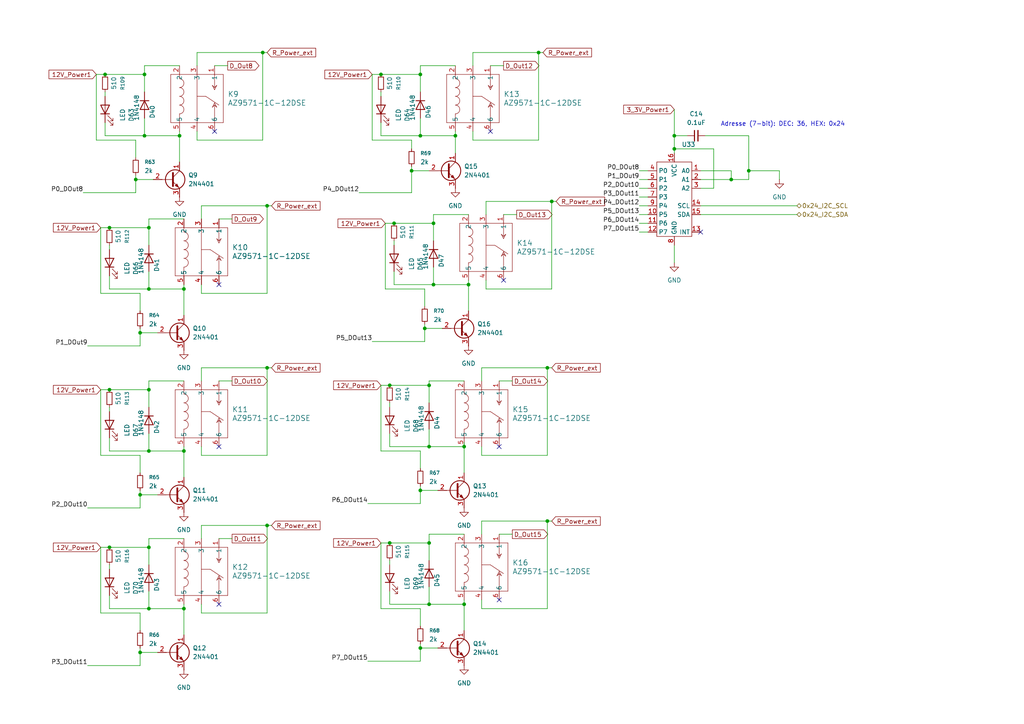
<source format=kicad_sch>
(kicad_sch
	(version 20250114)
	(generator "eeschema")
	(generator_version "9.0")
	(uuid "33990447-9446-44e7-9522-569886f31fd1")
	(paper "A4")
	(lib_symbols
		(symbol "Device:C_Small"
			(pin_numbers
				(hide yes)
			)
			(pin_names
				(offset 0.254)
				(hide yes)
			)
			(exclude_from_sim no)
			(in_bom yes)
			(on_board yes)
			(property "Reference" "C"
				(at 0.254 1.778 0)
				(effects
					(font
						(size 1.27 1.27)
					)
					(justify left)
				)
			)
			(property "Value" "C_Small"
				(at 0.254 -2.032 0)
				(effects
					(font
						(size 1.27 1.27)
					)
					(justify left)
				)
			)
			(property "Footprint" ""
				(at 0 0 0)
				(effects
					(font
						(size 1.27 1.27)
					)
					(hide yes)
				)
			)
			(property "Datasheet" "~"
				(at 0 0 0)
				(effects
					(font
						(size 1.27 1.27)
					)
					(hide yes)
				)
			)
			(property "Description" "Unpolarized capacitor, small symbol"
				(at 0 0 0)
				(effects
					(font
						(size 1.27 1.27)
					)
					(hide yes)
				)
			)
			(property "ki_keywords" "capacitor cap"
				(at 0 0 0)
				(effects
					(font
						(size 1.27 1.27)
					)
					(hide yes)
				)
			)
			(property "ki_fp_filters" "C_*"
				(at 0 0 0)
				(effects
					(font
						(size 1.27 1.27)
					)
					(hide yes)
				)
			)
			(symbol "C_Small_0_1"
				(polyline
					(pts
						(xy -1.524 0.508) (xy 1.524 0.508)
					)
					(stroke
						(width 0.3048)
						(type default)
					)
					(fill
						(type none)
					)
				)
				(polyline
					(pts
						(xy -1.524 -0.508) (xy 1.524 -0.508)
					)
					(stroke
						(width 0.3302)
						(type default)
					)
					(fill
						(type none)
					)
				)
			)
			(symbol "C_Small_1_1"
				(pin passive line
					(at 0 2.54 270)
					(length 2.032)
					(name "~"
						(effects
							(font
								(size 1.27 1.27)
							)
						)
					)
					(number "1"
						(effects
							(font
								(size 1.27 1.27)
							)
						)
					)
				)
				(pin passive line
					(at 0 -2.54 90)
					(length 2.032)
					(name "~"
						(effects
							(font
								(size 1.27 1.27)
							)
						)
					)
					(number "2"
						(effects
							(font
								(size 1.27 1.27)
							)
						)
					)
				)
			)
			(embedded_fonts no)
		)
		(symbol "Device:LED"
			(pin_numbers
				(hide yes)
			)
			(pin_names
				(offset 1.016)
				(hide yes)
			)
			(exclude_from_sim no)
			(in_bom yes)
			(on_board yes)
			(property "Reference" "D"
				(at 0 2.54 0)
				(effects
					(font
						(size 1.27 1.27)
					)
				)
			)
			(property "Value" "LED"
				(at 0 -2.54 0)
				(effects
					(font
						(size 1.27 1.27)
					)
				)
			)
			(property "Footprint" ""
				(at 0 0 0)
				(effects
					(font
						(size 1.27 1.27)
					)
					(hide yes)
				)
			)
			(property "Datasheet" "~"
				(at 0 0 0)
				(effects
					(font
						(size 1.27 1.27)
					)
					(hide yes)
				)
			)
			(property "Description" "Light emitting diode"
				(at 0 0 0)
				(effects
					(font
						(size 1.27 1.27)
					)
					(hide yes)
				)
			)
			(property "Sim.Pins" "1=K 2=A"
				(at 0 0 0)
				(effects
					(font
						(size 1.27 1.27)
					)
					(hide yes)
				)
			)
			(property "ki_keywords" "LED diode"
				(at 0 0 0)
				(effects
					(font
						(size 1.27 1.27)
					)
					(hide yes)
				)
			)
			(property "ki_fp_filters" "LED* LED_SMD:* LED_THT:*"
				(at 0 0 0)
				(effects
					(font
						(size 1.27 1.27)
					)
					(hide yes)
				)
			)
			(symbol "LED_0_1"
				(polyline
					(pts
						(xy -3.048 -0.762) (xy -4.572 -2.286) (xy -3.81 -2.286) (xy -4.572 -2.286) (xy -4.572 -1.524)
					)
					(stroke
						(width 0)
						(type default)
					)
					(fill
						(type none)
					)
				)
				(polyline
					(pts
						(xy -1.778 -0.762) (xy -3.302 -2.286) (xy -2.54 -2.286) (xy -3.302 -2.286) (xy -3.302 -1.524)
					)
					(stroke
						(width 0)
						(type default)
					)
					(fill
						(type none)
					)
				)
				(polyline
					(pts
						(xy -1.27 0) (xy 1.27 0)
					)
					(stroke
						(width 0)
						(type default)
					)
					(fill
						(type none)
					)
				)
				(polyline
					(pts
						(xy -1.27 -1.27) (xy -1.27 1.27)
					)
					(stroke
						(width 0.254)
						(type default)
					)
					(fill
						(type none)
					)
				)
				(polyline
					(pts
						(xy 1.27 -1.27) (xy 1.27 1.27) (xy -1.27 0) (xy 1.27 -1.27)
					)
					(stroke
						(width 0.254)
						(type default)
					)
					(fill
						(type none)
					)
				)
			)
			(symbol "LED_1_1"
				(pin passive line
					(at -3.81 0 0)
					(length 2.54)
					(name "K"
						(effects
							(font
								(size 1.27 1.27)
							)
						)
					)
					(number "1"
						(effects
							(font
								(size 1.27 1.27)
							)
						)
					)
				)
				(pin passive line
					(at 3.81 0 180)
					(length 2.54)
					(name "A"
						(effects
							(font
								(size 1.27 1.27)
							)
						)
					)
					(number "2"
						(effects
							(font
								(size 1.27 1.27)
							)
						)
					)
				)
			)
			(embedded_fonts no)
		)
		(symbol "Device:R_Small"
			(pin_numbers
				(hide yes)
			)
			(pin_names
				(offset 0.254)
				(hide yes)
			)
			(exclude_from_sim no)
			(in_bom yes)
			(on_board yes)
			(property "Reference" "R"
				(at 0 0 90)
				(effects
					(font
						(size 1.016 1.016)
					)
				)
			)
			(property "Value" "R_Small"
				(at 1.778 0 90)
				(effects
					(font
						(size 1.27 1.27)
					)
				)
			)
			(property "Footprint" ""
				(at 0 0 0)
				(effects
					(font
						(size 1.27 1.27)
					)
					(hide yes)
				)
			)
			(property "Datasheet" "~"
				(at 0 0 0)
				(effects
					(font
						(size 1.27 1.27)
					)
					(hide yes)
				)
			)
			(property "Description" "Resistor, small symbol"
				(at 0 0 0)
				(effects
					(font
						(size 1.27 1.27)
					)
					(hide yes)
				)
			)
			(property "ki_keywords" "R resistor"
				(at 0 0 0)
				(effects
					(font
						(size 1.27 1.27)
					)
					(hide yes)
				)
			)
			(property "ki_fp_filters" "R_*"
				(at 0 0 0)
				(effects
					(font
						(size 1.27 1.27)
					)
					(hide yes)
				)
			)
			(symbol "R_Small_0_1"
				(rectangle
					(start -0.762 1.778)
					(end 0.762 -1.778)
					(stroke
						(width 0.2032)
						(type default)
					)
					(fill
						(type none)
					)
				)
			)
			(symbol "R_Small_1_1"
				(pin passive line
					(at 0 2.54 270)
					(length 0.762)
					(name "~"
						(effects
							(font
								(size 1.27 1.27)
							)
						)
					)
					(number "1"
						(effects
							(font
								(size 1.27 1.27)
							)
						)
					)
				)
				(pin passive line
					(at 0 -2.54 90)
					(length 0.762)
					(name "~"
						(effects
							(font
								(size 1.27 1.27)
							)
						)
					)
					(number "2"
						(effects
							(font
								(size 1.27 1.27)
							)
						)
					)
				)
			)
			(embedded_fonts no)
		)
		(symbol "Diode:1N4148"
			(pin_numbers
				(hide yes)
			)
			(pin_names
				(hide yes)
			)
			(exclude_from_sim no)
			(in_bom yes)
			(on_board yes)
			(property "Reference" "D"
				(at 0 2.54 0)
				(effects
					(font
						(size 1.27 1.27)
					)
				)
			)
			(property "Value" "1N4148"
				(at 0 -2.54 0)
				(effects
					(font
						(size 1.27 1.27)
					)
				)
			)
			(property "Footprint" "Diode_THT:D_DO-35_SOD27_P7.62mm_Horizontal"
				(at 0 0 0)
				(effects
					(font
						(size 1.27 1.27)
					)
					(hide yes)
				)
			)
			(property "Datasheet" "https://assets.nexperia.com/documents/data-sheet/1N4148_1N4448.pdf"
				(at 0 0 0)
				(effects
					(font
						(size 1.27 1.27)
					)
					(hide yes)
				)
			)
			(property "Description" "100V 0.15A standard switching diode, DO-35"
				(at 0 0 0)
				(effects
					(font
						(size 1.27 1.27)
					)
					(hide yes)
				)
			)
			(property "Sim.Device" "D"
				(at 0 0 0)
				(effects
					(font
						(size 1.27 1.27)
					)
					(hide yes)
				)
			)
			(property "Sim.Pins" "1=K 2=A"
				(at 0 0 0)
				(effects
					(font
						(size 1.27 1.27)
					)
					(hide yes)
				)
			)
			(property "ki_keywords" "diode"
				(at 0 0 0)
				(effects
					(font
						(size 1.27 1.27)
					)
					(hide yes)
				)
			)
			(property "ki_fp_filters" "D*DO?35*"
				(at 0 0 0)
				(effects
					(font
						(size 1.27 1.27)
					)
					(hide yes)
				)
			)
			(symbol "1N4148_0_1"
				(polyline
					(pts
						(xy -1.27 1.27) (xy -1.27 -1.27)
					)
					(stroke
						(width 0.254)
						(type default)
					)
					(fill
						(type none)
					)
				)
				(polyline
					(pts
						(xy 1.27 1.27) (xy 1.27 -1.27) (xy -1.27 0) (xy 1.27 1.27)
					)
					(stroke
						(width 0.254)
						(type default)
					)
					(fill
						(type none)
					)
				)
				(polyline
					(pts
						(xy 1.27 0) (xy -1.27 0)
					)
					(stroke
						(width 0)
						(type default)
					)
					(fill
						(type none)
					)
				)
			)
			(symbol "1N4148_1_1"
				(pin passive line
					(at -3.81 0 0)
					(length 2.54)
					(name "K"
						(effects
							(font
								(size 1.27 1.27)
							)
						)
					)
					(number "1"
						(effects
							(font
								(size 1.27 1.27)
							)
						)
					)
				)
				(pin passive line
					(at 3.81 0 180)
					(length 2.54)
					(name "A"
						(effects
							(font
								(size 1.27 1.27)
							)
						)
					)
					(number "2"
						(effects
							(font
								(size 1.27 1.27)
							)
						)
					)
				)
			)
			(embedded_fonts no)
		)
		(symbol "own_symbols:2N4401"
			(pin_names
				(offset 0)
				(hide yes)
			)
			(exclude_from_sim no)
			(in_bom yes)
			(on_board yes)
			(property "Reference" "Q"
				(at 5.08 1.27 0)
				(effects
					(font
						(size 1.27 1.27)
					)
					(justify left)
				)
			)
			(property "Value" "2N4401"
				(at 5.08 -1.27 0)
				(effects
					(font
						(size 1.27 1.27)
					)
					(justify left)
				)
			)
			(property "Footprint" "_footprints:TO-92_Inline_Wide_EBC"
				(at 5.08 2.54 0)
				(effects
					(font
						(size 1.27 1.27)
					)
					(hide yes)
				)
			)
			(property "Datasheet" "https://www.onsemi.com/pdf/datasheet/mmbt4401-d.pdf"
				(at 0 0 0)
				(effects
					(font
						(size 1.27 1.27)
					)
					(hide yes)
				)
			)
			(property "Description" "NPN transistor, emitter/base/collector"
				(at 0 0 0)
				(effects
					(font
						(size 1.27 1.27)
					)
					(hide yes)
				)
			)
			(property "ki_keywords" "BJT"
				(at 0 0 0)
				(effects
					(font
						(size 1.27 1.27)
					)
					(hide yes)
				)
			)
			(symbol "2N4401_0_1"
				(polyline
					(pts
						(xy -2.54 0) (xy 0.635 0)
					)
					(stroke
						(width 0)
						(type default)
					)
					(fill
						(type none)
					)
				)
				(polyline
					(pts
						(xy 0.635 1.905) (xy 0.635 -1.905)
					)
					(stroke
						(width 0.508)
						(type default)
					)
					(fill
						(type none)
					)
				)
				(circle
					(center 1.27 0)
					(radius 2.8194)
					(stroke
						(width 0.254)
						(type default)
					)
					(fill
						(type none)
					)
				)
			)
			(symbol "2N4401_1_1"
				(polyline
					(pts
						(xy 0.635 0.635) (xy 2.54 2.54)
					)
					(stroke
						(width 0)
						(type default)
					)
					(fill
						(type none)
					)
				)
				(polyline
					(pts
						(xy 0.635 -0.635) (xy 2.54 -2.54)
					)
					(stroke
						(width 0)
						(type default)
					)
					(fill
						(type none)
					)
				)
				(polyline
					(pts
						(xy 1.27 -1.778) (xy 1.778 -1.27) (xy 2.286 -2.286) (xy 1.27 -1.778)
					)
					(stroke
						(width 0)
						(type default)
					)
					(fill
						(type outline)
					)
				)
				(pin input line
					(at -5.08 0 0)
					(length 2.54)
					(name "B"
						(effects
							(font
								(size 1.27 1.27)
							)
						)
					)
					(number "2"
						(effects
							(font
								(size 1.27 1.27)
							)
						)
					)
				)
				(pin passive line
					(at 2.54 5.08 270)
					(length 2.54)
					(name "C"
						(effects
							(font
								(size 1.27 1.27)
							)
						)
					)
					(number "1"
						(effects
							(font
								(size 1.27 1.27)
							)
						)
					)
				)
				(pin passive line
					(at 2.54 -5.08 90)
					(length 2.54)
					(name "E"
						(effects
							(font
								(size 1.27 1.27)
							)
						)
					)
					(number "3"
						(effects
							(font
								(size 1.27 1.27)
							)
						)
					)
				)
			)
			(embedded_fonts no)
		)
		(symbol "own_symbols:AZ9571-1C-12DSE"
			(pin_names
				(offset 0.254)
			)
			(exclude_from_sim no)
			(in_bom yes)
			(on_board yes)
			(property "Reference" "K"
				(at 0 12.7 0)
				(effects
					(font
						(size 1.524 1.524)
					)
				)
			)
			(property "Value" "AZ9571-1C-12DSE"
				(at 0 10.16 0)
				(effects
					(font
						(size 1.524 1.524)
					)
				)
			)
			(property "Footprint" "RELAY6_AZ9571-1C-12DSE_AMZ"
				(at 0 0 0)
				(effects
					(font
						(size 1.27 1.27)
						(italic yes)
					)
					(hide yes)
				)
			)
			(property "Datasheet" "https://www.azettler.com/pdfs/az9571.pdf"
				(at 0 0 0)
				(effects
					(font
						(size 1.27 1.27)
						(italic yes)
					)
					(hide yes)
				)
			)
			(property "Description" ""
				(at 0 0 0)
				(effects
					(font
						(size 1.27 1.27)
					)
					(hide yes)
				)
			)
			(property "ki_keywords" "AZ9571-1C-12DSE"
				(at 0 0 0)
				(effects
					(font
						(size 1.27 1.27)
					)
					(hide yes)
				)
			)
			(property "ki_fp_filters" "RELAY6_AZ9571-1C-12DSE_AMZ"
				(at 0 0 0)
				(effects
					(font
						(size 1.27 1.27)
					)
					(hide yes)
				)
			)
			(symbol "AZ9571-1C-12DSE_0_1"
				(polyline
					(pts
						(xy -6.35 7.62) (xy -6.35 -7.62)
					)
					(stroke
						(width 0.127)
						(type default)
					)
					(fill
						(type none)
					)
				)
				(polyline
					(pts
						(xy -6.35 5.08) (xy -2.54 5.08)
					)
					(stroke
						(width 0.127)
						(type default)
					)
					(fill
						(type none)
					)
				)
				(polyline
					(pts
						(xy -6.35 0) (xy 7.62 0)
					)
					(stroke
						(width 0.127)
						(type default)
					)
					(fill
						(type none)
					)
				)
				(polyline
					(pts
						(xy -6.35 -5.08) (xy -5.08 -5.08)
					)
					(stroke
						(width 0.127)
						(type default)
					)
					(fill
						(type none)
					)
				)
				(polyline
					(pts
						(xy -6.35 -7.62) (xy 7.62 -7.62)
					)
					(stroke
						(width 0.127)
						(type default)
					)
					(fill
						(type none)
					)
				)
				(arc
					(start -5.08 -5.08)
					(mid -3.81 -3.8155)
					(end -2.54 -5.08)
					(stroke
						(width 0.127)
						(type default)
					)
					(fill
						(type none)
					)
				)
				(polyline
					(pts
						(xy -3.175 5.715) (xy -2.54 5.08)
					)
					(stroke
						(width 0.127)
						(type default)
					)
					(fill
						(type none)
					)
				)
				(polyline
					(pts
						(xy -3.175 4.445) (xy -1.905 5.08)
					)
					(stroke
						(width 0.127)
						(type default)
					)
					(fill
						(type none)
					)
				)
				(polyline
					(pts
						(xy -2.54 5.08) (xy -3.175 4.445)
					)
					(stroke
						(width 0.127)
						(type default)
					)
					(fill
						(type none)
					)
				)
				(polyline
					(pts
						(xy -1.905 5.08) (xy -3.175 5.715)
					)
					(stroke
						(width 0.127)
						(type default)
					)
					(fill
						(type none)
					)
				)
				(arc
					(start -2.54 -5.08)
					(mid -1.27 -3.8155)
					(end 0 -5.08)
					(stroke
						(width 0.127)
						(type default)
					)
					(fill
						(type none)
					)
				)
				(polyline
					(pts
						(xy 0 2.54) (xy 0 0)
					)
					(stroke
						(width 0.127)
						(type default)
					)
					(fill
						(type none)
					)
				)
				(polyline
					(pts
						(xy 0 2.54) (xy 2.54 6.35)
					)
					(stroke
						(width 0.127)
						(type default)
					)
					(fill
						(type none)
					)
				)
				(arc
					(start 0 -5.08)
					(mid 1.27 -3.8155)
					(end 2.54 -5.08)
					(stroke
						(width 0.127)
						(type default)
					)
					(fill
						(type none)
					)
				)
				(polyline
					(pts
						(xy 1.905 5.08) (xy 3.175 5.715)
					)
					(stroke
						(width 0.127)
						(type default)
					)
					(fill
						(type none)
					)
				)
				(polyline
					(pts
						(xy 2.54 5.08) (xy 3.175 4.445)
					)
					(stroke
						(width 0.127)
						(type default)
					)
					(fill
						(type none)
					)
				)
				(polyline
					(pts
						(xy 2.54 5.08) (xy 7.62 5.08)
					)
					(stroke
						(width 0.127)
						(type default)
					)
					(fill
						(type none)
					)
				)
				(polyline
					(pts
						(xy 3.175 5.715) (xy 2.54 5.08)
					)
					(stroke
						(width 0.127)
						(type default)
					)
					(fill
						(type none)
					)
				)
				(polyline
					(pts
						(xy 3.175 4.445) (xy 1.905 5.08)
					)
					(stroke
						(width 0.127)
						(type default)
					)
					(fill
						(type none)
					)
				)
				(arc
					(start 2.54 -5.08)
					(mid 3.81 -3.8155)
					(end 5.08 -5.08)
					(stroke
						(width 0.127)
						(type default)
					)
					(fill
						(type none)
					)
				)
				(polyline
					(pts
						(xy 5.08 -5.08) (xy 7.62 -5.08)
					)
					(stroke
						(width 0.127)
						(type default)
					)
					(fill
						(type none)
					)
				)
				(polyline
					(pts
						(xy 7.62 7.62) (xy -6.35 7.62)
					)
					(stroke
						(width 0.127)
						(type default)
					)
					(fill
						(type none)
					)
				)
				(polyline
					(pts
						(xy 7.62 -7.62) (xy 7.62 7.62)
					)
					(stroke
						(width 0.127)
						(type default)
					)
					(fill
						(type none)
					)
				)
			)
			(symbol "AZ9571-1C-12DSE_1_1"
				(pin unspecified line
					(at -8.89 5.08 0)
					(length 2.54)
					(name "1"
						(effects
							(font
								(size 1.27 1.27)
							)
						)
					)
					(number "1"
						(effects
							(font
								(size 1.27 1.27)
							)
						)
					)
				)
				(pin unspecified line
					(at -8.89 0 0)
					(length 2.54)
					(name "3"
						(effects
							(font
								(size 1.27 1.27)
							)
						)
					)
					(number "3"
						(effects
							(font
								(size 1.27 1.27)
							)
						)
					)
				)
				(pin unspecified line
					(at -8.89 -5.08 0)
					(length 2.54)
					(name "2"
						(effects
							(font
								(size 1.27 1.27)
							)
						)
					)
					(number "2"
						(effects
							(font
								(size 1.27 1.27)
							)
						)
					)
				)
				(pin unspecified line
					(at 10.16 5.08 180)
					(length 2.54)
					(name "6"
						(effects
							(font
								(size 1.27 1.27)
							)
						)
					)
					(number "6"
						(effects
							(font
								(size 1.27 1.27)
							)
						)
					)
				)
				(pin unspecified line
					(at 10.16 0 180)
					(length 2.54)
					(name "4"
						(effects
							(font
								(size 1.27 1.27)
							)
						)
					)
					(number "4"
						(effects
							(font
								(size 1.27 1.27)
							)
						)
					)
				)
				(pin unspecified line
					(at 10.16 -5.08 180)
					(length 2.54)
					(name "5"
						(effects
							(font
								(size 1.27 1.27)
							)
						)
					)
					(number "5"
						(effects
							(font
								(size 1.27 1.27)
							)
						)
					)
				)
			)
			(embedded_fonts no)
		)
		(symbol "own_symbols:PCF8574N"
			(exclude_from_sim no)
			(in_bom yes)
			(on_board yes)
			(property "Reference" "U"
				(at 0 0 0)
				(effects
					(font
						(size 1.27 1.27)
					)
				)
			)
			(property "Value" ""
				(at 0 0 0)
				(effects
					(font
						(size 1.27 1.27)
					)
				)
			)
			(property "Footprint" "Package_DIP:DIP-16_W7.62mm"
				(at 17.526 15.748 0)
				(effects
					(font
						(size 1.27 1.27)
					)
					(hide yes)
				)
			)
			(property "Datasheet" "https://www.ti.com/lit/ds/symlink/pcf8574.pdf?ts=1728822589974&ref_url=https%253A%252F%252Fwww.ti.com%252Fproduct%252FPCF8574%253Futm_source%253Dgoogle%2526utm_medium%253Dcpc%2526utm_campaign%253Dti-null-null-xref-cpc-pf-google-wwe%2526utm_content%253Dxref%2526ds_k%253D%257B_dssearchterm%257D%2526DCM%253Dyes%2526gad_source%253D1%2526gclid%253DEAIaIQobChMI6f2G9a2LiQMVKp2DBx3rOwzlEAAYASAAEgIEUPD_BwE%2526gclsrc%253Daw.ds"
				(at -0.254 20.32 0)
				(effects
					(font
						(size 1.27 1.27)
					)
					(hide yes)
				)
			)
			(property "Description" "8 Port IO expander I2C-Interface"
				(at 3.302 18.288 0)
				(effects
					(font
						(size 1.27 1.27)
					)
					(hide yes)
				)
			)
			(symbol "PCF8574N_0_1"
				(rectangle
					(start 5.08 10.16)
					(end -5.08 -11.43)
					(stroke
						(width 0)
						(type default)
					)
					(fill
						(type none)
					)
				)
			)
			(symbol "PCF8574N_1_1"
				(pin bidirectional line
					(at -7.62 7.62 0)
					(length 2.54)
					(name "P0"
						(effects
							(font
								(size 1.27 1.27)
							)
						)
					)
					(number "4"
						(effects
							(font
								(size 1.27 1.27)
							)
						)
					)
				)
				(pin bidirectional line
					(at -7.62 5.08 0)
					(length 2.54)
					(name "P1"
						(effects
							(font
								(size 1.27 1.27)
							)
						)
					)
					(number "5"
						(effects
							(font
								(size 1.27 1.27)
							)
						)
					)
				)
				(pin bidirectional line
					(at -7.62 2.54 0)
					(length 2.54)
					(name "P2"
						(effects
							(font
								(size 1.27 1.27)
							)
						)
					)
					(number "6"
						(effects
							(font
								(size 1.27 1.27)
							)
						)
					)
				)
				(pin bidirectional line
					(at -7.62 0 0)
					(length 2.54)
					(name "P3"
						(effects
							(font
								(size 1.27 1.27)
							)
						)
					)
					(number "7"
						(effects
							(font
								(size 1.27 1.27)
							)
						)
					)
				)
				(pin bidirectional line
					(at -7.62 -2.54 0)
					(length 2.54)
					(name "P4"
						(effects
							(font
								(size 1.27 1.27)
							)
						)
					)
					(number "9"
						(effects
							(font
								(size 1.27 1.27)
							)
						)
					)
				)
				(pin bidirectional line
					(at -7.62 -5.08 0)
					(length 2.54)
					(name "P5"
						(effects
							(font
								(size 1.27 1.27)
							)
						)
					)
					(number "10"
						(effects
							(font
								(size 1.27 1.27)
							)
						)
					)
				)
				(pin bidirectional line
					(at -7.62 -7.62 0)
					(length 2.54)
					(name "P6"
						(effects
							(font
								(size 1.27 1.27)
							)
						)
					)
					(number "11"
						(effects
							(font
								(size 1.27 1.27)
							)
						)
					)
				)
				(pin bidirectional line
					(at -7.62 -10.16 0)
					(length 2.54)
					(name "P7"
						(effects
							(font
								(size 1.27 1.27)
							)
						)
					)
					(number "12"
						(effects
							(font
								(size 1.27 1.27)
							)
						)
					)
				)
				(pin input line
					(at 0 12.7 270)
					(length 2.54)
					(name "VCC"
						(effects
							(font
								(size 1.27 1.27)
							)
						)
					)
					(number "16"
						(effects
							(font
								(size 1.27 1.27)
							)
						)
					)
				)
				(pin output line
					(at 0 -13.97 90)
					(length 2.54)
					(name "GND"
						(effects
							(font
								(size 1.27 1.27)
							)
						)
					)
					(number "8"
						(effects
							(font
								(size 1.27 1.27)
							)
						)
					)
				)
				(pin input line
					(at 7.62 7.62 180)
					(length 2.54)
					(name "A0"
						(effects
							(font
								(size 1.27 1.27)
							)
						)
					)
					(number "1"
						(effects
							(font
								(size 1.27 1.27)
							)
						)
					)
				)
				(pin input line
					(at 7.62 5.08 180)
					(length 2.54)
					(name "A1"
						(effects
							(font
								(size 1.27 1.27)
							)
						)
					)
					(number "2"
						(effects
							(font
								(size 1.27 1.27)
							)
						)
					)
				)
				(pin input line
					(at 7.62 2.54 180)
					(length 2.54)
					(name "A2"
						(effects
							(font
								(size 1.27 1.27)
							)
						)
					)
					(number "3"
						(effects
							(font
								(size 1.27 1.27)
							)
						)
					)
				)
				(pin bidirectional line
					(at 7.62 -2.54 180)
					(length 2.54)
					(name "SCL"
						(effects
							(font
								(size 1.27 1.27)
							)
						)
					)
					(number "14"
						(effects
							(font
								(size 1.27 1.27)
							)
						)
					)
				)
				(pin bidirectional line
					(at 7.62 -5.08 180)
					(length 2.54)
					(name "SDA"
						(effects
							(font
								(size 1.27 1.27)
							)
						)
					)
					(number "15"
						(effects
							(font
								(size 1.27 1.27)
							)
						)
					)
				)
				(pin input line
					(at 7.62 -10.16 180)
					(length 2.54)
					(name "INT"
						(effects
							(font
								(size 1.27 1.27)
							)
						)
					)
					(number "13"
						(effects
							(font
								(size 1.27 1.27)
							)
						)
					)
				)
			)
			(embedded_fonts no)
		)
		(symbol "power:GND"
			(power)
			(pin_numbers
				(hide yes)
			)
			(pin_names
				(offset 0)
				(hide yes)
			)
			(exclude_from_sim no)
			(in_bom yes)
			(on_board yes)
			(property "Reference" "#PWR"
				(at 0 -6.35 0)
				(effects
					(font
						(size 1.27 1.27)
					)
					(hide yes)
				)
			)
			(property "Value" "GND"
				(at 0 -3.81 0)
				(effects
					(font
						(size 1.27 1.27)
					)
				)
			)
			(property "Footprint" ""
				(at 0 0 0)
				(effects
					(font
						(size 1.27 1.27)
					)
					(hide yes)
				)
			)
			(property "Datasheet" ""
				(at 0 0 0)
				(effects
					(font
						(size 1.27 1.27)
					)
					(hide yes)
				)
			)
			(property "Description" "Power symbol creates a global label with name \"GND\" , ground"
				(at 0 0 0)
				(effects
					(font
						(size 1.27 1.27)
					)
					(hide yes)
				)
			)
			(property "ki_keywords" "global power"
				(at 0 0 0)
				(effects
					(font
						(size 1.27 1.27)
					)
					(hide yes)
				)
			)
			(symbol "GND_0_1"
				(polyline
					(pts
						(xy 0 0) (xy 0 -1.27) (xy 1.27 -1.27) (xy 0 -2.54) (xy -1.27 -1.27) (xy 0 -1.27)
					)
					(stroke
						(width 0)
						(type default)
					)
					(fill
						(type none)
					)
				)
			)
			(symbol "GND_1_1"
				(pin power_in line
					(at 0 0 270)
					(length 0)
					(name "~"
						(effects
							(font
								(size 1.27 1.27)
							)
						)
					)
					(number "1"
						(effects
							(font
								(size 1.27 1.27)
							)
						)
					)
				)
			)
			(embedded_fonts no)
		)
	)
	(text "Adresse (7-bit): DEC: 36, HEX: 0x24"
		(exclude_from_sim no)
		(at 227.076 36.068 0)
		(effects
			(font
				(size 1.27 1.27)
			)
		)
		(uuid "af356ffe-367a-4721-9b54-ff2d6dd3c0bd")
	)
	(junction
		(at 31.75 113.03)
		(diameter 0)
		(color 0 0 0 0)
		(uuid "078e27f8-c990-4350-87e0-8aa6b4c90708")
	)
	(junction
		(at 134.62 175.26)
		(diameter 0)
		(color 0 0 0 0)
		(uuid "18756d4d-d1b4-4f8d-8a2a-f5a25ab6f5d4")
	)
	(junction
		(at 39.37 52.07)
		(diameter 0)
		(color 0 0 0 0)
		(uuid "1c2e3238-c889-4d6b-8de0-b9b5b15d7be2")
	)
	(junction
		(at 156.21 15.24)
		(diameter 0)
		(color 0 0 0 0)
		(uuid "2179cc28-12c4-4d45-8cd6-321755a86e4e")
	)
	(junction
		(at 125.73 82.55)
		(diameter 0)
		(color 0 0 0 0)
		(uuid "2182ccf0-b056-4e7f-bd5a-d7e65c1b1dc4")
	)
	(junction
		(at 41.91 39.37)
		(diameter 0)
		(color 0 0 0 0)
		(uuid "2538c077-9567-438c-90c5-3fee9a46e057")
	)
	(junction
		(at 121.92 187.96)
		(diameter 0)
		(color 0 0 0 0)
		(uuid "2b982ec8-3ec2-490a-b29d-4933496a8c42")
	)
	(junction
		(at 212.09 52.07)
		(diameter 0)
		(color 0 0 0 0)
		(uuid "3293d0f4-3bd6-4805-afa6-0d6b301bf77d")
	)
	(junction
		(at 158.75 106.68)
		(diameter 0)
		(color 0 0 0 0)
		(uuid "36e015bd-ebba-400a-9455-8ad5cef08235")
	)
	(junction
		(at 31.75 66.04)
		(diameter 0)
		(color 0 0 0 0)
		(uuid "384f4ab5-b6e7-4e17-a414-6e19efcbacc5")
	)
	(junction
		(at 124.46 157.48)
		(diameter 0)
		(color 0 0 0 0)
		(uuid "591a015b-2f6b-46f9-ab53-2803d317fe58")
	)
	(junction
		(at 53.34 130.81)
		(diameter 0)
		(color 0 0 0 0)
		(uuid "60038aef-2eb8-4076-9642-71e0feaa32ef")
	)
	(junction
		(at 124.46 129.54)
		(diameter 0)
		(color 0 0 0 0)
		(uuid "6fd2a723-c68e-4c91-b765-31183eddf554")
	)
	(junction
		(at 119.38 49.53)
		(diameter 0)
		(color 0 0 0 0)
		(uuid "70f30083-a32f-4a5d-8d8e-3bb675eb383c")
	)
	(junction
		(at 77.47 106.68)
		(diameter 0)
		(color 0 0 0 0)
		(uuid "71bfd8cd-8bb7-4877-aa47-9abf806e9754")
	)
	(junction
		(at 124.46 175.26)
		(diameter 0)
		(color 0 0 0 0)
		(uuid "76001bf4-5ec5-43c7-821d-cb062eea92bb")
	)
	(junction
		(at 217.17 49.53)
		(diameter 0)
		(color 0 0 0 0)
		(uuid "770f31de-7716-49e2-aedb-9ca1e66b6168")
	)
	(junction
		(at 76.2 15.24)
		(diameter 0)
		(color 0 0 0 0)
		(uuid "7a4eec28-96a1-4350-82b8-e61e303c5402")
	)
	(junction
		(at 113.03 111.76)
		(diameter 0)
		(color 0 0 0 0)
		(uuid "7e585173-0752-4484-8d7f-d015c84132f3")
	)
	(junction
		(at 53.34 83.82)
		(diameter 0)
		(color 0 0 0 0)
		(uuid "7fa3438e-a19f-45d4-a823-e646de47b81b")
	)
	(junction
		(at 110.49 21.59)
		(diameter 0)
		(color 0 0 0 0)
		(uuid "8889e1a9-eda4-403a-9c1d-67c85133b362")
	)
	(junction
		(at 43.18 113.03)
		(diameter 0)
		(color 0 0 0 0)
		(uuid "986df14c-6c3d-4bed-837b-2a4e525764e2")
	)
	(junction
		(at 77.47 152.4)
		(diameter 0)
		(color 0 0 0 0)
		(uuid "99acda78-9963-41c2-854e-8d58c0c4b122")
	)
	(junction
		(at 125.73 64.77)
		(diameter 0)
		(color 0 0 0 0)
		(uuid "9e02ee06-4a25-4a21-b1f1-1e914168c15b")
	)
	(junction
		(at 195.58 39.37)
		(diameter 0)
		(color 0 0 0 0)
		(uuid "a562b3e8-6125-4e0c-838c-f6fb4b55e622")
	)
	(junction
		(at 31.75 158.75)
		(diameter 0)
		(color 0 0 0 0)
		(uuid "a6e3670c-4fa9-4234-a669-96fb8628362f")
	)
	(junction
		(at 40.64 189.23)
		(diameter 0)
		(color 0 0 0 0)
		(uuid "aa38336d-1903-4f78-89e0-8eaf9887dc62")
	)
	(junction
		(at 121.92 21.59)
		(diameter 0)
		(color 0 0 0 0)
		(uuid "ab0a6ada-6c27-464a-b330-460a695d5e92")
	)
	(junction
		(at 121.92 142.24)
		(diameter 0)
		(color 0 0 0 0)
		(uuid "abb9c119-697a-4cb4-82bb-eefd5677ca72")
	)
	(junction
		(at 158.75 151.13)
		(diameter 0)
		(color 0 0 0 0)
		(uuid "aceed796-4132-4732-9a5b-b138e921f5bb")
	)
	(junction
		(at 30.48 21.59)
		(diameter 0)
		(color 0 0 0 0)
		(uuid "b2b1c51e-60b2-4a68-a694-ed4e5a3043a8")
	)
	(junction
		(at 134.62 129.54)
		(diameter 0)
		(color 0 0 0 0)
		(uuid "b4e21197-91d0-412f-8d5a-e8cb5a26a610")
	)
	(junction
		(at 43.18 130.81)
		(diameter 0)
		(color 0 0 0 0)
		(uuid "b6fca644-773f-410e-8442-bfaa947843f0")
	)
	(junction
		(at 135.89 82.55)
		(diameter 0)
		(color 0 0 0 0)
		(uuid "bdc8203c-e858-4306-bdc3-157d50621205")
	)
	(junction
		(at 114.3 64.77)
		(diameter 0)
		(color 0 0 0 0)
		(uuid "c2c852ab-b75d-4782-8aaa-92aca3df2e26")
	)
	(junction
		(at 52.07 39.37)
		(diameter 0)
		(color 0 0 0 0)
		(uuid "c2f0e9b0-3f72-4543-8b9c-e055d054f0be")
	)
	(junction
		(at 195.58 43.18)
		(diameter 0)
		(color 0 0 0 0)
		(uuid "c32b9d7d-8a56-441b-9460-f6f4779a4894")
	)
	(junction
		(at 43.18 83.82)
		(diameter 0)
		(color 0 0 0 0)
		(uuid "cf859873-f884-4c47-af3b-36e0c3b5a5e3")
	)
	(junction
		(at 77.47 59.69)
		(diameter 0)
		(color 0 0 0 0)
		(uuid "d2383895-e4f1-43d8-a2a3-00e63745c3b3")
	)
	(junction
		(at 43.18 66.04)
		(diameter 0)
		(color 0 0 0 0)
		(uuid "d284cee4-94f0-4f44-9dfb-091cce0e7d92")
	)
	(junction
		(at 132.08 39.37)
		(diameter 0)
		(color 0 0 0 0)
		(uuid "dda3c0d0-e673-421d-978b-e949e33bfb2a")
	)
	(junction
		(at 123.19 95.25)
		(diameter 0)
		(color 0 0 0 0)
		(uuid "e19af9b3-a83b-43be-8ba1-024d9b240a0b")
	)
	(junction
		(at 124.46 111.76)
		(diameter 0)
		(color 0 0 0 0)
		(uuid "e36cbdc8-02f4-4fba-b4c5-5c7228337686")
	)
	(junction
		(at 53.34 176.53)
		(diameter 0)
		(color 0 0 0 0)
		(uuid "edb342c2-0f9a-40ea-b28d-ea82a6feddcd")
	)
	(junction
		(at 160.02 58.42)
		(diameter 0)
		(color 0 0 0 0)
		(uuid "eec34c85-b078-413f-9ae9-0e40acfa7700")
	)
	(junction
		(at 40.64 143.51)
		(diameter 0)
		(color 0 0 0 0)
		(uuid "ef6537e3-5f55-46f3-a556-a052f5c13acf")
	)
	(junction
		(at 41.91 21.59)
		(diameter 0)
		(color 0 0 0 0)
		(uuid "f00b0a57-0b5d-4279-b543-f0a6522cb490")
	)
	(junction
		(at 121.92 39.37)
		(diameter 0)
		(color 0 0 0 0)
		(uuid "f4a83e91-57b3-4ede-8fcd-c4ddf77144dc")
	)
	(junction
		(at 40.64 96.52)
		(diameter 0)
		(color 0 0 0 0)
		(uuid "f6d87b1b-2e51-47ad-bf8f-3f1614f6556c")
	)
	(junction
		(at 113.03 157.48)
		(diameter 0)
		(color 0 0 0 0)
		(uuid "fac04f42-5800-4769-beb8-7d496b906f35")
	)
	(junction
		(at 43.18 158.75)
		(diameter 0)
		(color 0 0 0 0)
		(uuid "fb4cf908-d791-4140-b997-3848a8a7d69f")
	)
	(junction
		(at 43.18 176.53)
		(diameter 0)
		(color 0 0 0 0)
		(uuid "fbd95099-6115-434a-9f3d-eefb341c6ad7")
	)
	(no_connect
		(at 144.78 173.99)
		(uuid "0a1673a8-bc88-41d3-adc5-a2a311fc1e88")
	)
	(no_connect
		(at 63.5 129.54)
		(uuid "46565e8d-f99a-482a-beab-04bef5fb89e4")
	)
	(no_connect
		(at 146.05 81.28)
		(uuid "72b338d6-d58c-4dd1-b9e1-538448d6d25f")
	)
	(no_connect
		(at 203.2 67.31)
		(uuid "80a157b1-932c-4a2d-8b06-42f3234a1716")
	)
	(no_connect
		(at 144.78 129.54)
		(uuid "89645e12-53cf-4643-b833-07b62279e2eb")
	)
	(no_connect
		(at 63.5 82.55)
		(uuid "9f2026bc-e080-4607-a8f5-43282585a897")
	)
	(no_connect
		(at 142.24 38.1)
		(uuid "e3bd0c67-fcb4-4a03-a9e0-eb37b9fd4fd0")
	)
	(no_connect
		(at 62.23 38.1)
		(uuid "ec400253-dc71-450b-94af-e61dd3d98465")
	)
	(no_connect
		(at 63.5 175.26)
		(uuid "fc569f51-cf9d-46c6-a3b4-1c757c840d5f")
	)
	(wire
		(pts
			(xy 30.48 39.37) (xy 41.91 39.37)
		)
		(stroke
			(width 0)
			(type default)
		)
		(uuid "01a37916-12d9-4171-b5e0-4c14a224451b")
	)
	(wire
		(pts
			(xy 31.75 118.11) (xy 31.75 119.38)
		)
		(stroke
			(width 0)
			(type default)
		)
		(uuid "033ad307-e90a-468f-9edf-477cbbce3992")
	)
	(wire
		(pts
			(xy 156.21 15.24) (xy 156.21 40.64)
		)
		(stroke
			(width 0)
			(type default)
		)
		(uuid "04efa37e-b3cd-4e65-90ff-156343c37254")
	)
	(wire
		(pts
			(xy 139.7 151.13) (xy 158.75 151.13)
		)
		(stroke
			(width 0)
			(type default)
		)
		(uuid "05c7fd76-443b-4ade-9743-e751901c6020")
	)
	(wire
		(pts
			(xy 77.47 106.68) (xy 78.74 106.68)
		)
		(stroke
			(width 0)
			(type default)
		)
		(uuid "0713e0ba-5e7f-48f8-b1aa-7900a249c3c9")
	)
	(wire
		(pts
			(xy 40.64 187.96) (xy 40.64 189.23)
		)
		(stroke
			(width 0)
			(type default)
		)
		(uuid "07c94070-2dfb-4b62-a5ff-2bbf6ad4c18d")
	)
	(wire
		(pts
			(xy 123.19 95.25) (xy 128.27 95.25)
		)
		(stroke
			(width 0)
			(type default)
		)
		(uuid "08563184-4e9e-4b75-b1ef-e434057da22c")
	)
	(wire
		(pts
			(xy 125.73 77.47) (xy 125.73 82.55)
		)
		(stroke
			(width 0)
			(type default)
		)
		(uuid "0924670a-1f03-4ae7-ae2f-ec688087c15d")
	)
	(wire
		(pts
			(xy 40.64 189.23) (xy 40.64 193.04)
		)
		(stroke
			(width 0)
			(type default)
		)
		(uuid "096d1e7e-a568-404b-b742-612900bae4c2")
	)
	(wire
		(pts
			(xy 43.18 78.74) (xy 43.18 83.82)
		)
		(stroke
			(width 0)
			(type default)
		)
		(uuid "0a7028d0-de16-457d-abf8-8e24d16caef9")
	)
	(wire
		(pts
			(xy 158.75 106.68) (xy 158.75 132.08)
		)
		(stroke
			(width 0)
			(type default)
		)
		(uuid "0b96bf35-bca4-4d4b-8768-1b318e0a1a57")
	)
	(wire
		(pts
			(xy 31.75 113.03) (xy 29.21 113.03)
		)
		(stroke
			(width 0)
			(type default)
		)
		(uuid "117cc2f6-a567-40ef-8a07-ba4322e69acd")
	)
	(wire
		(pts
			(xy 76.2 40.64) (xy 57.15 40.64)
		)
		(stroke
			(width 0)
			(type default)
		)
		(uuid "11860661-cd34-463c-b15a-2b8f0e929018")
	)
	(wire
		(pts
			(xy 58.42 106.68) (xy 58.42 110.49)
		)
		(stroke
			(width 0)
			(type default)
		)
		(uuid "1199cdae-998a-480a-9703-a239245f2a39")
	)
	(wire
		(pts
			(xy 121.92 187.96) (xy 127 187.96)
		)
		(stroke
			(width 0)
			(type default)
		)
		(uuid "125275be-b660-479b-bf84-8f9f6d1dfffb")
	)
	(wire
		(pts
			(xy 135.89 81.28) (xy 135.89 82.55)
		)
		(stroke
			(width 0)
			(type default)
		)
		(uuid "127e49cf-22da-444e-ae26-11dd003676df")
	)
	(wire
		(pts
			(xy 31.75 66.04) (xy 29.21 66.04)
		)
		(stroke
			(width 0)
			(type default)
		)
		(uuid "1352f1d9-1bc3-4327-8bd7-2a06cc3dd660")
	)
	(wire
		(pts
			(xy 77.47 59.69) (xy 78.74 59.69)
		)
		(stroke
			(width 0)
			(type default)
		)
		(uuid "138a12b0-3fe2-4bf8-9844-51f8916c03c3")
	)
	(wire
		(pts
			(xy 124.46 170.18) (xy 124.46 175.26)
		)
		(stroke
			(width 0)
			(type default)
		)
		(uuid "13e8801f-e2c1-4b46-b895-f46fe30971a3")
	)
	(wire
		(pts
			(xy 43.18 71.12) (xy 43.18 66.04)
		)
		(stroke
			(width 0)
			(type default)
		)
		(uuid "163bfe27-f670-47b0-ad41-89cd32da5a38")
	)
	(wire
		(pts
			(xy 124.46 162.56) (xy 124.46 157.48)
		)
		(stroke
			(width 0)
			(type default)
		)
		(uuid "165dd09a-6a5f-4019-90dd-9d0f85d78f8d")
	)
	(wire
		(pts
			(xy 25.4 147.32) (xy 40.64 147.32)
		)
		(stroke
			(width 0)
			(type default)
		)
		(uuid "18e76aa4-3493-422e-8d3b-0358a1176c3c")
	)
	(wire
		(pts
			(xy 30.48 26.67) (xy 30.48 27.94)
		)
		(stroke
			(width 0)
			(type default)
		)
		(uuid "1a24abf2-7ac2-40a1-9d96-a1f37ef630a3")
	)
	(wire
		(pts
			(xy 77.47 59.69) (xy 77.47 85.09)
		)
		(stroke
			(width 0)
			(type default)
		)
		(uuid "1abb4b85-3737-487d-b2dc-f31a4dedfcda")
	)
	(wire
		(pts
			(xy 132.08 39.37) (xy 132.08 44.45)
		)
		(stroke
			(width 0)
			(type default)
		)
		(uuid "1ba455d2-b5a2-4e8d-b2fc-4ce7a861b91f")
	)
	(wire
		(pts
			(xy 77.47 152.4) (xy 78.74 152.4)
		)
		(stroke
			(width 0)
			(type default)
		)
		(uuid "1ce9fcf1-ebc6-4743-af03-591e4479445d")
	)
	(wire
		(pts
			(xy 125.73 62.23) (xy 125.73 64.77)
		)
		(stroke
			(width 0)
			(type default)
		)
		(uuid "1e49e19f-46da-483b-8203-615f61872d9d")
	)
	(wire
		(pts
			(xy 53.34 175.26) (xy 53.34 176.53)
		)
		(stroke
			(width 0)
			(type default)
		)
		(uuid "21b921ff-2991-489f-a820-73f2aaef0719")
	)
	(wire
		(pts
			(xy 139.7 132.08) (xy 139.7 129.54)
		)
		(stroke
			(width 0)
			(type default)
		)
		(uuid "2332d194-70ef-4278-86c3-60ab81ef750d")
	)
	(wire
		(pts
			(xy 217.17 39.37) (xy 217.17 49.53)
		)
		(stroke
			(width 0)
			(type default)
		)
		(uuid "258677d6-d325-47ac-ab3e-6320c924ab3a")
	)
	(wire
		(pts
			(xy 52.07 39.37) (xy 52.07 46.99)
		)
		(stroke
			(width 0)
			(type default)
		)
		(uuid "26799753-d179-4230-895d-55efea1c3e3a")
	)
	(wire
		(pts
			(xy 160.02 58.42) (xy 160.02 83.82)
		)
		(stroke
			(width 0)
			(type default)
		)
		(uuid "271e1c07-563e-4dde-b3df-549f6dc85416")
	)
	(wire
		(pts
			(xy 124.46 154.94) (xy 124.46 157.48)
		)
		(stroke
			(width 0)
			(type default)
		)
		(uuid "27e51deb-efee-462e-95fe-1288ef2c99a8")
	)
	(wire
		(pts
			(xy 27.94 40.64) (xy 39.37 40.64)
		)
		(stroke
			(width 0)
			(type default)
		)
		(uuid "2a988493-17e8-47bc-8a29-461e8bc44a18")
	)
	(wire
		(pts
			(xy 40.64 142.24) (xy 40.64 143.51)
		)
		(stroke
			(width 0)
			(type default)
		)
		(uuid "2b105957-8708-42e3-ad0f-513983ad8aec")
	)
	(wire
		(pts
			(xy 158.75 151.13) (xy 160.02 151.13)
		)
		(stroke
			(width 0)
			(type default)
		)
		(uuid "2bf9f341-076e-4134-90e7-8fc0c6892d77")
	)
	(wire
		(pts
			(xy 114.3 78.74) (xy 114.3 82.55)
		)
		(stroke
			(width 0)
			(type default)
		)
		(uuid "2e48a1d9-9c50-409c-9f90-bd5025468ec2")
	)
	(wire
		(pts
			(xy 40.64 95.25) (xy 40.64 96.52)
		)
		(stroke
			(width 0)
			(type default)
		)
		(uuid "30bb4b50-9320-4c3a-b7b0-ea83d6a096df")
	)
	(wire
		(pts
			(xy 195.58 39.37) (xy 195.58 43.18)
		)
		(stroke
			(width 0)
			(type default)
		)
		(uuid "32aaa504-d6c1-4a9f-94d9-194cfee04ac3")
	)
	(wire
		(pts
			(xy 217.17 49.53) (xy 226.06 49.53)
		)
		(stroke
			(width 0)
			(type default)
		)
		(uuid "3400cdea-d5ea-4456-baad-ecfe96daa9fa")
	)
	(wire
		(pts
			(xy 113.03 111.76) (xy 110.49 111.76)
		)
		(stroke
			(width 0)
			(type default)
		)
		(uuid "343609b5-fe21-4e06-a039-3c278f5d464d")
	)
	(wire
		(pts
			(xy 43.18 125.73) (xy 43.18 130.81)
		)
		(stroke
			(width 0)
			(type default)
		)
		(uuid "350c3288-cd7e-418c-a2bf-8460e11d5464")
	)
	(wire
		(pts
			(xy 203.2 49.53) (xy 212.09 49.53)
		)
		(stroke
			(width 0)
			(type default)
		)
		(uuid "35695625-ae69-4c09-bbf9-ba058ed6c9c6")
	)
	(wire
		(pts
			(xy 119.38 48.26) (xy 119.38 49.53)
		)
		(stroke
			(width 0)
			(type default)
		)
		(uuid "35841bb3-aad6-4c92-9ebd-290d3b5ee0b6")
	)
	(wire
		(pts
			(xy 134.62 173.99) (xy 134.62 175.26)
		)
		(stroke
			(width 0)
			(type default)
		)
		(uuid "367ce06b-1fc5-43f7-9233-1aeab0cede73")
	)
	(wire
		(pts
			(xy 77.47 177.8) (xy 58.42 177.8)
		)
		(stroke
			(width 0)
			(type default)
		)
		(uuid "3b91d5b9-4798-4078-89a1-6e0e4c66c53a")
	)
	(wire
		(pts
			(xy 134.62 154.94) (xy 124.46 154.94)
		)
		(stroke
			(width 0)
			(type default)
		)
		(uuid "3bb2ffbb-7083-4e4b-a254-a0e0630ee4f0")
	)
	(wire
		(pts
			(xy 187.96 67.31) (xy 185.42 67.31)
		)
		(stroke
			(width 0)
			(type default)
		)
		(uuid "3c94e17b-0758-45fe-a99a-10bda7256224")
	)
	(wire
		(pts
			(xy 77.47 85.09) (xy 58.42 85.09)
		)
		(stroke
			(width 0)
			(type default)
		)
		(uuid "3d2b523b-6b01-4434-96c9-d22f3fd80885")
	)
	(wire
		(pts
			(xy 123.19 83.82) (xy 123.19 88.9)
		)
		(stroke
			(width 0)
			(type default)
		)
		(uuid "3f32b5f2-6421-4971-9fec-dd874442cf55")
	)
	(wire
		(pts
			(xy 148.59 110.49) (xy 144.78 110.49)
		)
		(stroke
			(width 0)
			(type default)
		)
		(uuid "3f6ee283-a559-4c9f-97b1-cc970d020e8e")
	)
	(wire
		(pts
			(xy 212.09 49.53) (xy 212.09 52.07)
		)
		(stroke
			(width 0)
			(type default)
		)
		(uuid "4192a2ca-cdde-4738-ac83-4067f6822b0c")
	)
	(wire
		(pts
			(xy 124.46 116.84) (xy 124.46 111.76)
		)
		(stroke
			(width 0)
			(type default)
		)
		(uuid "41d09ffd-db92-4472-a74e-819b36034ee1")
	)
	(wire
		(pts
			(xy 185.42 49.53) (xy 187.96 49.53)
		)
		(stroke
			(width 0)
			(type default)
		)
		(uuid "41ee37b1-9cd7-4caf-b669-123bd93ee185")
	)
	(wire
		(pts
			(xy 24.13 55.88) (xy 39.37 55.88)
		)
		(stroke
			(width 0)
			(type default)
		)
		(uuid "41ef8860-f4c3-4f87-81c1-4117efd55586")
	)
	(wire
		(pts
			(xy 31.75 163.83) (xy 31.75 165.1)
		)
		(stroke
			(width 0)
			(type default)
		)
		(uuid "42739393-2f91-4c4e-aaff-d8cfa0f8cfa6")
	)
	(wire
		(pts
			(xy 52.07 19.05) (xy 41.91 19.05)
		)
		(stroke
			(width 0)
			(type default)
		)
		(uuid "43c70f50-06ce-4414-84a2-70fa12013ceb")
	)
	(wire
		(pts
			(xy 185.42 52.07) (xy 187.96 52.07)
		)
		(stroke
			(width 0)
			(type default)
		)
		(uuid "44da0c10-3c9f-42c1-89d2-0d5224b52f1a")
	)
	(wire
		(pts
			(xy 76.2 15.24) (xy 77.47 15.24)
		)
		(stroke
			(width 0)
			(type default)
		)
		(uuid "45df4854-150a-4bd2-8c3c-1fde1556bed3")
	)
	(wire
		(pts
			(xy 41.91 34.29) (xy 41.91 39.37)
		)
		(stroke
			(width 0)
			(type default)
		)
		(uuid "474d98ae-3f2e-4c61-95b5-2333e97f841a")
	)
	(wire
		(pts
			(xy 119.38 40.64) (xy 119.38 43.18)
		)
		(stroke
			(width 0)
			(type default)
		)
		(uuid "477c2bd9-f765-4bc2-9d20-74266174ba49")
	)
	(wire
		(pts
			(xy 57.15 15.24) (xy 76.2 15.24)
		)
		(stroke
			(width 0)
			(type default)
		)
		(uuid "482f7298-ab2a-483f-89c9-d65b806701e1")
	)
	(wire
		(pts
			(xy 31.75 71.12) (xy 31.75 72.39)
		)
		(stroke
			(width 0)
			(type default)
		)
		(uuid "4d33f011-0192-4957-ba55-ab6ad40ddef4")
	)
	(wire
		(pts
			(xy 67.31 156.21) (xy 63.5 156.21)
		)
		(stroke
			(width 0)
			(type default)
		)
		(uuid "4d543334-6a39-4f01-baf5-e0be78199980")
	)
	(wire
		(pts
			(xy 121.92 176.53) (xy 121.92 181.61)
		)
		(stroke
			(width 0)
			(type default)
		)
		(uuid "4d86ab9b-6d9c-4993-be08-772c9e538a52")
	)
	(wire
		(pts
			(xy 121.92 140.97) (xy 121.92 142.24)
		)
		(stroke
			(width 0)
			(type default)
		)
		(uuid "4ee1a2a3-97d2-4029-96ab-0d7512cb15fa")
	)
	(wire
		(pts
			(xy 58.42 132.08) (xy 58.42 129.54)
		)
		(stroke
			(width 0)
			(type default)
		)
		(uuid "4f95bc13-7dd6-4c12-b9e5-c16d3b904915")
	)
	(wire
		(pts
			(xy 58.42 106.68) (xy 77.47 106.68)
		)
		(stroke
			(width 0)
			(type default)
		)
		(uuid "50437178-1dc8-4bfd-937b-141327534378")
	)
	(wire
		(pts
			(xy 110.49 111.76) (xy 110.49 130.81)
		)
		(stroke
			(width 0)
			(type default)
		)
		(uuid "5420cb73-15e2-4d1e-84f4-b35f5bcf62bf")
	)
	(wire
		(pts
			(xy 43.18 163.83) (xy 43.18 158.75)
		)
		(stroke
			(width 0)
			(type default)
		)
		(uuid "5423903f-db91-4612-a4cb-5c2f5c5b8860")
	)
	(wire
		(pts
			(xy 40.64 177.8) (xy 40.64 182.88)
		)
		(stroke
			(width 0)
			(type default)
		)
		(uuid "559e9b72-4e47-42cc-a7f5-89fae8f84900")
	)
	(wire
		(pts
			(xy 134.62 129.54) (xy 134.62 137.16)
		)
		(stroke
			(width 0)
			(type default)
		)
		(uuid "55f78a11-975e-4b37-8056-7a8929c65daf")
	)
	(wire
		(pts
			(xy 106.68 191.77) (xy 121.92 191.77)
		)
		(stroke
			(width 0)
			(type default)
		)
		(uuid "560ee639-adc2-49b2-9c13-0ab378bb1e18")
	)
	(wire
		(pts
			(xy 121.92 39.37) (xy 132.08 39.37)
		)
		(stroke
			(width 0)
			(type default)
		)
		(uuid "569d9a31-b5cb-4739-99d4-58e3f36be6b4")
	)
	(wire
		(pts
			(xy 160.02 83.82) (xy 140.97 83.82)
		)
		(stroke
			(width 0)
			(type default)
		)
		(uuid "56d2dfc6-d88b-495b-b372-80e68aa9d855")
	)
	(wire
		(pts
			(xy 43.18 156.21) (xy 43.18 158.75)
		)
		(stroke
			(width 0)
			(type default)
		)
		(uuid "56e4168e-5c75-4665-a4d6-6b698c8d1ed4")
	)
	(wire
		(pts
			(xy 58.42 59.69) (xy 77.47 59.69)
		)
		(stroke
			(width 0)
			(type default)
		)
		(uuid "58915761-aef3-45e7-96ff-e63ba5eef892")
	)
	(wire
		(pts
			(xy 148.59 154.94) (xy 144.78 154.94)
		)
		(stroke
			(width 0)
			(type default)
		)
		(uuid "58eeff21-cbac-4409-adff-de811512db68")
	)
	(wire
		(pts
			(xy 119.38 49.53) (xy 124.46 49.53)
		)
		(stroke
			(width 0)
			(type default)
		)
		(uuid "5a0e1631-1298-47d1-885c-98297a36542b")
	)
	(wire
		(pts
			(xy 207.01 54.61) (xy 207.01 43.18)
		)
		(stroke
			(width 0)
			(type default)
		)
		(uuid "5b312a79-b82d-43ee-8733-edd76866a4ed")
	)
	(wire
		(pts
			(xy 156.21 15.24) (xy 157.48 15.24)
		)
		(stroke
			(width 0)
			(type default)
		)
		(uuid "5b8370e8-10bc-403b-9a09-f1748845c144")
	)
	(wire
		(pts
			(xy 203.2 52.07) (xy 212.09 52.07)
		)
		(stroke
			(width 0)
			(type default)
		)
		(uuid "5c3dabe2-8d37-4666-a099-455daee741c2")
	)
	(wire
		(pts
			(xy 204.47 39.37) (xy 217.17 39.37)
		)
		(stroke
			(width 0)
			(type default)
		)
		(uuid "5d925ddb-6749-4f2c-9fca-0da7e9b09173")
	)
	(wire
		(pts
			(xy 58.42 152.4) (xy 77.47 152.4)
		)
		(stroke
			(width 0)
			(type default)
		)
		(uuid "5ea3ed6a-3ef3-4a60-ba8d-b64e25d32664")
	)
	(wire
		(pts
			(xy 39.37 40.64) (xy 39.37 45.72)
		)
		(stroke
			(width 0)
			(type default)
		)
		(uuid "5f2f7876-b8c3-4423-9e76-a38c5b6877b0")
	)
	(wire
		(pts
			(xy 119.38 49.53) (xy 119.38 55.88)
		)
		(stroke
			(width 0)
			(type default)
		)
		(uuid "5f95e0ef-06e4-4078-bb3b-5915208d6ad6")
	)
	(wire
		(pts
			(xy 67.31 110.49) (xy 63.5 110.49)
		)
		(stroke
			(width 0)
			(type default)
		)
		(uuid "6233647b-d8a5-45b5-8bd3-2165797cf3f3")
	)
	(wire
		(pts
			(xy 113.03 125.73) (xy 113.03 129.54)
		)
		(stroke
			(width 0)
			(type default)
		)
		(uuid "63d0d28b-be98-442d-a4fb-bd1868349982")
	)
	(wire
		(pts
			(xy 53.34 83.82) (xy 53.34 91.44)
		)
		(stroke
			(width 0)
			(type default)
		)
		(uuid "65c3c4fc-cabf-404b-92ca-4e4ce4713a19")
	)
	(wire
		(pts
			(xy 110.49 130.81) (xy 121.92 130.81)
		)
		(stroke
			(width 0)
			(type default)
		)
		(uuid "685828c5-0451-40a7-9016-b99e9ebb924e")
	)
	(wire
		(pts
			(xy 30.48 21.59) (xy 27.94 21.59)
		)
		(stroke
			(width 0)
			(type default)
		)
		(uuid "68ebf000-f6e0-452f-8b35-a2b84e6bbcf0")
	)
	(wire
		(pts
			(xy 67.31 63.5) (xy 63.5 63.5)
		)
		(stroke
			(width 0)
			(type default)
		)
		(uuid "69404a8f-b2b1-4313-9d48-01da9ba8f58d")
	)
	(wire
		(pts
			(xy 77.47 106.68) (xy 77.47 132.08)
		)
		(stroke
			(width 0)
			(type default)
		)
		(uuid "6a5263a1-2d2c-4034-8e51-6bbb8ce952ee")
	)
	(wire
		(pts
			(xy 40.64 96.52) (xy 45.72 96.52)
		)
		(stroke
			(width 0)
			(type default)
		)
		(uuid "6a603f45-e8d4-4c7d-9295-cbcb30221960")
	)
	(wire
		(pts
			(xy 124.46 129.54) (xy 134.62 129.54)
		)
		(stroke
			(width 0)
			(type default)
		)
		(uuid "6cf8bdc2-a2bd-4989-9349-0cb52fec05ef")
	)
	(wire
		(pts
			(xy 43.18 158.75) (xy 31.75 158.75)
		)
		(stroke
			(width 0)
			(type default)
		)
		(uuid "70c5a853-7f9b-42cb-98ad-9f54b15ef87f")
	)
	(wire
		(pts
			(xy 57.15 15.24) (xy 57.15 19.05)
		)
		(stroke
			(width 0)
			(type default)
		)
		(uuid "72130961-cc7e-4f3f-b32c-0762621e1481")
	)
	(wire
		(pts
			(xy 40.64 143.51) (xy 40.64 147.32)
		)
		(stroke
			(width 0)
			(type default)
		)
		(uuid "743ef696-f65e-41ee-9882-abb87f2f4c74")
	)
	(wire
		(pts
			(xy 31.75 127) (xy 31.75 130.81)
		)
		(stroke
			(width 0)
			(type default)
		)
		(uuid "746df07f-9da1-4fcd-8ee8-315b384a6091")
	)
	(wire
		(pts
			(xy 40.64 96.52) (xy 40.64 100.33)
		)
		(stroke
			(width 0)
			(type default)
		)
		(uuid "74d1eda7-953c-492c-81aa-680c592f46c3")
	)
	(wire
		(pts
			(xy 29.21 132.08) (xy 40.64 132.08)
		)
		(stroke
			(width 0)
			(type default)
		)
		(uuid "75f30ae1-cdf0-49f4-aa8a-c10b8265923a")
	)
	(wire
		(pts
			(xy 124.46 111.76) (xy 113.03 111.76)
		)
		(stroke
			(width 0)
			(type default)
		)
		(uuid "77d215b8-5a0f-4235-a116-7d232ebc8916")
	)
	(wire
		(pts
			(xy 158.75 132.08) (xy 139.7 132.08)
		)
		(stroke
			(width 0)
			(type default)
		)
		(uuid "7850d053-d1e3-45a1-b851-cf40acc79b1a")
	)
	(wire
		(pts
			(xy 31.75 172.72) (xy 31.75 176.53)
		)
		(stroke
			(width 0)
			(type default)
		)
		(uuid "78748c93-d1e7-4c7b-8ebf-70391513a8a6")
	)
	(wire
		(pts
			(xy 53.34 129.54) (xy 53.34 130.81)
		)
		(stroke
			(width 0)
			(type default)
		)
		(uuid "79e86a9d-417d-4653-8faf-b2d3d7cac85f")
	)
	(wire
		(pts
			(xy 185.42 57.15) (xy 187.96 57.15)
		)
		(stroke
			(width 0)
			(type default)
		)
		(uuid "7b284b52-4190-4ae7-a540-945912950f14")
	)
	(wire
		(pts
			(xy 124.46 124.46) (xy 124.46 129.54)
		)
		(stroke
			(width 0)
			(type default)
		)
		(uuid "7baf812d-2de7-42a4-b9d3-aa315a173f20")
	)
	(wire
		(pts
			(xy 134.62 175.26) (xy 134.62 182.88)
		)
		(stroke
			(width 0)
			(type default)
		)
		(uuid "7c1a5b55-ad6a-4612-997d-e27042b4e2f3")
	)
	(wire
		(pts
			(xy 29.21 177.8) (xy 40.64 177.8)
		)
		(stroke
			(width 0)
			(type default)
		)
		(uuid "7c6f9715-77c2-47d7-b6c4-d52b38b6abfd")
	)
	(wire
		(pts
			(xy 57.15 40.64) (xy 57.15 38.1)
		)
		(stroke
			(width 0)
			(type default)
		)
		(uuid "7d00c7d4-d101-4f97-a7e0-c4f3da9b89f2")
	)
	(wire
		(pts
			(xy 132.08 38.1) (xy 132.08 39.37)
		)
		(stroke
			(width 0)
			(type default)
		)
		(uuid "7e5c6587-cdad-45db-a2ee-8aec5b5c0643")
	)
	(wire
		(pts
			(xy 77.47 132.08) (xy 58.42 132.08)
		)
		(stroke
			(width 0)
			(type default)
		)
		(uuid "7ebabd8f-fd2d-4f55-bef1-752e3bc2cd8e")
	)
	(wire
		(pts
			(xy 31.75 83.82) (xy 43.18 83.82)
		)
		(stroke
			(width 0)
			(type default)
		)
		(uuid "80d724f9-ca31-462e-98fb-a394ce23abf7")
	)
	(wire
		(pts
			(xy 140.97 58.42) (xy 140.97 62.23)
		)
		(stroke
			(width 0)
			(type default)
		)
		(uuid "80dd244b-83b8-4c35-ab7e-e1d5722a3ddf")
	)
	(wire
		(pts
			(xy 25.4 193.04) (xy 40.64 193.04)
		)
		(stroke
			(width 0)
			(type default)
		)
		(uuid "815e99da-0d25-4989-988b-19f883e5021e")
	)
	(wire
		(pts
			(xy 110.49 26.67) (xy 110.49 27.94)
		)
		(stroke
			(width 0)
			(type default)
		)
		(uuid "82e63adb-2da9-47e9-a472-0a8b89329cfd")
	)
	(wire
		(pts
			(xy 156.21 40.64) (xy 137.16 40.64)
		)
		(stroke
			(width 0)
			(type default)
		)
		(uuid "849f52a2-48b5-4430-8f58-d2ecd00cc730")
	)
	(wire
		(pts
			(xy 110.49 21.59) (xy 107.95 21.59)
		)
		(stroke
			(width 0)
			(type default)
		)
		(uuid "85b921ee-8ddb-495c-a3e5-77b90bf28c60")
	)
	(wire
		(pts
			(xy 124.46 110.49) (xy 124.46 111.76)
		)
		(stroke
			(width 0)
			(type default)
		)
		(uuid "87bcf2d1-0e05-480c-9b01-1128a1510cc2")
	)
	(wire
		(pts
			(xy 113.03 129.54) (xy 124.46 129.54)
		)
		(stroke
			(width 0)
			(type default)
		)
		(uuid "88fb042d-7d3a-42b2-baa7-f5ad5840e128")
	)
	(wire
		(pts
			(xy 110.49 39.37) (xy 121.92 39.37)
		)
		(stroke
			(width 0)
			(type default)
		)
		(uuid "8a47289a-b732-4a68-be7f-0b43de62afcb")
	)
	(wire
		(pts
			(xy 121.92 130.81) (xy 121.92 135.89)
		)
		(stroke
			(width 0)
			(type default)
		)
		(uuid "8ad66d59-26a6-431d-86c9-0e561a0de977")
	)
	(wire
		(pts
			(xy 27.94 21.59) (xy 27.94 40.64)
		)
		(stroke
			(width 0)
			(type default)
		)
		(uuid "8b43055f-d705-429e-bde0-742c12a578ef")
	)
	(wire
		(pts
			(xy 137.16 15.24) (xy 156.21 15.24)
		)
		(stroke
			(width 0)
			(type default)
		)
		(uuid "8bb35196-03d1-49e2-b53d-a9a696d4f378")
	)
	(wire
		(pts
			(xy 43.18 110.49) (xy 43.18 113.03)
		)
		(stroke
			(width 0)
			(type default)
		)
		(uuid "8c10f83f-f874-4728-9074-07d1e91c439c")
	)
	(wire
		(pts
			(xy 77.47 152.4) (xy 77.47 177.8)
		)
		(stroke
			(width 0)
			(type default)
		)
		(uuid "8c81d58e-f0cd-49a3-9723-2c39afb774c3")
	)
	(wire
		(pts
			(xy 139.7 151.13) (xy 139.7 154.94)
		)
		(stroke
			(width 0)
			(type default)
		)
		(uuid "8da207fe-6b55-43ff-a07f-251b926725f4")
	)
	(wire
		(pts
			(xy 125.73 64.77) (xy 114.3 64.77)
		)
		(stroke
			(width 0)
			(type default)
		)
		(uuid "9155772d-b8c3-454b-aeb2-b76b6c26597c")
	)
	(wire
		(pts
			(xy 53.34 110.49) (xy 43.18 110.49)
		)
		(stroke
			(width 0)
			(type default)
		)
		(uuid "91d097ed-aed6-44ea-89d0-8b3c1395cca3")
	)
	(wire
		(pts
			(xy 43.18 113.03) (xy 31.75 113.03)
		)
		(stroke
			(width 0)
			(type default)
		)
		(uuid "94566077-ab43-4f19-9b75-ec1979523c5b")
	)
	(wire
		(pts
			(xy 113.03 175.26) (xy 124.46 175.26)
		)
		(stroke
			(width 0)
			(type default)
		)
		(uuid "95cd0b05-49b0-4f29-8c18-4feadb318304")
	)
	(wire
		(pts
			(xy 149.86 62.23) (xy 146.05 62.23)
		)
		(stroke
			(width 0)
			(type default)
		)
		(uuid "968489e3-a35e-4f66-9e24-39e148569523")
	)
	(wire
		(pts
			(xy 203.2 54.61) (xy 207.01 54.61)
		)
		(stroke
			(width 0)
			(type default)
		)
		(uuid "96b0aa7a-5ddf-463a-92e9-2430b2066865")
	)
	(wire
		(pts
			(xy 185.42 62.23) (xy 187.96 62.23)
		)
		(stroke
			(width 0)
			(type default)
		)
		(uuid "97fa68fe-4c93-4017-8d25-600a4e041329")
	)
	(wire
		(pts
			(xy 125.73 82.55) (xy 135.89 82.55)
		)
		(stroke
			(width 0)
			(type default)
		)
		(uuid "9929f02e-6ffe-4022-aec1-3c39aa6bdeee")
	)
	(wire
		(pts
			(xy 58.42 85.09) (xy 58.42 82.55)
		)
		(stroke
			(width 0)
			(type default)
		)
		(uuid "99f6fb99-1450-4c4f-9eba-d0f78d4f8579")
	)
	(wire
		(pts
			(xy 31.75 80.01) (xy 31.75 83.82)
		)
		(stroke
			(width 0)
			(type default)
		)
		(uuid "9a8e315c-8aa1-4134-975f-baf568003683")
	)
	(wire
		(pts
			(xy 58.42 177.8) (xy 58.42 175.26)
		)
		(stroke
			(width 0)
			(type default)
		)
		(uuid "9aa27733-d05f-4705-a50c-4b585d22c9a2")
	)
	(wire
		(pts
			(xy 53.34 82.55) (xy 53.34 83.82)
		)
		(stroke
			(width 0)
			(type default)
		)
		(uuid "9b6ca0bc-2cf3-40a3-a294-b08ed1835e53")
	)
	(wire
		(pts
			(xy 53.34 63.5) (xy 43.18 63.5)
		)
		(stroke
			(width 0)
			(type default)
		)
		(uuid "9c82fc94-7778-4202-a857-124f247b9a2c")
	)
	(wire
		(pts
			(xy 39.37 50.8) (xy 39.37 52.07)
		)
		(stroke
			(width 0)
			(type default)
		)
		(uuid "a008de19-dbe8-402a-8061-9d8b61a23428")
	)
	(wire
		(pts
			(xy 121.92 142.24) (xy 127 142.24)
		)
		(stroke
			(width 0)
			(type default)
		)
		(uuid "a051d5e4-e215-4827-b463-0e9ce9665d03")
	)
	(wire
		(pts
			(xy 110.49 157.48) (xy 110.49 176.53)
		)
		(stroke
			(width 0)
			(type default)
		)
		(uuid "a1377d1b-bb3c-4feb-be2f-3f8580aa10ae")
	)
	(wire
		(pts
			(xy 212.09 52.07) (xy 217.17 52.07)
		)
		(stroke
			(width 0)
			(type default)
		)
		(uuid "a24a2c4b-79dd-43b2-95e1-807bf4d78c65")
	)
	(wire
		(pts
			(xy 113.03 116.84) (xy 113.03 118.11)
		)
		(stroke
			(width 0)
			(type default)
		)
		(uuid "a2518b54-b8da-4fd8-a55f-f50c9ac90ea0")
	)
	(wire
		(pts
			(xy 139.7 176.53) (xy 139.7 173.99)
		)
		(stroke
			(width 0)
			(type default)
		)
		(uuid "a2e5181e-56b0-4610-828c-94b26362d8ab")
	)
	(wire
		(pts
			(xy 53.34 176.53) (xy 53.34 184.15)
		)
		(stroke
			(width 0)
			(type default)
		)
		(uuid "a41b3b61-b1fe-470a-bb62-81abb15e200f")
	)
	(wire
		(pts
			(xy 185.42 64.77) (xy 187.96 64.77)
		)
		(stroke
			(width 0)
			(type default)
		)
		(uuid "a48563da-1c77-49d2-9a3a-7bf4aa0a2825")
	)
	(wire
		(pts
			(xy 43.18 63.5) (xy 43.18 66.04)
		)
		(stroke
			(width 0)
			(type default)
		)
		(uuid "a561ba80-3657-4b8c-b923-de26270b759a")
	)
	(wire
		(pts
			(xy 111.76 64.77) (xy 111.76 83.82)
		)
		(stroke
			(width 0)
			(type default)
		)
		(uuid "a62cadd9-b256-4d24-92af-c4d5fb07def0")
	)
	(wire
		(pts
			(xy 43.18 83.82) (xy 53.34 83.82)
		)
		(stroke
			(width 0)
			(type default)
		)
		(uuid "a6633e18-63c0-4ebf-bd29-c5841bdd0f5b")
	)
	(wire
		(pts
			(xy 160.02 58.42) (xy 161.29 58.42)
		)
		(stroke
			(width 0)
			(type default)
		)
		(uuid "a6862182-92e1-48b7-b4e2-558ebc52a75b")
	)
	(wire
		(pts
			(xy 121.92 142.24) (xy 121.92 146.05)
		)
		(stroke
			(width 0)
			(type default)
		)
		(uuid "a75c1390-a153-43b2-b385-5fe65045e086")
	)
	(wire
		(pts
			(xy 195.58 31.75) (xy 195.58 39.37)
		)
		(stroke
			(width 0)
			(type default)
		)
		(uuid "a7f3603d-2afa-4ba3-9fff-7217950717f8")
	)
	(wire
		(pts
			(xy 29.21 66.04) (xy 29.21 85.09)
		)
		(stroke
			(width 0)
			(type default)
		)
		(uuid "abee36ef-6055-4131-9a39-7e9dbd058f14")
	)
	(wire
		(pts
			(xy 107.95 40.64) (xy 119.38 40.64)
		)
		(stroke
			(width 0)
			(type default)
		)
		(uuid "acb4521c-2a9d-40e2-ad75-6b57225dbc02")
	)
	(wire
		(pts
			(xy 185.42 54.61) (xy 187.96 54.61)
		)
		(stroke
			(width 0)
			(type default)
		)
		(uuid "af87fef8-eb09-4bf6-83b7-d19455ea5e74")
	)
	(wire
		(pts
			(xy 158.75 151.13) (xy 158.75 176.53)
		)
		(stroke
			(width 0)
			(type default)
		)
		(uuid "b0b28dd1-917e-43cd-ae67-194e54db4f89")
	)
	(wire
		(pts
			(xy 123.19 95.25) (xy 123.19 99.06)
		)
		(stroke
			(width 0)
			(type default)
		)
		(uuid "b0bd63bc-b350-433f-bbcd-cb6851ce4afc")
	)
	(wire
		(pts
			(xy 41.91 39.37) (xy 52.07 39.37)
		)
		(stroke
			(width 0)
			(type default)
		)
		(uuid "b142a39a-9cc3-4cdb-843e-d7da1e258402")
	)
	(wire
		(pts
			(xy 29.21 113.03) (xy 29.21 132.08)
		)
		(stroke
			(width 0)
			(type default)
		)
		(uuid "b2e0ef0c-5227-42c2-aadd-bb7ee33a4c81")
	)
	(wire
		(pts
			(xy 111.76 83.82) (xy 123.19 83.82)
		)
		(stroke
			(width 0)
			(type default)
		)
		(uuid "b30607fb-9d39-44d9-8a87-3266dbfdf775")
	)
	(wire
		(pts
			(xy 203.2 62.23) (xy 231.14 62.23)
		)
		(stroke
			(width 0)
			(type default)
		)
		(uuid "b3765850-9893-4c8d-8db1-690f674f57ee")
	)
	(wire
		(pts
			(xy 134.62 128.27) (xy 134.62 129.54)
		)
		(stroke
			(width 0)
			(type default)
		)
		(uuid "b720c8ce-0c2f-4f60-b4a9-d58e45bbe810")
	)
	(wire
		(pts
			(xy 124.46 175.26) (xy 134.62 175.26)
		)
		(stroke
			(width 0)
			(type default)
		)
		(uuid "b7528a7d-f4f3-4f36-8315-43aeeb0e538a")
	)
	(wire
		(pts
			(xy 43.18 171.45) (xy 43.18 176.53)
		)
		(stroke
			(width 0)
			(type default)
		)
		(uuid "b7f2fb7d-6eb1-490d-893d-e63a5a6c752d")
	)
	(wire
		(pts
			(xy 139.7 106.68) (xy 158.75 106.68)
		)
		(stroke
			(width 0)
			(type default)
		)
		(uuid "b929b07d-6296-40d0-8bc0-fc24385966b1")
	)
	(wire
		(pts
			(xy 114.3 69.85) (xy 114.3 71.12)
		)
		(stroke
			(width 0)
			(type default)
		)
		(uuid "baa23905-c1f5-4f0a-92f6-f46f835be307")
	)
	(wire
		(pts
			(xy 110.49 176.53) (xy 121.92 176.53)
		)
		(stroke
			(width 0)
			(type default)
		)
		(uuid "bc55c9de-ebc8-4a77-afa0-24bb0cec00c4")
	)
	(wire
		(pts
			(xy 41.91 26.67) (xy 41.91 21.59)
		)
		(stroke
			(width 0)
			(type default)
		)
		(uuid "bd6da8b4-e6c0-4228-ba1c-39b22e242981")
	)
	(wire
		(pts
			(xy 135.89 82.55) (xy 135.89 90.17)
		)
		(stroke
			(width 0)
			(type default)
		)
		(uuid "bde00562-3579-44d3-8c5a-122f12e43b71")
	)
	(wire
		(pts
			(xy 125.73 69.85) (xy 125.73 64.77)
		)
		(stroke
			(width 0)
			(type default)
		)
		(uuid "be6c041f-d384-4819-901c-4b71b6c3803f")
	)
	(wire
		(pts
			(xy 58.42 59.69) (xy 58.42 63.5)
		)
		(stroke
			(width 0)
			(type default)
		)
		(uuid "bf5f3ea1-8732-48fc-bc7f-9283daba46b9")
	)
	(wire
		(pts
			(xy 25.4 100.33) (xy 40.64 100.33)
		)
		(stroke
			(width 0)
			(type default)
		)
		(uuid "c0175162-6615-424a-a0b0-f16b711519ac")
	)
	(wire
		(pts
			(xy 58.42 152.4) (xy 58.42 156.21)
		)
		(stroke
			(width 0)
			(type default)
		)
		(uuid "c2b08390-a4ac-4c6b-b699-feaee6f3f1e7")
	)
	(wire
		(pts
			(xy 121.92 186.69) (xy 121.92 187.96)
		)
		(stroke
			(width 0)
			(type default)
		)
		(uuid "c45c7db4-6f36-46ad-a6b5-0ce62d04c01a")
	)
	(wire
		(pts
			(xy 113.03 171.45) (xy 113.03 175.26)
		)
		(stroke
			(width 0)
			(type default)
		)
		(uuid "c4949da2-057e-49d9-9433-848122dae8ab")
	)
	(wire
		(pts
			(xy 158.75 176.53) (xy 139.7 176.53)
		)
		(stroke
			(width 0)
			(type default)
		)
		(uuid "c5d9fe25-f07e-4d08-930e-40e40168bdb9")
	)
	(wire
		(pts
			(xy 139.7 106.68) (xy 139.7 110.49)
		)
		(stroke
			(width 0)
			(type default)
		)
		(uuid "c6390031-d4b4-4b49-b782-52167e072d78")
	)
	(wire
		(pts
			(xy 135.89 62.23) (xy 125.73 62.23)
		)
		(stroke
			(width 0)
			(type default)
		)
		(uuid "c642d833-08ee-41d9-aa0e-6080e23ba5e4")
	)
	(wire
		(pts
			(xy 123.19 93.98) (xy 123.19 95.25)
		)
		(stroke
			(width 0)
			(type default)
		)
		(uuid "c723ca70-2b71-4fce-9731-c11da1a4f950")
	)
	(wire
		(pts
			(xy 66.04 19.05) (xy 62.23 19.05)
		)
		(stroke
			(width 0)
			(type default)
		)
		(uuid "c776b130-c7f3-498c-8427-946aeb36be09")
	)
	(wire
		(pts
			(xy 140.97 83.82) (xy 140.97 81.28)
		)
		(stroke
			(width 0)
			(type default)
		)
		(uuid "c7842452-5d55-428c-89d6-2a91bbed4f26")
	)
	(wire
		(pts
			(xy 121.92 187.96) (xy 121.92 191.77)
		)
		(stroke
			(width 0)
			(type default)
		)
		(uuid "c9b1e75a-8787-4f8a-9075-e60fd3353d22")
	)
	(wire
		(pts
			(xy 39.37 52.07) (xy 44.45 52.07)
		)
		(stroke
			(width 0)
			(type default)
		)
		(uuid "cabb9836-6060-4608-860b-8481df08b50b")
	)
	(wire
		(pts
			(xy 43.18 118.11) (xy 43.18 113.03)
		)
		(stroke
			(width 0)
			(type default)
		)
		(uuid "cabf0073-4d3b-42a1-b3ba-b74bf9fa9267")
	)
	(wire
		(pts
			(xy 146.05 19.05) (xy 142.24 19.05)
		)
		(stroke
			(width 0)
			(type default)
		)
		(uuid "cb49a4e4-a070-478e-b5d0-c0ad7fbeb78e")
	)
	(wire
		(pts
			(xy 195.58 71.12) (xy 195.58 76.2)
		)
		(stroke
			(width 0)
			(type default)
		)
		(uuid "cd0c79d0-afab-4aa3-b3f0-b21c32dab519")
	)
	(wire
		(pts
			(xy 195.58 43.18) (xy 207.01 43.18)
		)
		(stroke
			(width 0)
			(type default)
		)
		(uuid "cda11b5f-9e2a-44f3-9037-fb5a09fbd7a4")
	)
	(wire
		(pts
			(xy 43.18 66.04) (xy 31.75 66.04)
		)
		(stroke
			(width 0)
			(type default)
		)
		(uuid "ce505dcd-e21c-437e-b693-783ce5321da3")
	)
	(wire
		(pts
			(xy 121.92 21.59) (xy 110.49 21.59)
		)
		(stroke
			(width 0)
			(type default)
		)
		(uuid "cf4935bc-03a7-472e-96de-e631035a9e09")
	)
	(wire
		(pts
			(xy 110.49 35.56) (xy 110.49 39.37)
		)
		(stroke
			(width 0)
			(type default)
		)
		(uuid "cf54f8de-514e-4c8a-8db6-5644d4e3a940")
	)
	(wire
		(pts
			(xy 137.16 40.64) (xy 137.16 38.1)
		)
		(stroke
			(width 0)
			(type default)
		)
		(uuid "d03867c3-37c8-4b5a-9125-86f8f54d98bb")
	)
	(wire
		(pts
			(xy 217.17 49.53) (xy 217.17 52.07)
		)
		(stroke
			(width 0)
			(type default)
		)
		(uuid "d10a319e-4961-4b54-8119-c367da670a17")
	)
	(wire
		(pts
			(xy 113.03 157.48) (xy 110.49 157.48)
		)
		(stroke
			(width 0)
			(type default)
		)
		(uuid "d1577f96-77a6-4275-92ae-8c6db8d677a0")
	)
	(wire
		(pts
			(xy 31.75 176.53) (xy 43.18 176.53)
		)
		(stroke
			(width 0)
			(type default)
		)
		(uuid "d1a3918b-571a-4c23-911f-9c4b4ce9be87")
	)
	(wire
		(pts
			(xy 114.3 82.55) (xy 125.73 82.55)
		)
		(stroke
			(width 0)
			(type default)
		)
		(uuid "d603c4c4-5795-48a0-817e-c6bea9b76840")
	)
	(wire
		(pts
			(xy 53.34 156.21) (xy 43.18 156.21)
		)
		(stroke
			(width 0)
			(type default)
		)
		(uuid "d7000f5f-68e2-466e-9f1c-668f02c781b5")
	)
	(wire
		(pts
			(xy 203.2 59.69) (xy 231.14 59.69)
		)
		(stroke
			(width 0)
			(type default)
		)
		(uuid "d79f693f-9b36-4f73-a241-124184f9650b")
	)
	(wire
		(pts
			(xy 132.08 19.05) (xy 121.92 19.05)
		)
		(stroke
			(width 0)
			(type default)
		)
		(uuid "d7e8b232-bcf3-4aec-8ecc-b6e71c2071c9")
	)
	(wire
		(pts
			(xy 158.75 106.68) (xy 160.02 106.68)
		)
		(stroke
			(width 0)
			(type default)
		)
		(uuid "d818f3ea-7e92-4fe8-a968-a92a716729a6")
	)
	(wire
		(pts
			(xy 104.14 55.88) (xy 119.38 55.88)
		)
		(stroke
			(width 0)
			(type default)
		)
		(uuid "d9e35b6c-f748-4367-a8e7-aa6230404618")
	)
	(wire
		(pts
			(xy 140.97 58.42) (xy 160.02 58.42)
		)
		(stroke
			(width 0)
			(type default)
		)
		(uuid "db372208-3216-49ab-8d58-f2bafe18e1ee")
	)
	(wire
		(pts
			(xy 39.37 52.07) (xy 39.37 55.88)
		)
		(stroke
			(width 0)
			(type default)
		)
		(uuid "dd154c69-665e-4ad7-8cd1-a9f9c85bd266")
	)
	(wire
		(pts
			(xy 52.07 38.1) (xy 52.07 39.37)
		)
		(stroke
			(width 0)
			(type default)
		)
		(uuid "ddcf989f-9000-4279-be7d-3c4530d1e61a")
	)
	(wire
		(pts
			(xy 121.92 34.29) (xy 121.92 39.37)
		)
		(stroke
			(width 0)
			(type default)
		)
		(uuid "de268d95-d7b6-40bc-bb2a-7e95189f2d2f")
	)
	(wire
		(pts
			(xy 31.75 158.75) (xy 29.21 158.75)
		)
		(stroke
			(width 0)
			(type default)
		)
		(uuid "df071187-ee1a-46fc-ad37-3f57d0eacd78")
	)
	(wire
		(pts
			(xy 31.75 130.81) (xy 43.18 130.81)
		)
		(stroke
			(width 0)
			(type default)
		)
		(uuid "df6130d8-d8a0-4b00-9678-b36620d1d475")
	)
	(wire
		(pts
			(xy 226.06 52.07) (xy 226.06 49.53)
		)
		(stroke
			(width 0)
			(type default)
		)
		(uuid "dfbeb51b-9912-449d-902d-e53d4ef853c1")
	)
	(wire
		(pts
			(xy 29.21 85.09) (xy 40.64 85.09)
		)
		(stroke
			(width 0)
			(type default)
		)
		(uuid "e141dbf5-0fc5-486f-af37-e7b6beccf146")
	)
	(wire
		(pts
			(xy 121.92 19.05) (xy 121.92 21.59)
		)
		(stroke
			(width 0)
			(type default)
		)
		(uuid "e2b1ab25-ffa1-4c58-9b70-05e90768c70e")
	)
	(wire
		(pts
			(xy 43.18 130.81) (xy 53.34 130.81)
		)
		(stroke
			(width 0)
			(type default)
		)
		(uuid "e2fa5b89-d96d-46a5-9d7b-d1d45f964ba5")
	)
	(wire
		(pts
			(xy 107.95 21.59) (xy 107.95 40.64)
		)
		(stroke
			(width 0)
			(type default)
		)
		(uuid "e36a2568-2351-47b5-8df1-f3c902f1e1db")
	)
	(wire
		(pts
			(xy 195.58 43.18) (xy 195.58 44.45)
		)
		(stroke
			(width 0)
			(type default)
		)
		(uuid "e447dd7a-ea72-41c9-8db6-60ada0bc3ffb")
	)
	(wire
		(pts
			(xy 40.64 132.08) (xy 40.64 137.16)
		)
		(stroke
			(width 0)
			(type default)
		)
		(uuid "e455f1ff-c2e4-4621-8c58-3ab1347be2dd")
	)
	(wire
		(pts
			(xy 41.91 19.05) (xy 41.91 21.59)
		)
		(stroke
			(width 0)
			(type default)
		)
		(uuid "e465abd5-77f5-4893-921a-b6d3c28fc3b7")
	)
	(wire
		(pts
			(xy 185.42 59.69) (xy 187.96 59.69)
		)
		(stroke
			(width 0)
			(type default)
		)
		(uuid "e5f8586b-4f79-4d60-abbd-2102a2200d68")
	)
	(wire
		(pts
			(xy 53.34 130.81) (xy 53.34 138.43)
		)
		(stroke
			(width 0)
			(type default)
		)
		(uuid "e623e1e3-1ef2-46b6-b389-bd40378e0c3f")
	)
	(wire
		(pts
			(xy 113.03 157.48) (xy 124.46 157.48)
		)
		(stroke
			(width 0)
			(type default)
		)
		(uuid "e824d899-1e44-4181-b19a-536830e7324e")
	)
	(wire
		(pts
			(xy 106.68 146.05) (xy 121.92 146.05)
		)
		(stroke
			(width 0)
			(type default)
		)
		(uuid "e827f7fc-9f73-4883-827d-5c0709360065")
	)
	(wire
		(pts
			(xy 30.48 35.56) (xy 30.48 39.37)
		)
		(stroke
			(width 0)
			(type default)
		)
		(uuid "ec623e2e-a994-4f7a-a33a-c69601805855")
	)
	(wire
		(pts
			(xy 137.16 15.24) (xy 137.16 19.05)
		)
		(stroke
			(width 0)
			(type default)
		)
		(uuid "ede652f2-b35a-468c-a63d-730d76bb4944")
	)
	(wire
		(pts
			(xy 113.03 162.56) (xy 113.03 163.83)
		)
		(stroke
			(width 0)
			(type default)
		)
		(uuid "ee6ffda0-6abf-483a-91a7-75850f2929f2")
	)
	(wire
		(pts
			(xy 107.95 99.06) (xy 123.19 99.06)
		)
		(stroke
			(width 0)
			(type default)
		)
		(uuid "f027955b-7ed6-4d7d-af0b-c189784c2596")
	)
	(wire
		(pts
			(xy 76.2 15.24) (xy 76.2 40.64)
		)
		(stroke
			(width 0)
			(type default)
		)
		(uuid "f2555313-9254-48f3-91db-fc32012bcf6e")
	)
	(wire
		(pts
			(xy 40.64 143.51) (xy 45.72 143.51)
		)
		(stroke
			(width 0)
			(type default)
		)
		(uuid "f4b70922-3a12-4cea-add6-a2530d7b7b2c")
	)
	(wire
		(pts
			(xy 114.3 64.77) (xy 111.76 64.77)
		)
		(stroke
			(width 0)
			(type default)
		)
		(uuid "f559782f-c264-49f5-b733-0c82abdf5673")
	)
	(wire
		(pts
			(xy 121.92 26.67) (xy 121.92 21.59)
		)
		(stroke
			(width 0)
			(type default)
		)
		(uuid "f5cd247a-9b3f-4b74-9cf0-98935b3ae38d")
	)
	(wire
		(pts
			(xy 29.21 158.75) (xy 29.21 177.8)
		)
		(stroke
			(width 0)
			(type default)
		)
		(uuid "f93d513c-dbc0-4b2b-af37-4903ba637c28")
	)
	(wire
		(pts
			(xy 40.64 189.23) (xy 45.72 189.23)
		)
		(stroke
			(width 0)
			(type default)
		)
		(uuid "f9d03f75-cfa5-42c4-becf-74880069b1d4")
	)
	(wire
		(pts
			(xy 43.18 176.53) (xy 53.34 176.53)
		)
		(stroke
			(width 0)
			(type default)
		)
		(uuid "fb275308-f999-481a-ad5d-2a3edf90e0c7")
	)
	(wire
		(pts
			(xy 41.91 21.59) (xy 30.48 21.59)
		)
		(stroke
			(width 0)
			(type default)
		)
		(uuid "fbb0da7d-7cd7-44e6-a181-647401b35405")
	)
	(wire
		(pts
			(xy 195.58 39.37) (xy 199.39 39.37)
		)
		(stroke
			(width 0)
			(type default)
		)
		(uuid "fd3bd2fb-eb68-4b01-bcb3-6612ec321a13")
	)
	(wire
		(pts
			(xy 124.46 110.49) (xy 134.62 110.49)
		)
		(stroke
			(width 0)
			(type default)
		)
		(uuid "fe8f68cb-ebd4-4702-acf6-577e4f491cc0")
	)
	(wire
		(pts
			(xy 40.64 85.09) (xy 40.64 90.17)
		)
		(stroke
			(width 0)
			(type default)
		)
		(uuid "fe9b00df-a9c1-4760-bf01-b5573d4f658b")
	)
	(label "P1_DOut9"
		(at 185.42 52.07 180)
		(effects
			(font
				(size 1.27 1.27)
			)
			(justify right bottom)
		)
		(uuid "0f4c28a2-3f55-4833-ad86-fb17d72d8a54")
	)
	(label "P6_DOut14"
		(at 106.68 146.05 180)
		(effects
			(font
				(size 1.27 1.27)
			)
			(justify right bottom)
		)
		(uuid "1ada0dd9-5160-4e66-af6e-e481923865c2")
	)
	(label "P0_DOut8"
		(at 24.13 55.88 180)
		(effects
			(font
				(size 1.27 1.27)
			)
			(justify right bottom)
		)
		(uuid "1dbb7dc7-1f40-4035-b3ef-a75ac33ecdad")
	)
	(label "P3_DOut11"
		(at 185.42 57.15 180)
		(effects
			(font
				(size 1.27 1.27)
			)
			(justify right bottom)
		)
		(uuid "3498cec5-921d-4348-99b5-4b5af2eb1650")
	)
	(label "P7_DOut15"
		(at 185.42 67.31 180)
		(effects
			(font
				(size 1.27 1.27)
			)
			(justify right bottom)
		)
		(uuid "3acda117-6f8b-4041-ab71-aeeacef5b22b")
	)
	(label "P3_DOut11"
		(at 25.4 193.04 180)
		(effects
			(font
				(size 1.27 1.27)
			)
			(justify right bottom)
		)
		(uuid "54302ba9-563c-4210-a519-001512b28cf2")
	)
	(label "P7_DOut15"
		(at 106.68 191.77 180)
		(effects
			(font
				(size 1.27 1.27)
			)
			(justify right bottom)
		)
		(uuid "5d72dd25-cc23-4e36-8ba9-d4233bd6bf51")
	)
	(label "P2_DOut10"
		(at 185.42 54.61 180)
		(effects
			(font
				(size 1.27 1.27)
			)
			(justify right bottom)
		)
		(uuid "6e984c09-bae8-4833-ba65-46cd108b38b5")
	)
	(label "P4_DOut12"
		(at 104.14 55.88 180)
		(effects
			(font
				(size 1.27 1.27)
			)
			(justify right bottom)
		)
		(uuid "776b3d08-46f6-4ac6-a146-51e4ce77b146")
	)
	(label "P2_DOut10"
		(at 25.4 147.32 180)
		(effects
			(font
				(size 1.27 1.27)
			)
			(justify right bottom)
		)
		(uuid "9e8e399e-c12e-4cd1-b20e-191004824d23")
	)
	(label "P4_DOut12"
		(at 185.42 59.69 180)
		(effects
			(font
				(size 1.27 1.27)
			)
			(justify right bottom)
		)
		(uuid "a0bdd277-a19c-4a3f-835b-4a6708e7b533")
	)
	(label "P5_DOut13"
		(at 185.42 62.23 180)
		(effects
			(font
				(size 1.27 1.27)
			)
			(justify right bottom)
		)
		(uuid "bda5e391-30ba-4837-b708-3f0881f44cbc")
	)
	(label "P6_DOut14"
		(at 185.42 64.77 180)
		(effects
			(font
				(size 1.27 1.27)
			)
			(justify right bottom)
		)
		(uuid "c7047f1b-f8c3-4c4c-b5d1-59444ccb5d0a")
	)
	(label "P1_DOut9"
		(at 25.4 100.33 180)
		(effects
			(font
				(size 1.27 1.27)
			)
			(justify right bottom)
		)
		(uuid "cd3b711b-e3c3-46b2-8681-e4cbb547ce7e")
	)
	(label "P0_DOut8"
		(at 185.42 49.53 180)
		(effects
			(font
				(size 1.27 1.27)
			)
			(justify right bottom)
		)
		(uuid "d8128af0-88b1-4b3c-ade2-2a63e2fa8b11")
	)
	(label "P5_DOut13"
		(at 107.95 99.06 180)
		(effects
			(font
				(size 1.27 1.27)
			)
			(justify right bottom)
		)
		(uuid "ff0df4d2-8eec-4863-a712-31b0bb0eab65")
	)
	(global_label "R_Power_ext"
		(shape input)
		(at 78.74 152.4 0)
		(fields_autoplaced yes)
		(effects
			(font
				(size 1.27 1.27)
			)
			(justify left)
		)
		(uuid "1424f172-b222-411f-91c9-ffba7291242f")
		(property "Intersheetrefs" "${INTERSHEET_REFS}"
			(at 93.3971 152.4 0)
			(effects
				(font
					(size 1.27 1.27)
				)
				(justify left)
				(hide yes)
			)
		)
	)
	(global_label "R_Power_ext"
		(shape input)
		(at 160.02 151.13 0)
		(fields_autoplaced yes)
		(effects
			(font
				(size 1.27 1.27)
			)
			(justify left)
		)
		(uuid "20623686-d355-4439-9495-3b9a169713a4")
		(property "Intersheetrefs" "${INTERSHEET_REFS}"
			(at 174.6771 151.13 0)
			(effects
				(font
					(size 1.27 1.27)
				)
				(justify left)
				(hide yes)
			)
		)
	)
	(global_label "D_Out8"
		(shape output)
		(at 66.04 19.05 0)
		(fields_autoplaced yes)
		(effects
			(font
				(size 1.27 1.27)
			)
			(justify left)
		)
		(uuid "20acfddc-c960-4a39-91ac-b7a516654391")
		(property "Intersheetrefs" "${INTERSHEET_REFS}"
			(at 75.6775 19.05 0)
			(effects
				(font
					(size 1.27 1.27)
				)
				(justify left)
				(hide yes)
			)
		)
	)
	(global_label "R_Power_ext"
		(shape input)
		(at 78.74 106.68 0)
		(fields_autoplaced yes)
		(effects
			(font
				(size 1.27 1.27)
			)
			(justify left)
		)
		(uuid "2ca46481-a0aa-4789-b421-ab761328184d")
		(property "Intersheetrefs" "${INTERSHEET_REFS}"
			(at 93.3971 106.68 0)
			(effects
				(font
					(size 1.27 1.27)
				)
				(justify left)
				(hide yes)
			)
		)
	)
	(global_label "12V_Power1"
		(shape input)
		(at 29.21 66.04 180)
		(fields_autoplaced yes)
		(effects
			(font
				(size 1.27 1.27)
			)
			(justify right)
		)
		(uuid "30c00384-a350-4e47-83b7-4ba4845741ce")
		(property "Intersheetrefs" "${INTERSHEET_REFS}"
			(at 14.9158 66.04 0)
			(effects
				(font
					(size 1.27 1.27)
				)
				(justify right)
				(hide yes)
			)
		)
	)
	(global_label "R_Power_ext"
		(shape input)
		(at 161.29 58.42 0)
		(fields_autoplaced yes)
		(effects
			(font
				(size 1.27 1.27)
			)
			(justify left)
		)
		(uuid "3109ddb3-fe1d-447c-85ea-6a33fadefa61")
		(property "Intersheetrefs" "${INTERSHEET_REFS}"
			(at 175.9471 58.42 0)
			(effects
				(font
					(size 1.27 1.27)
				)
				(justify left)
				(hide yes)
			)
		)
	)
	(global_label "R_Power_ext"
		(shape input)
		(at 78.74 59.69 0)
		(fields_autoplaced yes)
		(effects
			(font
				(size 1.27 1.27)
			)
			(justify left)
		)
		(uuid "5a115755-fad0-4d2d-adc0-f96f5a3e99bc")
		(property "Intersheetrefs" "${INTERSHEET_REFS}"
			(at 93.3971 59.69 0)
			(effects
				(font
					(size 1.27 1.27)
				)
				(justify left)
				(hide yes)
			)
		)
	)
	(global_label "R_Power_ext"
		(shape input)
		(at 77.47 15.24 0)
		(fields_autoplaced yes)
		(effects
			(font
				(size 1.27 1.27)
			)
			(justify left)
		)
		(uuid "63563960-d9f9-4474-b856-3a3eb75a25d9")
		(property "Intersheetrefs" "${INTERSHEET_REFS}"
			(at 92.1271 15.24 0)
			(effects
				(font
					(size 1.27 1.27)
				)
				(justify left)
				(hide yes)
			)
		)
	)
	(global_label "12V_Power1"
		(shape input)
		(at 110.49 157.48 180)
		(fields_autoplaced yes)
		(effects
			(font
				(size 1.27 1.27)
			)
			(justify right)
		)
		(uuid "71b69634-3786-4690-96c3-b84d9a4f5d29")
		(property "Intersheetrefs" "${INTERSHEET_REFS}"
			(at 96.1958 157.48 0)
			(effects
				(font
					(size 1.27 1.27)
				)
				(justify right)
				(hide yes)
			)
		)
	)
	(global_label "R_Power_ext"
		(shape input)
		(at 160.02 106.68 0)
		(fields_autoplaced yes)
		(effects
			(font
				(size 1.27 1.27)
			)
			(justify left)
		)
		(uuid "74c37fcb-8bc7-462e-b030-bce98a3a298e")
		(property "Intersheetrefs" "${INTERSHEET_REFS}"
			(at 174.6771 106.68 0)
			(effects
				(font
					(size 1.27 1.27)
				)
				(justify left)
				(hide yes)
			)
		)
	)
	(global_label "12V_Power1"
		(shape input)
		(at 29.21 113.03 180)
		(fields_autoplaced yes)
		(effects
			(font
				(size 1.27 1.27)
			)
			(justify right)
		)
		(uuid "8b9de22b-e35e-4d26-9678-c0c440fd72c9")
		(property "Intersheetrefs" "${INTERSHEET_REFS}"
			(at 14.9158 113.03 0)
			(effects
				(font
					(size 1.27 1.27)
				)
				(justify right)
				(hide yes)
			)
		)
	)
	(global_label "D_Out13"
		(shape output)
		(at 149.86 62.23 0)
		(fields_autoplaced yes)
		(effects
			(font
				(size 1.27 1.27)
			)
			(justify left)
		)
		(uuid "9b236d1d-51de-4d99-b37c-a4f2a0c472ee")
		(property "Intersheetrefs" "${INTERSHEET_REFS}"
			(at 160.707 62.23 0)
			(effects
				(font
					(size 1.27 1.27)
				)
				(justify left)
				(hide yes)
			)
		)
	)
	(global_label "12V_Power1"
		(shape input)
		(at 27.94 21.59 180)
		(fields_autoplaced yes)
		(effects
			(font
				(size 1.27 1.27)
			)
			(justify right)
		)
		(uuid "9bd11a41-10e6-4b71-8c39-e6bdf799bd57")
		(property "Intersheetrefs" "${INTERSHEET_REFS}"
			(at 13.6458 21.59 0)
			(effects
				(font
					(size 1.27 1.27)
				)
				(justify right)
				(hide yes)
			)
		)
	)
	(global_label "D_Out15"
		(shape output)
		(at 148.59 154.94 0)
		(fields_autoplaced yes)
		(effects
			(font
				(size 1.27 1.27)
			)
			(justify left)
		)
		(uuid "a031bea2-e2d7-41c7-bb76-225a56577b32")
		(property "Intersheetrefs" "${INTERSHEET_REFS}"
			(at 159.437 154.94 0)
			(effects
				(font
					(size 1.27 1.27)
				)
				(justify left)
				(hide yes)
			)
		)
	)
	(global_label "D_Out12"
		(shape output)
		(at 146.05 19.05 0)
		(fields_autoplaced yes)
		(effects
			(font
				(size 1.27 1.27)
			)
			(justify left)
		)
		(uuid "a8fdab75-28a4-484c-b53e-0d9a3149fdb7")
		(property "Intersheetrefs" "${INTERSHEET_REFS}"
			(at 156.897 19.05 0)
			(effects
				(font
					(size 1.27 1.27)
				)
				(justify left)
				(hide yes)
			)
		)
	)
	(global_label "12V_Power1"
		(shape input)
		(at 107.95 21.59 180)
		(fields_autoplaced yes)
		(effects
			(font
				(size 1.27 1.27)
			)
			(justify right)
		)
		(uuid "b1017440-df61-4732-ac4d-6affa97f6df4")
		(property "Intersheetrefs" "${INTERSHEET_REFS}"
			(at 93.6558 21.59 0)
			(effects
				(font
					(size 1.27 1.27)
				)
				(justify right)
				(hide yes)
			)
		)
	)
	(global_label "12V_Power1"
		(shape input)
		(at 110.49 111.76 180)
		(fields_autoplaced yes)
		(effects
			(font
				(size 1.27 1.27)
			)
			(justify right)
		)
		(uuid "b27d3d19-fe61-4776-8f86-1b9a178e1836")
		(property "Intersheetrefs" "${INTERSHEET_REFS}"
			(at 96.1958 111.76 0)
			(effects
				(font
					(size 1.27 1.27)
				)
				(justify right)
				(hide yes)
			)
		)
	)
	(global_label "D_Out14"
		(shape output)
		(at 148.59 110.49 0)
		(fields_autoplaced yes)
		(effects
			(font
				(size 1.27 1.27)
			)
			(justify left)
		)
		(uuid "b8306905-4c0d-4ded-8bfc-016b9dcfb2f7")
		(property "Intersheetrefs" "${INTERSHEET_REFS}"
			(at 159.437 110.49 0)
			(effects
				(font
					(size 1.27 1.27)
				)
				(justify left)
				(hide yes)
			)
		)
	)
	(global_label "12V_Power1"
		(shape input)
		(at 111.76 64.77 180)
		(fields_autoplaced yes)
		(effects
			(font
				(size 1.27 1.27)
			)
			(justify right)
		)
		(uuid "bbfb394a-bd59-4ae8-bd66-985d2cbb112e")
		(property "Intersheetrefs" "${INTERSHEET_REFS}"
			(at 97.4658 64.77 0)
			(effects
				(font
					(size 1.27 1.27)
				)
				(justify right)
				(hide yes)
			)
		)
	)
	(global_label "12V_Power1"
		(shape input)
		(at 29.21 158.75 180)
		(fields_autoplaced yes)
		(effects
			(font
				(size 1.27 1.27)
			)
			(justify right)
		)
		(uuid "bc950b4b-bd96-4e2a-be18-76b95e3515e9")
		(property "Intersheetrefs" "${INTERSHEET_REFS}"
			(at 14.9158 158.75 0)
			(effects
				(font
					(size 1.27 1.27)
				)
				(justify right)
				(hide yes)
			)
		)
	)
	(global_label "D_Out11"
		(shape output)
		(at 67.31 156.21 0)
		(fields_autoplaced yes)
		(effects
			(font
				(size 1.27 1.27)
			)
			(justify left)
		)
		(uuid "c2eaf060-a53f-4eaa-8fe9-4604c14b032c")
		(property "Intersheetrefs" "${INTERSHEET_REFS}"
			(at 78.157 156.21 0)
			(effects
				(font
					(size 1.27 1.27)
				)
				(justify left)
				(hide yes)
			)
		)
	)
	(global_label "R_Power_ext"
		(shape input)
		(at 157.48 15.24 0)
		(fields_autoplaced yes)
		(effects
			(font
				(size 1.27 1.27)
			)
			(justify left)
		)
		(uuid "de6c654d-e5b2-480d-9347-33a2fc93acef")
		(property "Intersheetrefs" "${INTERSHEET_REFS}"
			(at 172.1371 15.24 0)
			(effects
				(font
					(size 1.27 1.27)
				)
				(justify left)
				(hide yes)
			)
		)
	)
	(global_label "3_3V_Power1"
		(shape input)
		(at 195.58 31.75 180)
		(fields_autoplaced yes)
		(effects
			(font
				(size 1.27 1.27)
			)
			(justify right)
		)
		(uuid "e499931e-09b9-4eee-b0e3-4cdd99f795ec")
		(property "Intersheetrefs" "${INTERSHEET_REFS}"
			(at 180.3182 31.75 0)
			(effects
				(font
					(size 1.27 1.27)
				)
				(justify right)
				(hide yes)
			)
		)
	)
	(global_label "D_Out10"
		(shape output)
		(at 67.31 110.49 0)
		(fields_autoplaced yes)
		(effects
			(font
				(size 1.27 1.27)
			)
			(justify left)
		)
		(uuid "e69330f8-91c4-485d-9574-c81e320f0138")
		(property "Intersheetrefs" "${INTERSHEET_REFS}"
			(at 78.157 110.49 0)
			(effects
				(font
					(size 1.27 1.27)
				)
				(justify left)
				(hide yes)
			)
		)
	)
	(global_label "D_Out9"
		(shape output)
		(at 67.31 63.5 0)
		(fields_autoplaced yes)
		(effects
			(font
				(size 1.27 1.27)
			)
			(justify left)
		)
		(uuid "e8c60eee-a322-432e-af6a-6ae67cf5d64c")
		(property "Intersheetrefs" "${INTERSHEET_REFS}"
			(at 76.9475 63.5 0)
			(effects
				(font
					(size 1.27 1.27)
				)
				(justify left)
				(hide yes)
			)
		)
	)
	(hierarchical_label "0x24_I2C_SCL"
		(shape bidirectional)
		(at 231.14 59.69 0)
		(effects
			(font
				(size 1.27 1.27)
			)
			(justify left)
		)
		(uuid "147ca0d1-84ce-4ebe-bf06-1c5d1df4aba4")
	)
	(hierarchical_label "0x24_I2C_SDA"
		(shape bidirectional)
		(at 231.14 62.23 0)
		(effects
			(font
				(size 1.27 1.27)
			)
			(justify left)
		)
		(uuid "e51b6e15-3d07-4c52-925b-57e0a77089b5")
	)
	(symbol
		(lib_id "Device:R_Small")
		(at 40.64 139.7 0)
		(unit 1)
		(exclude_from_sim no)
		(in_bom yes)
		(on_board yes)
		(dnp no)
		(fields_autoplaced yes)
		(uuid "02e4d7f2-5436-4f0c-bf46-1586aca1f6c6")
		(property "Reference" "R65"
			(at 43.18 138.4299 0)
			(effects
				(font
					(size 1.016 1.016)
				)
				(justify left)
			)
		)
		(property "Value" "2k"
			(at 43.18 140.9699 0)
			(effects
				(font
					(size 1.27 1.27)
				)
				(justify left)
			)
		)
		(property "Footprint" "Resistor_SMD:R_0603_1608Metric"
			(at 40.64 139.7 0)
			(effects
				(font
					(size 1.27 1.27)
				)
				(hide yes)
			)
		)
		(property "Datasheet" "https://jlcpcb.com/api/file/downloadByFileSystemAccessId/8579706189568917504"
			(at 40.64 139.7 0)
			(effects
				(font
					(size 1.27 1.27)
				)
				(hide yes)
			)
		)
		(property "Description" "-55℃~+155℃ 100mW 2kΩ 75V Thick Film Resistor ±1% ±100ppm/℃ 0603 Chip Resistor - Surface Mount ROHS"
			(at 40.64 139.7 0)
			(effects
				(font
					(size 1.27 1.27)
				)
				(hide yes)
			)
		)
		(property "LCSC PN" "C22975"
			(at 40.64 139.7 0)
			(effects
				(font
					(size 1.27 1.27)
				)
				(hide yes)
			)
		)
		(pin "2"
			(uuid "ad36c85f-68ef-4325-87ca-a25336a1e3eb")
		)
		(pin "1"
			(uuid "b7ea6afa-1ca3-44d7-acee-3af85901527d")
		)
		(instances
			(project "BGA_Steuerung"
				(path "/5fbba8b4-3ab1-4241-8e39-3098c3149716/e5e44aa7-ff3e-40ec-adc5-cfcab77559ef/b359ef56-ebd9-4f5b-8d7b-35775232329d"
					(reference "R65")
					(unit 1)
				)
			)
		)
	)
	(symbol
		(lib_id "power:GND")
		(at 52.07 57.15 0)
		(unit 1)
		(exclude_from_sim no)
		(in_bom yes)
		(on_board yes)
		(dnp no)
		(fields_autoplaced yes)
		(uuid "08086a12-2f9d-4e24-a51d-ed73429b8cd5")
		(property "Reference" "#PWR058"
			(at 52.07 63.5 0)
			(effects
				(font
					(size 1.27 1.27)
				)
				(hide yes)
			)
		)
		(property "Value" "GND"
			(at 52.07 62.23 0)
			(effects
				(font
					(size 1.27 1.27)
				)
			)
		)
		(property "Footprint" ""
			(at 52.07 57.15 0)
			(effects
				(font
					(size 1.27 1.27)
				)
				(hide yes)
			)
		)
		(property "Datasheet" ""
			(at 52.07 57.15 0)
			(effects
				(font
					(size 1.27 1.27)
				)
				(hide yes)
			)
		)
		(property "Description" "Power symbol creates a global label with name \"GND\" , ground"
			(at 52.07 57.15 0)
			(effects
				(font
					(size 1.27 1.27)
				)
				(hide yes)
			)
		)
		(pin "1"
			(uuid "201a3228-ba14-4b86-905b-81d9fc278e61")
		)
		(instances
			(project "BGA_Steuerung"
				(path "/5fbba8b4-3ab1-4241-8e39-3098c3149716/e5e44aa7-ff3e-40ec-adc5-cfcab77559ef/b359ef56-ebd9-4f5b-8d7b-35775232329d"
					(reference "#PWR058")
					(unit 1)
				)
			)
		)
	)
	(symbol
		(lib_id "Device:R_Small")
		(at 30.48 24.13 0)
		(unit 1)
		(exclude_from_sim no)
		(in_bom yes)
		(on_board yes)
		(dnp no)
		(fields_autoplaced yes)
		(uuid "13c363ee-d845-486e-a5ba-7b443eb74418")
		(property "Reference" "R109"
			(at 35.56 24.13 90)
			(effects
				(font
					(size 1.016 1.016)
				)
			)
		)
		(property "Value" "510"
			(at 33.02 24.13 90)
			(effects
				(font
					(size 1.27 1.27)
				)
			)
		)
		(property "Footprint" "Resistor_SMD:R_0603_1608Metric"
			(at 30.48 24.13 0)
			(effects
				(font
					(size 1.27 1.27)
				)
				(hide yes)
			)
		)
		(property "Datasheet" "https://jlcpcb.com/api/file/downloadByFileSystemAccessId/8579706285526474752"
			(at 30.48 24.13 0)
			(effects
				(font
					(size 1.27 1.27)
				)
				(hide yes)
			)
		)
		(property "Description" "-40℃~+85℃ 120° 2.4V 20mA 300mcd 40mW 615nm~630nm 645nm Red Water Clear 0603 LED Indication - Discrete ROHS"
			(at 30.48 24.13 0)
			(effects
				(font
					(size 1.27 1.27)
				)
				(hide yes)
			)
		)
		(property "LCSC PN" "C23193"
			(at 30.48 24.13 90)
			(effects
				(font
					(size 1.27 1.27)
				)
				(hide yes)
			)
		)
		(pin "1"
			(uuid "eb93ddea-d335-4b24-8f4e-0450c09d9e7e")
		)
		(pin "2"
			(uuid "2de5532a-e633-4fc1-9c61-60a440eef4b1")
		)
		(instances
			(project "BGA_Steuerung"
				(path "/5fbba8b4-3ab1-4241-8e39-3098c3149716/e5e44aa7-ff3e-40ec-adc5-cfcab77559ef/b359ef56-ebd9-4f5b-8d7b-35775232329d"
					(reference "R109")
					(unit 1)
				)
			)
		)
	)
	(symbol
		(lib_id "Device:C_Small")
		(at 201.93 39.37 90)
		(unit 1)
		(exclude_from_sim no)
		(in_bom yes)
		(on_board yes)
		(dnp no)
		(fields_autoplaced yes)
		(uuid "16eace33-45a2-499c-8a21-760539cb165c")
		(property "Reference" "C14"
			(at 201.9363 33.02 90)
			(effects
				(font
					(size 1.27 1.27)
				)
			)
		)
		(property "Value" "0.1uF"
			(at 201.9363 35.56 90)
			(effects
				(font
					(size 1.27 1.27)
				)
			)
		)
		(property "Footprint" "Capacitor_SMD:C_0603_1608Metric"
			(at 201.93 39.37 0)
			(effects
				(font
					(size 1.27 1.27)
				)
				(hide yes)
			)
		)
		(property "Datasheet" "https://jlcpcb.com/api/file/downloadByFileSystemAccessId/8586178021733126144"
			(at 201.93 39.37 0)
			(effects
				(font
					(size 1.27 1.27)
				)
				(hide yes)
			)
		)
		(property "Description" "100nF 25V X7R ±10% 0603 Multilayer Ceramic Capacitors MLCC - SMD/SMT ROHS"
			(at 201.93 39.37 0)
			(effects
				(font
					(size 1.27 1.27)
				)
				(hide yes)
			)
		)
		(property "LCSC PN" "C1590"
			(at 201.93 39.37 90)
			(effects
				(font
					(size 1.27 1.27)
				)
				(hide yes)
			)
		)
		(pin "1"
			(uuid "0ad541e7-20cc-4984-ba87-b85bd6dd2e40")
		)
		(pin "2"
			(uuid "fd3cce97-c95e-45b4-8b5d-178d39122094")
		)
		(instances
			(project "BGA_Steuerung"
				(path "/5fbba8b4-3ab1-4241-8e39-3098c3149716/e5e44aa7-ff3e-40ec-adc5-cfcab77559ef/b359ef56-ebd9-4f5b-8d7b-35775232329d"
					(reference "C14")
					(unit 1)
				)
			)
		)
	)
	(symbol
		(lib_id "own_symbols:PCF8574N")
		(at 195.58 57.15 0)
		(unit 1)
		(exclude_from_sim no)
		(in_bom yes)
		(on_board yes)
		(dnp no)
		(fields_autoplaced yes)
		(uuid "1dc763dc-2d12-4e2b-b772-9e6760a86508")
		(property "Reference" "U33"
			(at 197.7233 41.91 0)
			(effects
				(font
					(size 1.27 1.27)
				)
				(justify left)
			)
		)
		(property "Value" "~"
			(at 197.7233 44.45 0)
			(effects
				(font
					(size 1.27 1.27)
				)
				(justify left)
				(hide yes)
			)
		)
		(property "Footprint" "Package_DIP:DIP-16_W7.62mm"
			(at 213.106 41.402 0)
			(effects
				(font
					(size 1.27 1.27)
				)
				(hide yes)
			)
		)
		(property "Datasheet" "https://www.ti.com/lit/ds/symlink/pcf8574.pdf?ts=1728822589974&ref_url=https%253A%252F%252Fwww.ti.com%252Fproduct%252FPCF8574%253Futm_source%253Dgoogle%2526utm_medium%253Dcpc%2526utm_campaign%253Dti-null-null-xref-cpc-pf-google-wwe%2526utm_content%253Dxref%2526ds_k%253D%257B_dssearchterm%257D%2526DCM%253Dyes%2526gad_source%253D1%2526gclid%253DEAIaIQobChMI6f2G9a2LiQMVKp2DBx3rOwzlEAAYASAAEgIEUPD_BwE%2526gclsrc%253Daw.ds"
			(at 195.326 36.83 0)
			(effects
				(font
					(size 1.27 1.27)
				)
				(hide yes)
			)
		)
		(property "Description" "8 Port IO expander I2C-Interface"
			(at 198.882 38.862 0)
			(effects
				(font
					(size 1.27 1.27)
				)
				(hide yes)
			)
		)
		(pin "2"
			(uuid "5d26d175-d186-46de-a122-4e7c459ef7c6")
		)
		(pin "12"
			(uuid "b1e7c934-9d5a-4730-a22e-1e9acb11a2de")
		)
		(pin "16"
			(uuid "594b0065-0a4d-4bce-95c4-fee46c331f3a")
		)
		(pin "7"
			(uuid "c70d511f-1059-416f-8de0-b985756c434a")
		)
		(pin "15"
			(uuid "fef3580d-9e7c-4c68-9a7c-857b382b843c")
		)
		(pin "8"
			(uuid "026a703d-9a1f-43f6-b5c3-82b2900aed35")
		)
		(pin "14"
			(uuid "33a97906-168f-419d-91ec-13ac8bb1cf40")
		)
		(pin "4"
			(uuid "a5f41e13-86ac-4117-a0fa-873f39d193fc")
		)
		(pin "6"
			(uuid "6bda3a65-1f63-4220-98a1-28939d1a67ea")
		)
		(pin "9"
			(uuid "f0a7be54-0106-4dff-87be-8a25a2faa0f1")
		)
		(pin "10"
			(uuid "a591f612-8f86-4b8a-b958-a3dab571a6d1")
		)
		(pin "5"
			(uuid "c0d40acd-4db6-482c-a2e6-1724b02b6ea5")
		)
		(pin "11"
			(uuid "9b2ed145-97ad-474b-add9-7fce9845805a")
		)
		(pin "1"
			(uuid "15d632f3-a7c2-4369-a367-2f0293695fec")
		)
		(pin "13"
			(uuid "183c4b1c-f20f-4212-9b4c-b01ec6fabea5")
		)
		(pin "3"
			(uuid "a309f26a-df56-43ed-9b40-3d0ca345d5d0")
		)
		(instances
			(project "BGA_Steuerung"
				(path "/5fbba8b4-3ab1-4241-8e39-3098c3149716/e5e44aa7-ff3e-40ec-adc5-cfcab77559ef/b359ef56-ebd9-4f5b-8d7b-35775232329d"
					(reference "U33")
					(unit 1)
				)
			)
		)
	)
	(symbol
		(lib_id "power:GND")
		(at 132.08 54.61 0)
		(unit 1)
		(exclude_from_sim no)
		(in_bom yes)
		(on_board yes)
		(dnp no)
		(fields_autoplaced yes)
		(uuid "1e965326-8d6a-4f6d-a420-a6cc1aeb4544")
		(property "Reference" "#PWR064"
			(at 132.08 60.96 0)
			(effects
				(font
					(size 1.27 1.27)
				)
				(hide yes)
			)
		)
		(property "Value" "GND"
			(at 132.08 59.69 0)
			(effects
				(font
					(size 1.27 1.27)
				)
			)
		)
		(property "Footprint" ""
			(at 132.08 54.61 0)
			(effects
				(font
					(size 1.27 1.27)
				)
				(hide yes)
			)
		)
		(property "Datasheet" ""
			(at 132.08 54.61 0)
			(effects
				(font
					(size 1.27 1.27)
				)
				(hide yes)
			)
		)
		(property "Description" "Power symbol creates a global label with name \"GND\" , ground"
			(at 132.08 54.61 0)
			(effects
				(font
					(size 1.27 1.27)
				)
				(hide yes)
			)
		)
		(pin "1"
			(uuid "6335461c-8626-4a78-b8fb-9bce7dc481fe")
		)
		(instances
			(project "BGA_Steuerung"
				(path "/5fbba8b4-3ab1-4241-8e39-3098c3149716/e5e44aa7-ff3e-40ec-adc5-cfcab77559ef/b359ef56-ebd9-4f5b-8d7b-35775232329d"
					(reference "#PWR064")
					(unit 1)
				)
			)
		)
	)
	(symbol
		(lib_id "own_symbols:AZ9571-1C-12DSE")
		(at 58.42 165.1 270)
		(unit 1)
		(exclude_from_sim no)
		(in_bom yes)
		(on_board yes)
		(dnp no)
		(fields_autoplaced yes)
		(uuid "2569941f-12d3-47f9-b9e5-35c121f4d504")
		(property "Reference" "K12"
			(at 67.31 164.4649 90)
			(effects
				(font
					(size 1.524 1.524)
				)
				(justify left)
			)
		)
		(property "Value" "AZ9571-1C-12DSE"
			(at 67.31 167.0049 90)
			(effects
				(font
					(size 1.524 1.524)
				)
				(justify left)
			)
		)
		(property "Footprint" "RELAY6_AZ9571-1C-12DSE_AMZ"
			(at 58.42 165.1 0)
			(effects
				(font
					(size 1.27 1.27)
					(italic yes)
				)
				(hide yes)
			)
		)
		(property "Datasheet" "https://www.azettler.com/pdfs/az9571.pdf"
			(at 58.42 165.1 0)
			(effects
				(font
					(size 1.27 1.27)
					(italic yes)
				)
				(hide yes)
			)
		)
		(property "Description" ""
			(at 58.42 165.1 0)
			(effects
				(font
					(size 1.27 1.27)
				)
				(hide yes)
			)
		)
		(pin "6"
			(uuid "8a058390-6bf7-407b-bcd4-74e45f2f7f1a")
		)
		(pin "4"
			(uuid "7976e59b-18b8-4274-bb6a-a15a43734382")
		)
		(pin "1"
			(uuid "91e4d580-8d47-4a52-b3e2-7042d4493ec6")
		)
		(pin "2"
			(uuid "6d289343-1e24-4128-9aed-2b4334f6ecb2")
		)
		(pin "5"
			(uuid "e610d2dc-a014-4b1d-aa83-3a58c64f9f3b")
		)
		(pin "3"
			(uuid "45ab8787-86c2-4481-8d8c-05478ad18f30")
		)
		(instances
			(project "BGA_Steuerung_4layer"
				(path "/5fbba8b4-3ab1-4241-8e39-3098c3149716/e5e44aa7-ff3e-40ec-adc5-cfcab77559ef/b359ef56-ebd9-4f5b-8d7b-35775232329d"
					(reference "K12")
					(unit 1)
				)
			)
		)
	)
	(symbol
		(lib_id "Device:R_Small")
		(at 39.37 48.26 0)
		(unit 1)
		(exclude_from_sim no)
		(in_bom yes)
		(on_board yes)
		(dnp no)
		(fields_autoplaced yes)
		(uuid "26004f6b-748b-4e7c-a52a-b27e18db1748")
		(property "Reference" "R63"
			(at 41.91 46.9899 0)
			(effects
				(font
					(size 1.016 1.016)
				)
				(justify left)
			)
		)
		(property "Value" "2k"
			(at 41.91 49.5299 0)
			(effects
				(font
					(size 1.27 1.27)
				)
				(justify left)
			)
		)
		(property "Footprint" "Resistor_SMD:R_0603_1608Metric"
			(at 39.37 48.26 0)
			(effects
				(font
					(size 1.27 1.27)
				)
				(hide yes)
			)
		)
		(property "Datasheet" "https://jlcpcb.com/api/file/downloadByFileSystemAccessId/8579706189568917504"
			(at 39.37 48.26 0)
			(effects
				(font
					(size 1.27 1.27)
				)
				(hide yes)
			)
		)
		(property "Description" "-55℃~+155℃ 100mW 2kΩ 75V Thick Film Resistor ±1% ±100ppm/℃ 0603 Chip Resistor - Surface Mount ROHS"
			(at 39.37 48.26 0)
			(effects
				(font
					(size 1.27 1.27)
				)
				(hide yes)
			)
		)
		(property "LCSC PN" "C22975"
			(at 39.37 48.26 0)
			(effects
				(font
					(size 1.27 1.27)
				)
				(hide yes)
			)
		)
		(pin "2"
			(uuid "a2332777-87f2-4f70-aff3-ed55133c81a7")
		)
		(pin "1"
			(uuid "30c5e53d-63c8-4796-b104-71795ded6c11")
		)
		(instances
			(project "BGA_Steuerung"
				(path "/5fbba8b4-3ab1-4241-8e39-3098c3149716/e5e44aa7-ff3e-40ec-adc5-cfcab77559ef/b359ef56-ebd9-4f5b-8d7b-35775232329d"
					(reference "R63")
					(unit 1)
				)
			)
		)
	)
	(symbol
		(lib_id "Diode:1N4148")
		(at 125.73 73.66 270)
		(unit 1)
		(exclude_from_sim no)
		(in_bom yes)
		(on_board yes)
		(dnp no)
		(uuid "2c1059c3-a2f9-4c86-9b76-3d26f8c0977b")
		(property "Reference" "D47"
			(at 128.016 73.66 0)
			(effects
				(font
					(size 1.27 1.27)
				)
				(justify left)
			)
		)
		(property "Value" "1N4148"
			(at 123.444 70.612 0)
			(effects
				(font
					(size 1.27 1.27)
				)
				(justify left)
			)
		)
		(property "Footprint" "Diode_THT:D_DO-35_SOD27_P7.62mm_Horizontal"
			(at 125.73 73.66 0)
			(effects
				(font
					(size 1.27 1.27)
				)
				(hide yes)
			)
		)
		(property "Datasheet" "https://www.smc-diodes.com/propdf/1N4148%20N0230%20REV.A.pdf"
			(at 125.73 73.66 0)
			(effects
				(font
					(size 1.27 1.27)
				)
				(hide yes)
			)
		)
		(property "Description" "100V 0.15A standard switching diode, DO-35"
			(at 125.73 73.66 0)
			(effects
				(font
					(size 1.27 1.27)
				)
				(hide yes)
			)
		)
		(property "Sim.Device" "D"
			(at 125.73 73.66 0)
			(effects
				(font
					(size 1.27 1.27)
				)
				(hide yes)
			)
		)
		(property "Sim.Pins" "1=K 2=A"
			(at 125.73 73.66 0)
			(effects
				(font
					(size 1.27 1.27)
				)
				(hide yes)
			)
		)
		(property "DigiKey_PN" "1655-1N4148CT-ND"
			(at 125.73 73.66 90)
			(effects
				(font
					(size 1.27 1.27)
				)
				(hide yes)
			)
		)
		(pin "2"
			(uuid "78235e93-72ca-4365-8efa-fdb33ac44f52")
		)
		(pin "1"
			(uuid "aca10cb8-25d1-4294-b532-f32c97511364")
		)
		(instances
			(project "BGA_Steuerung"
				(path "/5fbba8b4-3ab1-4241-8e39-3098c3149716/e5e44aa7-ff3e-40ec-adc5-cfcab77559ef/b359ef56-ebd9-4f5b-8d7b-35775232329d"
					(reference "D47")
					(unit 1)
				)
			)
		)
	)
	(symbol
		(lib_id "Device:LED")
		(at 114.3 74.93 90)
		(unit 1)
		(exclude_from_sim no)
		(in_bom yes)
		(on_board yes)
		(dnp no)
		(fields_autoplaced yes)
		(uuid "2e56b69e-d94e-4ac1-97a6-61d4354fa1e5")
		(property "Reference" "D65"
			(at 121.92 76.5175 0)
			(effects
				(font
					(size 1.27 1.27)
				)
			)
		)
		(property "Value" "LED"
			(at 119.38 76.5175 0)
			(effects
				(font
					(size 1.27 1.27)
				)
			)
		)
		(property "Footprint" "Diode_SMD:D_0603_1608Metric"
			(at 114.3 74.93 0)
			(effects
				(font
					(size 1.27 1.27)
				)
				(hide yes)
			)
		)
		(property "Datasheet" "https://jlcpcb.com/api/file/downloadByFileSystemAccessId/8550723991833485312"
			(at 114.3 74.93 0)
			(effects
				(font
					(size 1.27 1.27)
				)
				(hide yes)
			)
		)
		(property "Description" "-40℃~+85℃ 120° 2.4V 20mA 300mcd 40mW 615nm~630nm 645nm Red Water Clear 0603 LED Indication - Discrete ROHS"
			(at 114.3 74.93 0)
			(effects
				(font
					(size 1.27 1.27)
				)
				(hide yes)
			)
		)
		(property "Sim.Pins" "1=K 2=A"
			(at 114.3 74.93 0)
			(effects
				(font
					(size 1.27 1.27)
				)
				(hide yes)
			)
		)
		(property "LCSC PN" "KT-0603R"
			(at 114.3 74.93 0)
			(effects
				(font
					(size 1.27 1.27)
				)
				(hide yes)
			)
		)
		(pin "1"
			(uuid "a6758cd9-c589-45d6-8154-520daabb1d4c")
		)
		(pin "2"
			(uuid "3423ee91-91dd-4079-a732-40a0b9ec32a8")
		)
		(instances
			(project "BGA_Steuerung"
				(path "/5fbba8b4-3ab1-4241-8e39-3098c3149716/e5e44aa7-ff3e-40ec-adc5-cfcab77559ef/b359ef56-ebd9-4f5b-8d7b-35775232329d"
					(reference "D65")
					(unit 1)
				)
			)
		)
	)
	(symbol
		(lib_id "power:GND")
		(at 195.58 76.2 0)
		(unit 1)
		(exclude_from_sim no)
		(in_bom yes)
		(on_board yes)
		(dnp no)
		(fields_autoplaced yes)
		(uuid "30900a5b-0b05-4404-8d53-40e3171e00cc")
		(property "Reference" "#PWR066"
			(at 195.58 82.55 0)
			(effects
				(font
					(size 1.27 1.27)
				)
				(hide yes)
			)
		)
		(property "Value" "GND"
			(at 195.58 81.28 0)
			(effects
				(font
					(size 1.27 1.27)
				)
			)
		)
		(property "Footprint" ""
			(at 195.58 76.2 0)
			(effects
				(font
					(size 1.27 1.27)
				)
				(hide yes)
			)
		)
		(property "Datasheet" ""
			(at 195.58 76.2 0)
			(effects
				(font
					(size 1.27 1.27)
				)
				(hide yes)
			)
		)
		(property "Description" "Power symbol creates a global label with name \"GND\" , ground"
			(at 195.58 76.2 0)
			(effects
				(font
					(size 1.27 1.27)
				)
				(hide yes)
			)
		)
		(pin "1"
			(uuid "42528fb0-60a7-4086-a960-97e71eb18cb3")
		)
		(instances
			(project "BGA_Steuerung"
				(path "/5fbba8b4-3ab1-4241-8e39-3098c3149716/e5e44aa7-ff3e-40ec-adc5-cfcab77559ef/b359ef56-ebd9-4f5b-8d7b-35775232329d"
					(reference "#PWR066")
					(unit 1)
				)
			)
		)
	)
	(symbol
		(lib_id "Device:R_Small")
		(at 31.75 161.29 0)
		(unit 1)
		(exclude_from_sim no)
		(in_bom yes)
		(on_board yes)
		(dnp no)
		(fields_autoplaced yes)
		(uuid "371805ed-f3d3-4799-92b7-1b6e539e9340")
		(property "Reference" "R116"
			(at 36.83 161.29 90)
			(effects
				(font
					(size 1.016 1.016)
				)
			)
		)
		(property "Value" "510"
			(at 34.29 161.29 90)
			(effects
				(font
					(size 1.27 1.27)
				)
			)
		)
		(property "Footprint" "Resistor_SMD:R_0603_1608Metric"
			(at 31.75 161.29 0)
			(effects
				(font
					(size 1.27 1.27)
				)
				(hide yes)
			)
		)
		(property "Datasheet" "https://jlcpcb.com/api/file/downloadByFileSystemAccessId/8579706285526474752"
			(at 31.75 161.29 0)
			(effects
				(font
					(size 1.27 1.27)
				)
				(hide yes)
			)
		)
		(property "Description" "-40℃~+85℃ 120° 2.4V 20mA 300mcd 40mW 615nm~630nm 645nm Red Water Clear 0603 LED Indication - Discrete ROHS"
			(at 31.75 161.29 0)
			(effects
				(font
					(size 1.27 1.27)
				)
				(hide yes)
			)
		)
		(property "LCSC PN" "C23193"
			(at 31.75 161.29 90)
			(effects
				(font
					(size 1.27 1.27)
				)
				(hide yes)
			)
		)
		(pin "1"
			(uuid "b96bff47-165f-418f-81c8-fd6b212968a3")
		)
		(pin "2"
			(uuid "f497d7b8-76e4-4ae9-aaed-eb4deb55e771")
		)
		(instances
			(project "BGA_Steuerung"
				(path "/5fbba8b4-3ab1-4241-8e39-3098c3149716/e5e44aa7-ff3e-40ec-adc5-cfcab77559ef/b359ef56-ebd9-4f5b-8d7b-35775232329d"
					(reference "R116")
					(unit 1)
				)
			)
		)
	)
	(symbol
		(lib_id "own_symbols:AZ9571-1C-12DSE")
		(at 57.15 27.94 270)
		(unit 1)
		(exclude_from_sim no)
		(in_bom yes)
		(on_board yes)
		(dnp no)
		(fields_autoplaced yes)
		(uuid "38104d9c-aadc-49d8-9c61-bd487c8d0cfa")
		(property "Reference" "K9"
			(at 66.04 27.3049 90)
			(effects
				(font
					(size 1.524 1.524)
				)
				(justify left)
			)
		)
		(property "Value" "AZ9571-1C-12DSE"
			(at 66.04 29.8449 90)
			(effects
				(font
					(size 1.524 1.524)
				)
				(justify left)
			)
		)
		(property "Footprint" "RELAY6_AZ9571-1C-12DSE_AMZ"
			(at 57.15 27.94 0)
			(effects
				(font
					(size 1.27 1.27)
					(italic yes)
				)
				(hide yes)
			)
		)
		(property "Datasheet" "https://www.azettler.com/pdfs/az9571.pdf"
			(at 57.15 27.94 0)
			(effects
				(font
					(size 1.27 1.27)
					(italic yes)
				)
				(hide yes)
			)
		)
		(property "Description" ""
			(at 57.15 27.94 0)
			(effects
				(font
					(size 1.27 1.27)
				)
				(hide yes)
			)
		)
		(pin "6"
			(uuid "dae88938-dee8-4b34-ba88-74c347c43393")
		)
		(pin "4"
			(uuid "ffff9f24-ad5e-4ce7-9574-6d727d4c8ecf")
		)
		(pin "1"
			(uuid "673127e7-f620-45bd-a5ea-1a4b8ebe8b6c")
		)
		(pin "2"
			(uuid "fe4484cd-5a53-448b-a66a-1ac9dd5e851f")
		)
		(pin "5"
			(uuid "15c34663-0104-42e0-bff1-1dba680c51a3")
		)
		(pin "3"
			(uuid "5623fd1b-6aea-4e37-b63c-f185e07eca1a")
		)
		(instances
			(project "BGA_Steuerung_4layer"
				(path "/5fbba8b4-3ab1-4241-8e39-3098c3149716/e5e44aa7-ff3e-40ec-adc5-cfcab77559ef/b359ef56-ebd9-4f5b-8d7b-35775232329d"
					(reference "K9")
					(unit 1)
				)
			)
		)
	)
	(symbol
		(lib_id "Diode:1N4148")
		(at 121.92 30.48 270)
		(unit 1)
		(exclude_from_sim no)
		(in_bom yes)
		(on_board yes)
		(dnp no)
		(uuid "3aafd76c-19fd-4465-b18d-0178b770d2b2")
		(property "Reference" "D46"
			(at 124.206 30.48 0)
			(effects
				(font
					(size 1.27 1.27)
				)
				(justify left)
			)
		)
		(property "Value" "1N4148"
			(at 119.634 27.432 0)
			(effects
				(font
					(size 1.27 1.27)
				)
				(justify left)
			)
		)
		(property "Footprint" "Diode_THT:D_DO-35_SOD27_P7.62mm_Horizontal"
			(at 121.92 30.48 0)
			(effects
				(font
					(size 1.27 1.27)
				)
				(hide yes)
			)
		)
		(property "Datasheet" "https://www.smc-diodes.com/propdf/1N4148%20N0230%20REV.A.pdf"
			(at 121.92 30.48 0)
			(effects
				(font
					(size 1.27 1.27)
				)
				(hide yes)
			)
		)
		(property "Description" "100V 0.15A standard switching diode, DO-35"
			(at 121.92 30.48 0)
			(effects
				(font
					(size 1.27 1.27)
				)
				(hide yes)
			)
		)
		(property "Sim.Device" "D"
			(at 121.92 30.48 0)
			(effects
				(font
					(size 1.27 1.27)
				)
				(hide yes)
			)
		)
		(property "Sim.Pins" "1=K 2=A"
			(at 121.92 30.48 0)
			(effects
				(font
					(size 1.27 1.27)
				)
				(hide yes)
			)
		)
		(property "DigiKey_PN" "1655-1N4148CT-ND"
			(at 121.92 30.48 90)
			(effects
				(font
					(size 1.27 1.27)
				)
				(hide yes)
			)
		)
		(pin "2"
			(uuid "7dfb7b07-60e4-421e-9b9f-51ecaf3de027")
		)
		(pin "1"
			(uuid "ada9c620-56ac-4bd8-b79f-8fda699490d4")
		)
		(instances
			(project "BGA_Steuerung"
				(path "/5fbba8b4-3ab1-4241-8e39-3098c3149716/e5e44aa7-ff3e-40ec-adc5-cfcab77559ef/b359ef56-ebd9-4f5b-8d7b-35775232329d"
					(reference "D46")
					(unit 1)
				)
			)
		)
	)
	(symbol
		(lib_id "Device:LED")
		(at 31.75 168.91 90)
		(unit 1)
		(exclude_from_sim no)
		(in_bom yes)
		(on_board yes)
		(dnp no)
		(fields_autoplaced yes)
		(uuid "40700794-f7ad-4c97-a54a-b87d6cca42f4")
		(property "Reference" "D70"
			(at 39.37 170.4975 0)
			(effects
				(font
					(size 1.27 1.27)
				)
			)
		)
		(property "Value" "LED"
			(at 36.83 170.4975 0)
			(effects
				(font
					(size 1.27 1.27)
				)
			)
		)
		(property "Footprint" "Diode_SMD:D_0603_1608Metric"
			(at 31.75 168.91 0)
			(effects
				(font
					(size 1.27 1.27)
				)
				(hide yes)
			)
		)
		(property "Datasheet" "https://jlcpcb.com/api/file/downloadByFileSystemAccessId/8550723991833485312"
			(at 31.75 168.91 0)
			(effects
				(font
					(size 1.27 1.27)
				)
				(hide yes)
			)
		)
		(property "Description" "-40℃~+85℃ 120° 2.4V 20mA 300mcd 40mW 615nm~630nm 645nm Red Water Clear 0603 LED Indication - Discrete ROHS"
			(at 31.75 168.91 0)
			(effects
				(font
					(size 1.27 1.27)
				)
				(hide yes)
			)
		)
		(property "Sim.Pins" "1=K 2=A"
			(at 31.75 168.91 0)
			(effects
				(font
					(size 1.27 1.27)
				)
				(hide yes)
			)
		)
		(property "LCSC PN" "KT-0603R"
			(at 31.75 168.91 0)
			(effects
				(font
					(size 1.27 1.27)
				)
				(hide yes)
			)
		)
		(pin "1"
			(uuid "4276bf75-7ea5-4494-b97a-0c02b26fab50")
		)
		(pin "2"
			(uuid "2edea3ad-8713-445f-a049-9d02aef6a768")
		)
		(instances
			(project "BGA_Steuerung"
				(path "/5fbba8b4-3ab1-4241-8e39-3098c3149716/e5e44aa7-ff3e-40ec-adc5-cfcab77559ef/b359ef56-ebd9-4f5b-8d7b-35775232329d"
					(reference "D70")
					(unit 1)
				)
			)
		)
	)
	(symbol
		(lib_id "power:GND")
		(at 134.62 147.32 0)
		(unit 1)
		(exclude_from_sim no)
		(in_bom yes)
		(on_board yes)
		(dnp no)
		(fields_autoplaced yes)
		(uuid "44767161-251b-41ce-9185-2c69c855e73f")
		(property "Reference" "#PWR062"
			(at 134.62 153.67 0)
			(effects
				(font
					(size 1.27 1.27)
				)
				(hide yes)
			)
		)
		(property "Value" "GND"
			(at 134.62 152.4 0)
			(effects
				(font
					(size 1.27 1.27)
				)
			)
		)
		(property "Footprint" ""
			(at 134.62 147.32 0)
			(effects
				(font
					(size 1.27 1.27)
				)
				(hide yes)
			)
		)
		(property "Datasheet" ""
			(at 134.62 147.32 0)
			(effects
				(font
					(size 1.27 1.27)
				)
				(hide yes)
			)
		)
		(property "Description" "Power symbol creates a global label with name \"GND\" , ground"
			(at 134.62 147.32 0)
			(effects
				(font
					(size 1.27 1.27)
				)
				(hide yes)
			)
		)
		(pin "1"
			(uuid "9a99a932-ba4c-4e99-962a-c5bf74337b0c")
		)
		(instances
			(project "BGA_Steuerung"
				(path "/5fbba8b4-3ab1-4241-8e39-3098c3149716/e5e44aa7-ff3e-40ec-adc5-cfcab77559ef/b359ef56-ebd9-4f5b-8d7b-35775232329d"
					(reference "#PWR062")
					(unit 1)
				)
			)
		)
	)
	(symbol
		(lib_id "Device:R_Small")
		(at 31.75 68.58 0)
		(unit 1)
		(exclude_from_sim no)
		(in_bom yes)
		(on_board yes)
		(dnp no)
		(fields_autoplaced yes)
		(uuid "4a9a8652-e641-4c4f-9270-f1baca251fab")
		(property "Reference" "R112"
			(at 36.83 68.58 90)
			(effects
				(font
					(size 1.016 1.016)
				)
			)
		)
		(property "Value" "510"
			(at 34.29 68.58 90)
			(effects
				(font
					(size 1.27 1.27)
				)
			)
		)
		(property "Footprint" "Resistor_SMD:R_0603_1608Metric"
			(at 31.75 68.58 0)
			(effects
				(font
					(size 1.27 1.27)
				)
				(hide yes)
			)
		)
		(property "Datasheet" "https://jlcpcb.com/api/file/downloadByFileSystemAccessId/8579706285526474752"
			(at 31.75 68.58 0)
			(effects
				(font
					(size 1.27 1.27)
				)
				(hide yes)
			)
		)
		(property "Description" "-40℃~+85℃ 120° 2.4V 20mA 300mcd 40mW 615nm~630nm 645nm Red Water Clear 0603 LED Indication - Discrete ROHS"
			(at 31.75 68.58 0)
			(effects
				(font
					(size 1.27 1.27)
				)
				(hide yes)
			)
		)
		(property "LCSC PN" "C23193"
			(at 31.75 68.58 90)
			(effects
				(font
					(size 1.27 1.27)
				)
				(hide yes)
			)
		)
		(pin "1"
			(uuid "2f10ee4e-87c0-40c3-b395-43587caa59a1")
		)
		(pin "2"
			(uuid "01bcd7f0-164e-4c9e-a8dd-f503325cb75a")
		)
		(instances
			(project "BGA_Steuerung"
				(path "/5fbba8b4-3ab1-4241-8e39-3098c3149716/e5e44aa7-ff3e-40ec-adc5-cfcab77559ef/b359ef56-ebd9-4f5b-8d7b-35775232329d"
					(reference "R112")
					(unit 1)
				)
			)
		)
	)
	(symbol
		(lib_id "Device:LED")
		(at 113.03 121.92 90)
		(unit 1)
		(exclude_from_sim no)
		(in_bom yes)
		(on_board yes)
		(dnp no)
		(fields_autoplaced yes)
		(uuid "4b56d298-b986-47b2-b884-bb281067e304")
		(property "Reference" "D68"
			(at 120.65 123.5075 0)
			(effects
				(font
					(size 1.27 1.27)
				)
			)
		)
		(property "Value" "LED"
			(at 118.11 123.5075 0)
			(effects
				(font
					(size 1.27 1.27)
				)
			)
		)
		(property "Footprint" "Diode_SMD:D_0603_1608Metric"
			(at 113.03 121.92 0)
			(effects
				(font
					(size 1.27 1.27)
				)
				(hide yes)
			)
		)
		(property "Datasheet" "https://jlcpcb.com/api/file/downloadByFileSystemAccessId/8550723991833485312"
			(at 113.03 121.92 0)
			(effects
				(font
					(size 1.27 1.27)
				)
				(hide yes)
			)
		)
		(property "Description" "-40℃~+85℃ 120° 2.4V 20mA 300mcd 40mW 615nm~630nm 645nm Red Water Clear 0603 LED Indication - Discrete ROHS"
			(at 113.03 121.92 0)
			(effects
				(font
					(size 1.27 1.27)
				)
				(hide yes)
			)
		)
		(property "Sim.Pins" "1=K 2=A"
			(at 113.03 121.92 0)
			(effects
				(font
					(size 1.27 1.27)
				)
				(hide yes)
			)
		)
		(property "LCSC PN" "KT-0603R"
			(at 113.03 121.92 0)
			(effects
				(font
					(size 1.27 1.27)
				)
				(hide yes)
			)
		)
		(pin "1"
			(uuid "5efd589c-a54d-4f1c-864a-60ed061b1359")
		)
		(pin "2"
			(uuid "d5181946-b83c-4a4d-a13c-f5640783e498")
		)
		(instances
			(project "BGA_Steuerung"
				(path "/5fbba8b4-3ab1-4241-8e39-3098c3149716/e5e44aa7-ff3e-40ec-adc5-cfcab77559ef/b359ef56-ebd9-4f5b-8d7b-35775232329d"
					(reference "D68")
					(unit 1)
				)
			)
		)
	)
	(symbol
		(lib_id "Diode:1N4148")
		(at 43.18 74.93 270)
		(unit 1)
		(exclude_from_sim no)
		(in_bom yes)
		(on_board yes)
		(dnp no)
		(uuid "4e54af3a-8ef8-4fc2-bff4-5b17b28b3e18")
		(property "Reference" "D41"
			(at 45.466 74.93 0)
			(effects
				(font
					(size 1.27 1.27)
				)
				(justify left)
			)
		)
		(property "Value" "1N4148"
			(at 40.894 71.882 0)
			(effects
				(font
					(size 1.27 1.27)
				)
				(justify left)
			)
		)
		(property "Footprint" "Diode_THT:D_DO-35_SOD27_P7.62mm_Horizontal"
			(at 43.18 74.93 0)
			(effects
				(font
					(size 1.27 1.27)
				)
				(hide yes)
			)
		)
		(property "Datasheet" "https://www.smc-diodes.com/propdf/1N4148%20N0230%20REV.A.pdf"
			(at 43.18 74.93 0)
			(effects
				(font
					(size 1.27 1.27)
				)
				(hide yes)
			)
		)
		(property "Description" "100V 0.15A standard switching diode, DO-35"
			(at 43.18 74.93 0)
			(effects
				(font
					(size 1.27 1.27)
				)
				(hide yes)
			)
		)
		(property "Sim.Device" "D"
			(at 43.18 74.93 0)
			(effects
				(font
					(size 1.27 1.27)
				)
				(hide yes)
			)
		)
		(property "Sim.Pins" "1=K 2=A"
			(at 43.18 74.93 0)
			(effects
				(font
					(size 1.27 1.27)
				)
				(hide yes)
			)
		)
		(property "DigiKey_PN" "1655-1N4148CT-ND"
			(at 43.18 74.93 90)
			(effects
				(font
					(size 1.27 1.27)
				)
				(hide yes)
			)
		)
		(pin "2"
			(uuid "527a114f-537f-4236-a778-84c504b3f30e")
		)
		(pin "1"
			(uuid "8ffab3e3-ad4f-48d3-aee9-117d287d8252")
		)
		(instances
			(project "BGA_Steuerung"
				(path "/5fbba8b4-3ab1-4241-8e39-3098c3149716/e5e44aa7-ff3e-40ec-adc5-cfcab77559ef/b359ef56-ebd9-4f5b-8d7b-35775232329d"
					(reference "D41")
					(unit 1)
				)
			)
		)
	)
	(symbol
		(lib_id "Diode:1N4148")
		(at 43.18 121.92 270)
		(unit 1)
		(exclude_from_sim no)
		(in_bom yes)
		(on_board yes)
		(dnp no)
		(uuid "51c34e60-05dc-4914-8f8f-62cf5e476e3d")
		(property "Reference" "D42"
			(at 45.466 121.92 0)
			(effects
				(font
					(size 1.27 1.27)
				)
				(justify left)
			)
		)
		(property "Value" "1N4148"
			(at 40.894 118.872 0)
			(effects
				(font
					(size 1.27 1.27)
				)
				(justify left)
			)
		)
		(property "Footprint" "Diode_THT:D_DO-35_SOD27_P7.62mm_Horizontal"
			(at 43.18 121.92 0)
			(effects
				(font
					(size 1.27 1.27)
				)
				(hide yes)
			)
		)
		(property "Datasheet" "https://www.smc-diodes.com/propdf/1N4148%20N0230%20REV.A.pdf"
			(at 43.18 121.92 0)
			(effects
				(font
					(size 1.27 1.27)
				)
				(hide yes)
			)
		)
		(property "Description" "100V 0.15A standard switching diode, DO-35"
			(at 43.18 121.92 0)
			(effects
				(font
					(size 1.27 1.27)
				)
				(hide yes)
			)
		)
		(property "Sim.Device" "D"
			(at 43.18 121.92 0)
			(effects
				(font
					(size 1.27 1.27)
				)
				(hide yes)
			)
		)
		(property "Sim.Pins" "1=K 2=A"
			(at 43.18 121.92 0)
			(effects
				(font
					(size 1.27 1.27)
				)
				(hide yes)
			)
		)
		(property "DigiKey_PN" "1655-1N4148CT-ND"
			(at 43.18 121.92 90)
			(effects
				(font
					(size 1.27 1.27)
				)
				(hide yes)
			)
		)
		(pin "2"
			(uuid "b39712bb-7cb9-4dd3-aa1d-fd07f89fd9e4")
		)
		(pin "1"
			(uuid "3c7496fc-58a6-4abe-b385-aa5010e8f172")
		)
		(instances
			(project "BGA_Steuerung"
				(path "/5fbba8b4-3ab1-4241-8e39-3098c3149716/e5e44aa7-ff3e-40ec-adc5-cfcab77559ef/b359ef56-ebd9-4f5b-8d7b-35775232329d"
					(reference "D42")
					(unit 1)
				)
			)
		)
	)
	(symbol
		(lib_id "own_symbols:AZ9571-1C-12DSE")
		(at 139.7 163.83 270)
		(unit 1)
		(exclude_from_sim no)
		(in_bom yes)
		(on_board yes)
		(dnp no)
		(fields_autoplaced yes)
		(uuid "523cdbc7-9351-4e6a-bc75-5671331b0f48")
		(property "Reference" "K16"
			(at 148.59 163.1949 90)
			(effects
				(font
					(size 1.524 1.524)
				)
				(justify left)
			)
		)
		(property "Value" "AZ9571-1C-12DSE"
			(at 148.59 165.7349 90)
			(effects
				(font
					(size 1.524 1.524)
				)
				(justify left)
			)
		)
		(property "Footprint" "RELAY6_AZ9571-1C-12DSE_AMZ"
			(at 139.7 163.83 0)
			(effects
				(font
					(size 1.27 1.27)
					(italic yes)
				)
				(hide yes)
			)
		)
		(property "Datasheet" "https://www.azettler.com/pdfs/az9571.pdf"
			(at 139.7 163.83 0)
			(effects
				(font
					(size 1.27 1.27)
					(italic yes)
				)
				(hide yes)
			)
		)
		(property "Description" ""
			(at 139.7 163.83 0)
			(effects
				(font
					(size 1.27 1.27)
				)
				(hide yes)
			)
		)
		(pin "6"
			(uuid "3c727a68-77ab-480e-b391-2eb8823accfd")
		)
		(pin "4"
			(uuid "6812d0f3-50e7-46e7-908b-ec9f97880cd3")
		)
		(pin "1"
			(uuid "cc43883b-de4e-4a0b-81ef-c8927459deb3")
		)
		(pin "2"
			(uuid "8832d337-9fed-4ce5-84c3-38b298765be7")
		)
		(pin "5"
			(uuid "fc6fe472-b31c-475c-abc0-b27f11b18461")
		)
		(pin "3"
			(uuid "90d7b87a-56e0-4ebc-a60d-34c740e2b93d")
		)
		(instances
			(project "BGA_Steuerung_4layer"
				(path "/5fbba8b4-3ab1-4241-8e39-3098c3149716/e5e44aa7-ff3e-40ec-adc5-cfcab77559ef/b359ef56-ebd9-4f5b-8d7b-35775232329d"
					(reference "K16")
					(unit 1)
				)
			)
		)
	)
	(symbol
		(lib_id "Device:LED")
		(at 30.48 31.75 90)
		(unit 1)
		(exclude_from_sim no)
		(in_bom yes)
		(on_board yes)
		(dnp no)
		(fields_autoplaced yes)
		(uuid "56bc4cee-9ec0-4aba-aaa5-226a3aaa1e93")
		(property "Reference" "D63"
			(at 38.1 33.3375 0)
			(effects
				(font
					(size 1.27 1.27)
				)
			)
		)
		(property "Value" "LED"
			(at 35.56 33.3375 0)
			(effects
				(font
					(size 1.27 1.27)
				)
			)
		)
		(property "Footprint" "Diode_SMD:D_0603_1608Metric"
			(at 30.48 31.75 0)
			(effects
				(font
					(size 1.27 1.27)
				)
				(hide yes)
			)
		)
		(property "Datasheet" "https://jlcpcb.com/api/file/downloadByFileSystemAccessId/8550723991833485312"
			(at 30.48 31.75 0)
			(effects
				(font
					(size 1.27 1.27)
				)
				(hide yes)
			)
		)
		(property "Description" "-40℃~+85℃ 120° 2.4V 20mA 300mcd 40mW 615nm~630nm 645nm Red Water Clear 0603 LED Indication - Discrete ROHS"
			(at 30.48 31.75 0)
			(effects
				(font
					(size 1.27 1.27)
				)
				(hide yes)
			)
		)
		(property "Sim.Pins" "1=K 2=A"
			(at 30.48 31.75 0)
			(effects
				(font
					(size 1.27 1.27)
				)
				(hide yes)
			)
		)
		(property "LCSC PN" "KT-0603R"
			(at 30.48 31.75 0)
			(effects
				(font
					(size 1.27 1.27)
				)
				(hide yes)
			)
		)
		(pin "1"
			(uuid "48543a7b-ff13-4958-a918-1aa08227dab6")
		)
		(pin "2"
			(uuid "9638a994-4350-438c-8677-82e4f8bd6478")
		)
		(instances
			(project "BGA_Steuerung"
				(path "/5fbba8b4-3ab1-4241-8e39-3098c3149716/e5e44aa7-ff3e-40ec-adc5-cfcab77559ef/b359ef56-ebd9-4f5b-8d7b-35775232329d"
					(reference "D63")
					(unit 1)
				)
			)
		)
	)
	(symbol
		(lib_id "Device:R_Small")
		(at 114.3 67.31 0)
		(unit 1)
		(exclude_from_sim no)
		(in_bom yes)
		(on_board yes)
		(dnp no)
		(fields_autoplaced yes)
		(uuid "59c7fb76-b2c2-4851-a501-931ebbe0f501")
		(property "Reference" "R111"
			(at 119.38 67.31 90)
			(effects
				(font
					(size 1.016 1.016)
				)
			)
		)
		(property "Value" "510"
			(at 116.84 67.31 90)
			(effects
				(font
					(size 1.27 1.27)
				)
			)
		)
		(property "Footprint" "Resistor_SMD:R_0603_1608Metric"
			(at 114.3 67.31 0)
			(effects
				(font
					(size 1.27 1.27)
				)
				(hide yes)
			)
		)
		(property "Datasheet" "https://jlcpcb.com/api/file/downloadByFileSystemAccessId/8579706285526474752"
			(at 114.3 67.31 0)
			(effects
				(font
					(size 1.27 1.27)
				)
				(hide yes)
			)
		)
		(property "Description" "-40℃~+85℃ 120° 2.4V 20mA 300mcd 40mW 615nm~630nm 645nm Red Water Clear 0603 LED Indication - Discrete ROHS"
			(at 114.3 67.31 0)
			(effects
				(font
					(size 1.27 1.27)
				)
				(hide yes)
			)
		)
		(property "LCSC PN" "C23193"
			(at 114.3 67.31 90)
			(effects
				(font
					(size 1.27 1.27)
				)
				(hide yes)
			)
		)
		(pin "1"
			(uuid "17c79367-0423-4b35-b73e-780ba5ec3bee")
		)
		(pin "2"
			(uuid "82b3a576-9346-40d7-8ce1-1c0f2066955a")
		)
		(instances
			(project "BGA_Steuerung"
				(path "/5fbba8b4-3ab1-4241-8e39-3098c3149716/e5e44aa7-ff3e-40ec-adc5-cfcab77559ef/b359ef56-ebd9-4f5b-8d7b-35775232329d"
					(reference "R111")
					(unit 1)
				)
			)
		)
	)
	(symbol
		(lib_id "power:GND")
		(at 134.62 193.04 0)
		(unit 1)
		(exclude_from_sim no)
		(in_bom yes)
		(on_board yes)
		(dnp no)
		(fields_autoplaced yes)
		(uuid "5b58b31f-5df6-46f1-bfb8-d0169383ef3d")
		(property "Reference" "#PWR063"
			(at 134.62 199.39 0)
			(effects
				(font
					(size 1.27 1.27)
				)
				(hide yes)
			)
		)
		(property "Value" "GND"
			(at 134.62 198.12 0)
			(effects
				(font
					(size 1.27 1.27)
				)
			)
		)
		(property "Footprint" ""
			(at 134.62 193.04 0)
			(effects
				(font
					(size 1.27 1.27)
				)
				(hide yes)
			)
		)
		(property "Datasheet" ""
			(at 134.62 193.04 0)
			(effects
				(font
					(size 1.27 1.27)
				)
				(hide yes)
			)
		)
		(property "Description" "Power symbol creates a global label with name \"GND\" , ground"
			(at 134.62 193.04 0)
			(effects
				(font
					(size 1.27 1.27)
				)
				(hide yes)
			)
		)
		(pin "1"
			(uuid "cfe4573b-3f22-4617-9618-3dbfcaf70b06")
		)
		(instances
			(project "BGA_Steuerung"
				(path "/5fbba8b4-3ab1-4241-8e39-3098c3149716/e5e44aa7-ff3e-40ec-adc5-cfcab77559ef/b359ef56-ebd9-4f5b-8d7b-35775232329d"
					(reference "#PWR063")
					(unit 1)
				)
			)
		)
	)
	(symbol
		(lib_id "Device:R_Small")
		(at 113.03 160.02 0)
		(unit 1)
		(exclude_from_sim no)
		(in_bom yes)
		(on_board yes)
		(dnp no)
		(fields_autoplaced yes)
		(uuid "60a2b272-4a4e-45b9-b446-6ab022867eb6")
		(property "Reference" "R115"
			(at 118.11 160.02 90)
			(effects
				(font
					(size 1.016 1.016)
				)
			)
		)
		(property "Value" "510"
			(at 115.57 160.02 90)
			(effects
				(font
					(size 1.27 1.27)
				)
			)
		)
		(property "Footprint" "Resistor_SMD:R_0603_1608Metric"
			(at 113.03 160.02 0)
			(effects
				(font
					(size 1.27 1.27)
				)
				(hide yes)
			)
		)
		(property "Datasheet" "https://jlcpcb.com/api/file/downloadByFileSystemAccessId/8579706285526474752"
			(at 113.03 160.02 0)
			(effects
				(font
					(size 1.27 1.27)
				)
				(hide yes)
			)
		)
		(property "Description" "-40℃~+85℃ 120° 2.4V 20mA 300mcd 40mW 615nm~630nm 645nm Red Water Clear 0603 LED Indication - Discrete ROHS"
			(at 113.03 160.02 0)
			(effects
				(font
					(size 1.27 1.27)
				)
				(hide yes)
			)
		)
		(property "LCSC PN" "C23193"
			(at 113.03 160.02 90)
			(effects
				(font
					(size 1.27 1.27)
				)
				(hide yes)
			)
		)
		(pin "1"
			(uuid "aa5fb393-4139-478e-b28d-8820f7b7c159")
		)
		(pin "2"
			(uuid "7c1aabfb-7179-446c-add8-3ae58d4ddfd2")
		)
		(instances
			(project "BGA_Steuerung"
				(path "/5fbba8b4-3ab1-4241-8e39-3098c3149716/e5e44aa7-ff3e-40ec-adc5-cfcab77559ef/b359ef56-ebd9-4f5b-8d7b-35775232329d"
					(reference "R115")
					(unit 1)
				)
			)
		)
	)
	(symbol
		(lib_id "Device:R_Small")
		(at 31.75 115.57 0)
		(unit 1)
		(exclude_from_sim no)
		(in_bom yes)
		(on_board yes)
		(dnp no)
		(fields_autoplaced yes)
		(uuid "650b161e-b7b2-47ee-8b05-058ceda21c5e")
		(property "Reference" "R113"
			(at 36.83 115.57 90)
			(effects
				(font
					(size 1.016 1.016)
				)
			)
		)
		(property "Value" "510"
			(at 34.29 115.57 90)
			(effects
				(font
					(size 1.27 1.27)
				)
			)
		)
		(property "Footprint" "Resistor_SMD:R_0603_1608Metric"
			(at 31.75 115.57 0)
			(effects
				(font
					(size 1.27 1.27)
				)
				(hide yes)
			)
		)
		(property "Datasheet" "https://jlcpcb.com/api/file/downloadByFileSystemAccessId/8579706285526474752"
			(at 31.75 115.57 0)
			(effects
				(font
					(size 1.27 1.27)
				)
				(hide yes)
			)
		)
		(property "Description" "-40℃~+85℃ 120° 2.4V 20mA 300mcd 40mW 615nm~630nm 645nm Red Water Clear 0603 LED Indication - Discrete ROHS"
			(at 31.75 115.57 0)
			(effects
				(font
					(size 1.27 1.27)
				)
				(hide yes)
			)
		)
		(property "LCSC PN" "C23193"
			(at 31.75 115.57 90)
			(effects
				(font
					(size 1.27 1.27)
				)
				(hide yes)
			)
		)
		(pin "1"
			(uuid "377b53bf-483c-476e-abcf-a6e8be193b3d")
		)
		(pin "2"
			(uuid "82fadbca-9ad0-4857-982a-8cec10d4f377")
		)
		(instances
			(project "BGA_Steuerung"
				(path "/5fbba8b4-3ab1-4241-8e39-3098c3149716/e5e44aa7-ff3e-40ec-adc5-cfcab77559ef/b359ef56-ebd9-4f5b-8d7b-35775232329d"
					(reference "R113")
					(unit 1)
				)
			)
		)
	)
	(symbol
		(lib_id "power:GND")
		(at 135.89 100.33 0)
		(unit 1)
		(exclude_from_sim no)
		(in_bom yes)
		(on_board yes)
		(dnp no)
		(fields_autoplaced yes)
		(uuid "69f3b43d-2b3a-4532-8dd2-bfac7e64c946")
		(property "Reference" "#PWR065"
			(at 135.89 106.68 0)
			(effects
				(font
					(size 1.27 1.27)
				)
				(hide yes)
			)
		)
		(property "Value" "GND"
			(at 135.89 105.41 0)
			(effects
				(font
					(size 1.27 1.27)
				)
			)
		)
		(property "Footprint" ""
			(at 135.89 100.33 0)
			(effects
				(font
					(size 1.27 1.27)
				)
				(hide yes)
			)
		)
		(property "Datasheet" ""
			(at 135.89 100.33 0)
			(effects
				(font
					(size 1.27 1.27)
				)
				(hide yes)
			)
		)
		(property "Description" "Power symbol creates a global label with name \"GND\" , ground"
			(at 135.89 100.33 0)
			(effects
				(font
					(size 1.27 1.27)
				)
				(hide yes)
			)
		)
		(pin "1"
			(uuid "43a68db0-dea5-40fd-9a98-246905ef2850")
		)
		(instances
			(project "BGA_Steuerung"
				(path "/5fbba8b4-3ab1-4241-8e39-3098c3149716/e5e44aa7-ff3e-40ec-adc5-cfcab77559ef/b359ef56-ebd9-4f5b-8d7b-35775232329d"
					(reference "#PWR065")
					(unit 1)
				)
			)
		)
	)
	(symbol
		(lib_id "own_symbols:AZ9571-1C-12DSE")
		(at 139.7 119.38 270)
		(unit 1)
		(exclude_from_sim no)
		(in_bom yes)
		(on_board yes)
		(dnp no)
		(fields_autoplaced yes)
		(uuid "72d27ab2-9bc9-44d3-b4c9-4f80cd6e994f")
		(property "Reference" "K15"
			(at 148.59 118.7449 90)
			(effects
				(font
					(size 1.524 1.524)
				)
				(justify left)
			)
		)
		(property "Value" "AZ9571-1C-12DSE"
			(at 148.59 121.2849 90)
			(effects
				(font
					(size 1.524 1.524)
				)
				(justify left)
			)
		)
		(property "Footprint" "RELAY6_AZ9571-1C-12DSE_AMZ"
			(at 139.7 119.38 0)
			(effects
				(font
					(size 1.27 1.27)
					(italic yes)
				)
				(hide yes)
			)
		)
		(property "Datasheet" "https://www.azettler.com/pdfs/az9571.pdf"
			(at 139.7 119.38 0)
			(effects
				(font
					(size 1.27 1.27)
					(italic yes)
				)
				(hide yes)
			)
		)
		(property "Description" ""
			(at 139.7 119.38 0)
			(effects
				(font
					(size 1.27 1.27)
				)
				(hide yes)
			)
		)
		(pin "6"
			(uuid "008e899e-65f6-47a5-828c-a030723ce8b6")
		)
		(pin "4"
			(uuid "28ab0303-93bd-4f1a-be7c-528a0a60b155")
		)
		(pin "1"
			(uuid "0844166d-ba0e-44e4-9959-404d2fdf1291")
		)
		(pin "2"
			(uuid "34488c95-d1bb-491c-b8f9-4804af56c844")
		)
		(pin "5"
			(uuid "bf253f5e-b440-4e75-ad8c-26374073a545")
		)
		(pin "3"
			(uuid "ed574d6c-9a02-436e-96ca-ddec3b6944bb")
		)
		(instances
			(project "BGA_Steuerung_4layer"
				(path "/5fbba8b4-3ab1-4241-8e39-3098c3149716/e5e44aa7-ff3e-40ec-adc5-cfcab77559ef/b359ef56-ebd9-4f5b-8d7b-35775232329d"
					(reference "K15")
					(unit 1)
				)
			)
		)
	)
	(symbol
		(lib_id "own_symbols:2N4401")
		(at 132.08 187.96 0)
		(unit 1)
		(exclude_from_sim no)
		(in_bom yes)
		(on_board yes)
		(dnp no)
		(fields_autoplaced yes)
		(uuid "7844b7c7-ae6c-4cd0-ba5d-d57ad15d663d")
		(property "Reference" "Q14"
			(at 137.16 186.6899 0)
			(effects
				(font
					(size 1.27 1.27)
				)
				(justify left)
			)
		)
		(property "Value" "2N4401"
			(at 137.16 189.2299 0)
			(effects
				(font
					(size 1.27 1.27)
				)
				(justify left)
			)
		)
		(property "Footprint" "_footprints:TO-92_Inline_Wide_EBC"
			(at 137.16 185.42 0)
			(effects
				(font
					(size 1.27 1.27)
				)
				(hide yes)
			)
		)
		(property "Datasheet" "https://www.onsemi.com/pdf/datasheet/mmbt4401-d.pdf"
			(at 132.08 187.96 0)
			(effects
				(font
					(size 1.27 1.27)
				)
				(hide yes)
			)
		)
		(property "Description" "NPN transistor, emitter/base/collector"
			(at 132.08 187.96 0)
			(effects
				(font
					(size 1.27 1.27)
				)
				(hide yes)
			)
		)
		(pin "2"
			(uuid "1c0bba44-dd65-41ef-96e3-ed7d4e95980e")
		)
		(pin "3"
			(uuid "aaa10584-735b-4fe4-a2b0-432c3eb3c1be")
		)
		(pin "1"
			(uuid "9bd3d33f-dd5c-4da9-81bd-5e73334dc776")
		)
		(instances
			(project "BGA_Steuerung"
				(path "/5fbba8b4-3ab1-4241-8e39-3098c3149716/e5e44aa7-ff3e-40ec-adc5-cfcab77559ef/b359ef56-ebd9-4f5b-8d7b-35775232329d"
					(reference "Q14")
					(unit 1)
				)
			)
		)
	)
	(symbol
		(lib_id "Device:R_Small")
		(at 121.92 138.43 0)
		(unit 1)
		(exclude_from_sim no)
		(in_bom yes)
		(on_board yes)
		(dnp no)
		(fields_autoplaced yes)
		(uuid "7a23ca1b-214d-46b0-b198-40fee38dc17a")
		(property "Reference" "R67"
			(at 124.46 137.1599 0)
			(effects
				(font
					(size 1.016 1.016)
				)
				(justify left)
			)
		)
		(property "Value" "2k"
			(at 124.46 139.6999 0)
			(effects
				(font
					(size 1.27 1.27)
				)
				(justify left)
			)
		)
		(property "Footprint" "Resistor_SMD:R_0603_1608Metric"
			(at 121.92 138.43 0)
			(effects
				(font
					(size 1.27 1.27)
				)
				(hide yes)
			)
		)
		(property "Datasheet" "https://jlcpcb.com/api/file/downloadByFileSystemAccessId/8579706189568917504"
			(at 121.92 138.43 0)
			(effects
				(font
					(size 1.27 1.27)
				)
				(hide yes)
			)
		)
		(property "Description" "-55℃~+155℃ 100mW 2kΩ 75V Thick Film Resistor ±1% ±100ppm/℃ 0603 Chip Resistor - Surface Mount ROHS"
			(at 121.92 138.43 0)
			(effects
				(font
					(size 1.27 1.27)
				)
				(hide yes)
			)
		)
		(property "LCSC PN" "C22975"
			(at 121.92 138.43 0)
			(effects
				(font
					(size 1.27 1.27)
				)
				(hide yes)
			)
		)
		(pin "2"
			(uuid "30557069-4b97-4f5f-a19f-be5c04e7efb5")
		)
		(pin "1"
			(uuid "63db98b8-7955-4357-9437-41150d34fd0e")
		)
		(instances
			(project "BGA_Steuerung"
				(path "/5fbba8b4-3ab1-4241-8e39-3098c3149716/e5e44aa7-ff3e-40ec-adc5-cfcab77559ef/b359ef56-ebd9-4f5b-8d7b-35775232329d"
					(reference "R67")
					(unit 1)
				)
			)
		)
	)
	(symbol
		(lib_id "Device:LED")
		(at 113.03 167.64 90)
		(unit 1)
		(exclude_from_sim no)
		(in_bom yes)
		(on_board yes)
		(dnp no)
		(fields_autoplaced yes)
		(uuid "7c0828e5-3111-41ff-a309-f74c751488c0")
		(property "Reference" "D69"
			(at 120.65 169.2275 0)
			(effects
				(font
					(size 1.27 1.27)
				)
			)
		)
		(property "Value" "LED"
			(at 118.11 169.2275 0)
			(effects
				(font
					(size 1.27 1.27)
				)
			)
		)
		(property "Footprint" "Diode_SMD:D_0603_1608Metric"
			(at 113.03 167.64 0)
			(effects
				(font
					(size 1.27 1.27)
				)
				(hide yes)
			)
		)
		(property "Datasheet" "https://jlcpcb.com/api/file/downloadByFileSystemAccessId/8550723991833485312"
			(at 113.03 167.64 0)
			(effects
				(font
					(size 1.27 1.27)
				)
				(hide yes)
			)
		)
		(property "Description" "-40℃~+85℃ 120° 2.4V 20mA 300mcd 40mW 615nm~630nm 645nm Red Water Clear 0603 LED Indication - Discrete ROHS"
			(at 113.03 167.64 0)
			(effects
				(font
					(size 1.27 1.27)
				)
				(hide yes)
			)
		)
		(property "Sim.Pins" "1=K 2=A"
			(at 113.03 167.64 0)
			(effects
				(font
					(size 1.27 1.27)
				)
				(hide yes)
			)
		)
		(property "LCSC PN" "KT-0603R"
			(at 113.03 167.64 0)
			(effects
				(font
					(size 1.27 1.27)
				)
				(hide yes)
			)
		)
		(pin "1"
			(uuid "302ef6a1-c0f5-4499-a1f1-fc0c3946ad90")
		)
		(pin "2"
			(uuid "2a3bde48-61f0-4d85-b46c-4ffb1f06a2be")
		)
		(instances
			(project "BGA_Steuerung"
				(path "/5fbba8b4-3ab1-4241-8e39-3098c3149716/e5e44aa7-ff3e-40ec-adc5-cfcab77559ef/b359ef56-ebd9-4f5b-8d7b-35775232329d"
					(reference "D69")
					(unit 1)
				)
			)
		)
	)
	(symbol
		(lib_id "Device:R_Small")
		(at 40.64 92.71 0)
		(unit 1)
		(exclude_from_sim no)
		(in_bom yes)
		(on_board yes)
		(dnp no)
		(fields_autoplaced yes)
		(uuid "8076793e-a8f0-4cb6-9bb5-a1a1f79780d2")
		(property "Reference" "R64"
			(at 43.18 91.4399 0)
			(effects
				(font
					(size 1.016 1.016)
				)
				(justify left)
			)
		)
		(property "Value" "2k"
			(at 43.18 93.9799 0)
			(effects
				(font
					(size 1.27 1.27)
				)
				(justify left)
			)
		)
		(property "Footprint" "Resistor_SMD:R_0603_1608Metric"
			(at 40.64 92.71 0)
			(effects
				(font
					(size 1.27 1.27)
				)
				(hide yes)
			)
		)
		(property "Datasheet" "https://jlcpcb.com/api/file/downloadByFileSystemAccessId/8579706189568917504"
			(at 40.64 92.71 0)
			(effects
				(font
					(size 1.27 1.27)
				)
				(hide yes)
			)
		)
		(property "Description" "-55℃~+155℃ 100mW 2kΩ 75V Thick Film Resistor ±1% ±100ppm/℃ 0603 Chip Resistor - Surface Mount ROHS"
			(at 40.64 92.71 0)
			(effects
				(font
					(size 1.27 1.27)
				)
				(hide yes)
			)
		)
		(property "LCSC PN" "C22975"
			(at 40.64 92.71 0)
			(effects
				(font
					(size 1.27 1.27)
				)
				(hide yes)
			)
		)
		(pin "2"
			(uuid "85402251-bc39-4eb3-bf66-fbb51424575c")
		)
		(pin "1"
			(uuid "1108b9ae-0508-4504-9934-a84fe3066a1b")
		)
		(instances
			(project "BGA_Steuerung"
				(path "/5fbba8b4-3ab1-4241-8e39-3098c3149716/e5e44aa7-ff3e-40ec-adc5-cfcab77559ef/b359ef56-ebd9-4f5b-8d7b-35775232329d"
					(reference "R64")
					(unit 1)
				)
			)
		)
	)
	(symbol
		(lib_id "own_symbols:AZ9571-1C-12DSE")
		(at 137.16 27.94 270)
		(unit 1)
		(exclude_from_sim no)
		(in_bom yes)
		(on_board yes)
		(dnp no)
		(fields_autoplaced yes)
		(uuid "82099c72-3144-4e9d-b148-71fe72299501")
		(property "Reference" "K13"
			(at 146.05 27.3049 90)
			(effects
				(font
					(size 1.524 1.524)
				)
				(justify left)
			)
		)
		(property "Value" "AZ9571-1C-12DSE"
			(at 146.05 29.8449 90)
			(effects
				(font
					(size 1.524 1.524)
				)
				(justify left)
			)
		)
		(property "Footprint" "RELAY6_AZ9571-1C-12DSE_AMZ"
			(at 137.16 27.94 0)
			(effects
				(font
					(size 1.27 1.27)
					(italic yes)
				)
				(hide yes)
			)
		)
		(property "Datasheet" "https://www.azettler.com/pdfs/az9571.pdf"
			(at 137.16 27.94 0)
			(effects
				(font
					(size 1.27 1.27)
					(italic yes)
				)
				(hide yes)
			)
		)
		(property "Description" ""
			(at 137.16 27.94 0)
			(effects
				(font
					(size 1.27 1.27)
				)
				(hide yes)
			)
		)
		(pin "6"
			(uuid "a29ed4b8-0466-4467-82d3-0daa174d8a94")
		)
		(pin "4"
			(uuid "52d5ebb2-bd2e-462f-af21-83bc3cdc62cf")
		)
		(pin "1"
			(uuid "f997b464-75ad-4259-bf18-9322a466bf11")
		)
		(pin "2"
			(uuid "ccfa8b4f-dcf0-40fc-905b-0a5242b05861")
		)
		(pin "5"
			(uuid "1970c9b6-7319-456d-b8bc-0487c842a547")
		)
		(pin "3"
			(uuid "253abc1b-e589-4e46-9b83-6a85b8263ad8")
		)
		(instances
			(project "BGA_Steuerung_4layer"
				(path "/5fbba8b4-3ab1-4241-8e39-3098c3149716/e5e44aa7-ff3e-40ec-adc5-cfcab77559ef/b359ef56-ebd9-4f5b-8d7b-35775232329d"
					(reference "K13")
					(unit 1)
				)
			)
		)
	)
	(symbol
		(lib_id "power:GND")
		(at 53.34 148.59 0)
		(unit 1)
		(exclude_from_sim no)
		(in_bom yes)
		(on_board yes)
		(dnp no)
		(fields_autoplaced yes)
		(uuid "838b6f65-ac35-4a59-abc5-cc19861fb05e")
		(property "Reference" "#PWR060"
			(at 53.34 154.94 0)
			(effects
				(font
					(size 1.27 1.27)
				)
				(hide yes)
			)
		)
		(property "Value" "GND"
			(at 53.34 153.67 0)
			(effects
				(font
					(size 1.27 1.27)
				)
			)
		)
		(property "Footprint" ""
			(at 53.34 148.59 0)
			(effects
				(font
					(size 1.27 1.27)
				)
				(hide yes)
			)
		)
		(property "Datasheet" ""
			(at 53.34 148.59 0)
			(effects
				(font
					(size 1.27 1.27)
				)
				(hide yes)
			)
		)
		(property "Description" "Power symbol creates a global label with name \"GND\" , ground"
			(at 53.34 148.59 0)
			(effects
				(font
					(size 1.27 1.27)
				)
				(hide yes)
			)
		)
		(pin "1"
			(uuid "d2004d99-1383-411e-848a-9835bc46fd7b")
		)
		(instances
			(project "BGA_Steuerung"
				(path "/5fbba8b4-3ab1-4241-8e39-3098c3149716/e5e44aa7-ff3e-40ec-adc5-cfcab77559ef/b359ef56-ebd9-4f5b-8d7b-35775232329d"
					(reference "#PWR060")
					(unit 1)
				)
			)
		)
	)
	(symbol
		(lib_id "Diode:1N4148")
		(at 124.46 166.37 270)
		(unit 1)
		(exclude_from_sim no)
		(in_bom yes)
		(on_board yes)
		(dnp no)
		(uuid "85c71ff4-4c1a-4d74-b0bb-5edb4e8449db")
		(property "Reference" "D45"
			(at 126.746 166.37 0)
			(effects
				(font
					(size 1.27 1.27)
				)
				(justify left)
			)
		)
		(property "Value" "1N4148"
			(at 122.174 163.322 0)
			(effects
				(font
					(size 1.27 1.27)
				)
				(justify left)
			)
		)
		(property "Footprint" "Diode_THT:D_DO-35_SOD27_P7.62mm_Horizontal"
			(at 124.46 166.37 0)
			(effects
				(font
					(size 1.27 1.27)
				)
				(hide yes)
			)
		)
		(property "Datasheet" "https://www.smc-diodes.com/propdf/1N4148%20N0230%20REV.A.pdf"
			(at 124.46 166.37 0)
			(effects
				(font
					(size 1.27 1.27)
				)
				(hide yes)
			)
		)
		(property "Description" "100V 0.15A standard switching diode, DO-35"
			(at 124.46 166.37 0)
			(effects
				(font
					(size 1.27 1.27)
				)
				(hide yes)
			)
		)
		(property "Sim.Device" "D"
			(at 124.46 166.37 0)
			(effects
				(font
					(size 1.27 1.27)
				)
				(hide yes)
			)
		)
		(property "Sim.Pins" "1=K 2=A"
			(at 124.46 166.37 0)
			(effects
				(font
					(size 1.27 1.27)
				)
				(hide yes)
			)
		)
		(property "DigiKey_PN" "1655-1N4148CT-ND"
			(at 124.46 166.37 90)
			(effects
				(font
					(size 1.27 1.27)
				)
				(hide yes)
			)
		)
		(pin "2"
			(uuid "20909209-1d0b-4840-9f79-0c0a17250990")
		)
		(pin "1"
			(uuid "9f01f0ea-9fc0-4e13-bab2-1999f4b36447")
		)
		(instances
			(project "BGA_Steuerung"
				(path "/5fbba8b4-3ab1-4241-8e39-3098c3149716/e5e44aa7-ff3e-40ec-adc5-cfcab77559ef/b359ef56-ebd9-4f5b-8d7b-35775232329d"
					(reference "D45")
					(unit 1)
				)
			)
		)
	)
	(symbol
		(lib_id "own_symbols:2N4401")
		(at 50.8 143.51 0)
		(unit 1)
		(exclude_from_sim no)
		(in_bom yes)
		(on_board yes)
		(dnp no)
		(fields_autoplaced yes)
		(uuid "86d0dd53-062a-4279-aa23-0e8d2d2c3783")
		(property "Reference" "Q11"
			(at 55.88 142.2399 0)
			(effects
				(font
					(size 1.27 1.27)
				)
				(justify left)
			)
		)
		(property "Value" "2N4401"
			(at 55.88 144.7799 0)
			(effects
				(font
					(size 1.27 1.27)
				)
				(justify left)
			)
		)
		(property "Footprint" "_footprints:TO-92_Inline_Wide_EBC"
			(at 55.88 140.97 0)
			(effects
				(font
					(size 1.27 1.27)
				)
				(hide yes)
			)
		)
		(property "Datasheet" "https://www.onsemi.com/pdf/datasheet/mmbt4401-d.pdf"
			(at 50.8 143.51 0)
			(effects
				(font
					(size 1.27 1.27)
				)
				(hide yes)
			)
		)
		(property "Description" "NPN transistor, emitter/base/collector"
			(at 50.8 143.51 0)
			(effects
				(font
					(size 1.27 1.27)
				)
				(hide yes)
			)
		)
		(pin "2"
			(uuid "74ccbf9b-e965-4cf2-996e-d07d6423e063")
		)
		(pin "3"
			(uuid "668778cc-ed67-429e-847a-bfb3bf73a819")
		)
		(pin "1"
			(uuid "59d202ce-d89a-4c27-b217-ee6b617c6ede")
		)
		(instances
			(project "BGA_Steuerung"
				(path "/5fbba8b4-3ab1-4241-8e39-3098c3149716/e5e44aa7-ff3e-40ec-adc5-cfcab77559ef/b359ef56-ebd9-4f5b-8d7b-35775232329d"
					(reference "Q11")
					(unit 1)
				)
			)
		)
	)
	(symbol
		(lib_id "power:GND")
		(at 53.34 101.6 0)
		(unit 1)
		(exclude_from_sim no)
		(in_bom yes)
		(on_board yes)
		(dnp no)
		(fields_autoplaced yes)
		(uuid "89552b21-bcbc-4f5e-9ba2-4577129cee28")
		(property "Reference" "#PWR059"
			(at 53.34 107.95 0)
			(effects
				(font
					(size 1.27 1.27)
				)
				(hide yes)
			)
		)
		(property "Value" "GND"
			(at 53.34 106.68 0)
			(effects
				(font
					(size 1.27 1.27)
				)
			)
		)
		(property "Footprint" ""
			(at 53.34 101.6 0)
			(effects
				(font
					(size 1.27 1.27)
				)
				(hide yes)
			)
		)
		(property "Datasheet" ""
			(at 53.34 101.6 0)
			(effects
				(font
					(size 1.27 1.27)
				)
				(hide yes)
			)
		)
		(property "Description" "Power symbol creates a global label with name \"GND\" , ground"
			(at 53.34 101.6 0)
			(effects
				(font
					(size 1.27 1.27)
				)
				(hide yes)
			)
		)
		(pin "1"
			(uuid "5330dddf-4cec-4dbb-9c61-b007a9eeef41")
		)
		(instances
			(project "BGA_Steuerung"
				(path "/5fbba8b4-3ab1-4241-8e39-3098c3149716/e5e44aa7-ff3e-40ec-adc5-cfcab77559ef/b359ef56-ebd9-4f5b-8d7b-35775232329d"
					(reference "#PWR059")
					(unit 1)
				)
			)
		)
	)
	(symbol
		(lib_id "Device:LED")
		(at 110.49 31.75 90)
		(unit 1)
		(exclude_from_sim no)
		(in_bom yes)
		(on_board yes)
		(dnp no)
		(fields_autoplaced yes)
		(uuid "91888706-63e6-4bbe-bd12-8a14144f7dca")
		(property "Reference" "D64"
			(at 118.11 33.3375 0)
			(effects
				(font
					(size 1.27 1.27)
				)
			)
		)
		(property "Value" "LED"
			(at 115.57 33.3375 0)
			(effects
				(font
					(size 1.27 1.27)
				)
			)
		)
		(property "Footprint" "Diode_SMD:D_0603_1608Metric"
			(at 110.49 31.75 0)
			(effects
				(font
					(size 1.27 1.27)
				)
				(hide yes)
			)
		)
		(property "Datasheet" "https://jlcpcb.com/api/file/downloadByFileSystemAccessId/8550723991833485312"
			(at 110.49 31.75 0)
			(effects
				(font
					(size 1.27 1.27)
				)
				(hide yes)
			)
		)
		(property "Description" "-40℃~+85℃ 120° 2.4V 20mA 300mcd 40mW 615nm~630nm 645nm Red Water Clear 0603 LED Indication - Discrete ROHS"
			(at 110.49 31.75 0)
			(effects
				(font
					(size 1.27 1.27)
				)
				(hide yes)
			)
		)
		(property "Sim.Pins" "1=K 2=A"
			(at 110.49 31.75 0)
			(effects
				(font
					(size 1.27 1.27)
				)
				(hide yes)
			)
		)
		(property "LCSC PN" "KT-0603R"
			(at 110.49 31.75 0)
			(effects
				(font
					(size 1.27 1.27)
				)
				(hide yes)
			)
		)
		(pin "1"
			(uuid "de92563d-d4e3-4a74-8516-9f4673af2842")
		)
		(pin "2"
			(uuid "aa89b0e2-14fa-43fe-b315-8ee4caa441b6")
		)
		(instances
			(project "BGA_Steuerung"
				(path "/5fbba8b4-3ab1-4241-8e39-3098c3149716/e5e44aa7-ff3e-40ec-adc5-cfcab77559ef/b359ef56-ebd9-4f5b-8d7b-35775232329d"
					(reference "D64")
					(unit 1)
				)
			)
		)
	)
	(symbol
		(lib_id "own_symbols:2N4401")
		(at 50.8 96.52 0)
		(unit 1)
		(exclude_from_sim no)
		(in_bom yes)
		(on_board yes)
		(dnp no)
		(fields_autoplaced yes)
		(uuid "93f9160a-a87b-43d2-b935-f46f61240053")
		(property "Reference" "Q10"
			(at 55.88 95.2499 0)
			(effects
				(font
					(size 1.27 1.27)
				)
				(justify left)
			)
		)
		(property "Value" "2N4401"
			(at 55.88 97.7899 0)
			(effects
				(font
					(size 1.27 1.27)
				)
				(justify left)
			)
		)
		(property "Footprint" "_footprints:TO-92_Inline_Wide_EBC"
			(at 55.88 93.98 0)
			(effects
				(font
					(size 1.27 1.27)
				)
				(hide yes)
			)
		)
		(property "Datasheet" "https://www.onsemi.com/pdf/datasheet/mmbt4401-d.pdf"
			(at 50.8 96.52 0)
			(effects
				(font
					(size 1.27 1.27)
				)
				(hide yes)
			)
		)
		(property "Description" "NPN transistor, emitter/base/collector"
			(at 50.8 96.52 0)
			(effects
				(font
					(size 1.27 1.27)
				)
				(hide yes)
			)
		)
		(pin "2"
			(uuid "7f7ef255-5644-4c02-8cf4-219cf5f2589a")
		)
		(pin "3"
			(uuid "392a18ef-246c-4fc5-97a5-04b55fbf84cc")
		)
		(pin "1"
			(uuid "45ab8d9b-54c6-44db-bf3e-328fd6de4d3f")
		)
		(instances
			(project "BGA_Steuerung"
				(path "/5fbba8b4-3ab1-4241-8e39-3098c3149716/e5e44aa7-ff3e-40ec-adc5-cfcab77559ef/b359ef56-ebd9-4f5b-8d7b-35775232329d"
					(reference "Q10")
					(unit 1)
				)
			)
		)
	)
	(symbol
		(lib_id "Device:R_Small")
		(at 40.64 185.42 0)
		(unit 1)
		(exclude_from_sim no)
		(in_bom yes)
		(on_board yes)
		(dnp no)
		(fields_autoplaced yes)
		(uuid "97f080f5-68e6-48d7-8736-b57ebe3ed1f0")
		(property "Reference" "R66"
			(at 43.18 184.1499 0)
			(effects
				(font
					(size 1.016 1.016)
				)
				(justify left)
			)
		)
		(property "Value" "2k"
			(at 43.18 186.6899 0)
			(effects
				(font
					(size 1.27 1.27)
				)
				(justify left)
			)
		)
		(property "Footprint" "Resistor_SMD:R_0603_1608Metric"
			(at 40.64 185.42 0)
			(effects
				(font
					(size 1.27 1.27)
				)
				(hide yes)
			)
		)
		(property "Datasheet" "https://jlcpcb.com/api/file/downloadByFileSystemAccessId/8579706189568917504"
			(at 40.64 185.42 0)
			(effects
				(font
					(size 1.27 1.27)
				)
				(hide yes)
			)
		)
		(property "Description" "-55℃~+155℃ 100mW 2kΩ 75V Thick Film Resistor ±1% ±100ppm/℃ 0603 Chip Resistor - Surface Mount ROHS"
			(at 40.64 185.42 0)
			(effects
				(font
					(size 1.27 1.27)
				)
				(hide yes)
			)
		)
		(property "LCSC PN" "C22975"
			(at 40.64 185.42 0)
			(effects
				(font
					(size 1.27 1.27)
				)
				(hide yes)
			)
		)
		(pin "2"
			(uuid "1b821a2b-af19-4487-bf0d-b9aa3d84b108")
		)
		(pin "1"
			(uuid "decc55bd-56a4-41c3-b000-1b802cf437d8")
		)
		(instances
			(project "BGA_Steuerung"
				(path "/5fbba8b4-3ab1-4241-8e39-3098c3149716/e5e44aa7-ff3e-40ec-adc5-cfcab77559ef/b359ef56-ebd9-4f5b-8d7b-35775232329d"
					(reference "R66")
					(unit 1)
				)
			)
		)
	)
	(symbol
		(lib_id "Device:R_Small")
		(at 113.03 114.3 0)
		(unit 1)
		(exclude_from_sim no)
		(in_bom yes)
		(on_board yes)
		(dnp no)
		(fields_autoplaced yes)
		(uuid "9c439b2c-b529-4a3c-8168-71fb25edc279")
		(property "Reference" "R114"
			(at 118.11 114.3 90)
			(effects
				(font
					(size 1.016 1.016)
				)
			)
		)
		(property "Value" "510"
			(at 115.57 114.3 90)
			(effects
				(font
					(size 1.27 1.27)
				)
			)
		)
		(property "Footprint" "Resistor_SMD:R_0603_1608Metric"
			(at 113.03 114.3 0)
			(effects
				(font
					(size 1.27 1.27)
				)
				(hide yes)
			)
		)
		(property "Datasheet" "https://jlcpcb.com/api/file/downloadByFileSystemAccessId/8579706285526474752"
			(at 113.03 114.3 0)
			(effects
				(font
					(size 1.27 1.27)
				)
				(hide yes)
			)
		)
		(property "Description" "-40℃~+85℃ 120° 2.4V 20mA 300mcd 40mW 615nm~630nm 645nm Red Water Clear 0603 LED Indication - Discrete ROHS"
			(at 113.03 114.3 0)
			(effects
				(font
					(size 1.27 1.27)
				)
				(hide yes)
			)
		)
		(property "LCSC PN" "C23193"
			(at 113.03 114.3 90)
			(effects
				(font
					(size 1.27 1.27)
				)
				(hide yes)
			)
		)
		(pin "1"
			(uuid "c115658f-5b82-4103-bc91-7d2b1c29efcd")
		)
		(pin "2"
			(uuid "f42aa7aa-4d17-4590-8ab9-d5fbc939e990")
		)
		(instances
			(project "BGA_Steuerung"
				(path "/5fbba8b4-3ab1-4241-8e39-3098c3149716/e5e44aa7-ff3e-40ec-adc5-cfcab77559ef/b359ef56-ebd9-4f5b-8d7b-35775232329d"
					(reference "R114")
					(unit 1)
				)
			)
		)
	)
	(symbol
		(lib_id "Device:R_Small")
		(at 110.49 24.13 0)
		(unit 1)
		(exclude_from_sim no)
		(in_bom yes)
		(on_board yes)
		(dnp no)
		(fields_autoplaced yes)
		(uuid "9c8466cb-1ef1-4dfa-8788-86ed4acf2a99")
		(property "Reference" "R110"
			(at 115.57 24.13 90)
			(effects
				(font
					(size 1.016 1.016)
				)
			)
		)
		(property "Value" "510"
			(at 113.03 24.13 90)
			(effects
				(font
					(size 1.27 1.27)
				)
			)
		)
		(property "Footprint" "Resistor_SMD:R_0603_1608Metric"
			(at 110.49 24.13 0)
			(effects
				(font
					(size 1.27 1.27)
				)
				(hide yes)
			)
		)
		(property "Datasheet" "https://jlcpcb.com/api/file/downloadByFileSystemAccessId/8579706285526474752"
			(at 110.49 24.13 0)
			(effects
				(font
					(size 1.27 1.27)
				)
				(hide yes)
			)
		)
		(property "Description" "-40℃~+85℃ 120° 2.4V 20mA 300mcd 40mW 615nm~630nm 645nm Red Water Clear 0603 LED Indication - Discrete ROHS"
			(at 110.49 24.13 0)
			(effects
				(font
					(size 1.27 1.27)
				)
				(hide yes)
			)
		)
		(property "LCSC PN" "C23193"
			(at 110.49 24.13 90)
			(effects
				(font
					(size 1.27 1.27)
				)
				(hide yes)
			)
		)
		(pin "1"
			(uuid "ea039bfb-eea4-477e-81b3-47e25043338a")
		)
		(pin "2"
			(uuid "ec6a722d-d37e-4904-9f13-4dccddd9f6e4")
		)
		(instances
			(project "BGA_Steuerung"
				(path "/5fbba8b4-3ab1-4241-8e39-3098c3149716/e5e44aa7-ff3e-40ec-adc5-cfcab77559ef/b359ef56-ebd9-4f5b-8d7b-35775232329d"
					(reference "R110")
					(unit 1)
				)
			)
		)
	)
	(symbol
		(lib_id "Device:R_Small")
		(at 123.19 91.44 0)
		(unit 1)
		(exclude_from_sim no)
		(in_bom yes)
		(on_board yes)
		(dnp no)
		(fields_autoplaced yes)
		(uuid "a0802b8e-c2a0-4491-b34a-e3b7195f9a6c")
		(property "Reference" "R70"
			(at 125.73 90.1699 0)
			(effects
				(font
					(size 1.016 1.016)
				)
				(justify left)
			)
		)
		(property "Value" "2k"
			(at 125.73 92.7099 0)
			(effects
				(font
					(size 1.27 1.27)
				)
				(justify left)
			)
		)
		(property "Footprint" "Resistor_SMD:R_0603_1608Metric"
			(at 123.19 91.44 0)
			(effects
				(font
					(size 1.27 1.27)
				)
				(hide yes)
			)
		)
		(property "Datasheet" "https://jlcpcb.com/api/file/downloadByFileSystemAccessId/8579706189568917504"
			(at 123.19 91.44 0)
			(effects
				(font
					(size 1.27 1.27)
				)
				(hide yes)
			)
		)
		(property "Description" "-55℃~+155℃ 100mW 2kΩ 75V Thick Film Resistor ±1% ±100ppm/℃ 0603 Chip Resistor - Surface Mount ROHS"
			(at 123.19 91.44 0)
			(effects
				(font
					(size 1.27 1.27)
				)
				(hide yes)
			)
		)
		(property "LCSC PN" "C22975"
			(at 123.19 91.44 0)
			(effects
				(font
					(size 1.27 1.27)
				)
				(hide yes)
			)
		)
		(pin "2"
			(uuid "0b0eafda-31a8-4fe4-bb20-5f0b3c908832")
		)
		(pin "1"
			(uuid "a1b194f8-0459-4ddb-930b-563531c2d5d8")
		)
		(instances
			(project "BGA_Steuerung"
				(path "/5fbba8b4-3ab1-4241-8e39-3098c3149716/e5e44aa7-ff3e-40ec-adc5-cfcab77559ef/b359ef56-ebd9-4f5b-8d7b-35775232329d"
					(reference "R70")
					(unit 1)
				)
			)
		)
	)
	(symbol
		(lib_id "own_symbols:2N4401")
		(at 133.35 95.25 0)
		(unit 1)
		(exclude_from_sim no)
		(in_bom yes)
		(on_board yes)
		(dnp no)
		(fields_autoplaced yes)
		(uuid "a0c25add-eef5-4140-a83f-c8c045b30b37")
		(property "Reference" "Q16"
			(at 138.43 93.9799 0)
			(effects
				(font
					(size 1.27 1.27)
				)
				(justify left)
			)
		)
		(property "Value" "2N4401"
			(at 138.43 96.5199 0)
			(effects
				(font
					(size 1.27 1.27)
				)
				(justify left)
			)
		)
		(property "Footprint" "_footprints:TO-92_Inline_Wide_EBC"
			(at 138.43 92.71 0)
			(effects
				(font
					(size 1.27 1.27)
				)
				(hide yes)
			)
		)
		(property "Datasheet" "https://www.onsemi.com/pdf/datasheet/mmbt4401-d.pdf"
			(at 133.35 95.25 0)
			(effects
				(font
					(size 1.27 1.27)
				)
				(hide yes)
			)
		)
		(property "Description" "NPN transistor, emitter/base/collector"
			(at 133.35 95.25 0)
			(effects
				(font
					(size 1.27 1.27)
				)
				(hide yes)
			)
		)
		(pin "2"
			(uuid "aceab834-ed3e-4da0-81e7-da5e970cebc9")
		)
		(pin "3"
			(uuid "432f8e7c-8824-472e-bc0a-e240aac39143")
		)
		(pin "1"
			(uuid "548be688-8568-42b5-aa94-c570a1d22af7")
		)
		(instances
			(project "BGA_Steuerung"
				(path "/5fbba8b4-3ab1-4241-8e39-3098c3149716/e5e44aa7-ff3e-40ec-adc5-cfcab77559ef/b359ef56-ebd9-4f5b-8d7b-35775232329d"
					(reference "Q16")
					(unit 1)
				)
			)
		)
	)
	(symbol
		(lib_id "own_symbols:2N4401")
		(at 129.54 49.53 0)
		(unit 1)
		(exclude_from_sim no)
		(in_bom yes)
		(on_board yes)
		(dnp no)
		(fields_autoplaced yes)
		(uuid "a50aa596-c042-45bf-a33c-bcb428bdefab")
		(property "Reference" "Q15"
			(at 134.62 48.2599 0)
			(effects
				(font
					(size 1.27 1.27)
				)
				(justify left)
			)
		)
		(property "Value" "2N4401"
			(at 134.62 50.7999 0)
			(effects
				(font
					(size 1.27 1.27)
				)
				(justify left)
			)
		)
		(property "Footprint" "_footprints:TO-92_Inline_Wide_EBC"
			(at 134.62 46.99 0)
			(effects
				(font
					(size 1.27 1.27)
				)
				(hide yes)
			)
		)
		(property "Datasheet" "https://www.onsemi.com/pdf/datasheet/mmbt4401-d.pdf"
			(at 129.54 49.53 0)
			(effects
				(font
					(size 1.27 1.27)
				)
				(hide yes)
			)
		)
		(property "Description" "NPN transistor, emitter/base/collector"
			(at 129.54 49.53 0)
			(effects
				(font
					(size 1.27 1.27)
				)
				(hide yes)
			)
		)
		(pin "2"
			(uuid "b4fc69e0-cafb-4892-bedb-13e51c0e03c4")
		)
		(pin "3"
			(uuid "a2366c2b-a160-498a-9583-18f0e735391f")
		)
		(pin "1"
			(uuid "93d36c95-7cef-45a2-8b90-11661b2db381")
		)
		(instances
			(project "BGA_Steuerung"
				(path "/5fbba8b4-3ab1-4241-8e39-3098c3149716/e5e44aa7-ff3e-40ec-adc5-cfcab77559ef/b359ef56-ebd9-4f5b-8d7b-35775232329d"
					(reference "Q15")
					(unit 1)
				)
			)
		)
	)
	(symbol
		(lib_id "Diode:1N4148")
		(at 43.18 167.64 270)
		(unit 1)
		(exclude_from_sim no)
		(in_bom yes)
		(on_board yes)
		(dnp no)
		(uuid "a7ebb9cb-be1c-4867-9059-657787fe87a9")
		(property "Reference" "D43"
			(at 45.466 167.64 0)
			(effects
				(font
					(size 1.27 1.27)
				)
				(justify left)
			)
		)
		(property "Value" "1N4148"
			(at 40.894 164.592 0)
			(effects
				(font
					(size 1.27 1.27)
				)
				(justify left)
			)
		)
		(property "Footprint" "Diode_THT:D_DO-35_SOD27_P7.62mm_Horizontal"
			(at 43.18 167.64 0)
			(effects
				(font
					(size 1.27 1.27)
				)
				(hide yes)
			)
		)
		(property "Datasheet" "https://www.smc-diodes.com/propdf/1N4148%20N0230%20REV.A.pdf"
			(at 43.18 167.64 0)
			(effects
				(font
					(size 1.27 1.27)
				)
				(hide yes)
			)
		)
		(property "Description" "100V 0.15A standard switching diode, DO-35"
			(at 43.18 167.64 0)
			(effects
				(font
					(size 1.27 1.27)
				)
				(hide yes)
			)
		)
		(property "Sim.Device" "D"
			(at 43.18 167.64 0)
			(effects
				(font
					(size 1.27 1.27)
				)
				(hide yes)
			)
		)
		(property "Sim.Pins" "1=K 2=A"
			(at 43.18 167.64 0)
			(effects
				(font
					(size 1.27 1.27)
				)
				(hide yes)
			)
		)
		(property "DigiKey_PN" "1655-1N4148CT-ND"
			(at 43.18 167.64 90)
			(effects
				(font
					(size 1.27 1.27)
				)
				(hide yes)
			)
		)
		(pin "2"
			(uuid "ebc58cad-6463-4438-9be8-afbcb2645b37")
		)
		(pin "1"
			(uuid "2d03e5d9-cde0-4957-8ba0-bff5cc21be4c")
		)
		(instances
			(project "BGA_Steuerung"
				(path "/5fbba8b4-3ab1-4241-8e39-3098c3149716/e5e44aa7-ff3e-40ec-adc5-cfcab77559ef/b359ef56-ebd9-4f5b-8d7b-35775232329d"
					(reference "D43")
					(unit 1)
				)
			)
		)
	)
	(symbol
		(lib_id "own_symbols:2N4401")
		(at 50.8 189.23 0)
		(unit 1)
		(exclude_from_sim no)
		(in_bom yes)
		(on_board yes)
		(dnp no)
		(fields_autoplaced yes)
		(uuid "ab828315-94c0-4d4c-b588-f8c0ec125ab8")
		(property "Reference" "Q12"
			(at 55.88 187.9599 0)
			(effects
				(font
					(size 1.27 1.27)
				)
				(justify left)
			)
		)
		(property "Value" "2N4401"
			(at 55.88 190.4999 0)
			(effects
				(font
					(size 1.27 1.27)
				)
				(justify left)
			)
		)
		(property "Footprint" "_footprints:TO-92_Inline_Wide_EBC"
			(at 55.88 186.69 0)
			(effects
				(font
					(size 1.27 1.27)
				)
				(hide yes)
			)
		)
		(property "Datasheet" "https://www.onsemi.com/pdf/datasheet/mmbt4401-d.pdf"
			(at 50.8 189.23 0)
			(effects
				(font
					(size 1.27 1.27)
				)
				(hide yes)
			)
		)
		(property "Description" "NPN transistor, emitter/base/collector"
			(at 50.8 189.23 0)
			(effects
				(font
					(size 1.27 1.27)
				)
				(hide yes)
			)
		)
		(pin "2"
			(uuid "1208037d-67e6-4eab-bad5-ab7072e12345")
		)
		(pin "3"
			(uuid "0aaedc9f-afea-4a24-9ac0-2366556f55ff")
		)
		(pin "1"
			(uuid "f28e4a9d-e4d4-4c25-800f-7599f6fd54f5")
		)
		(instances
			(project "BGA_Steuerung"
				(path "/5fbba8b4-3ab1-4241-8e39-3098c3149716/e5e44aa7-ff3e-40ec-adc5-cfcab77559ef/b359ef56-ebd9-4f5b-8d7b-35775232329d"
					(reference "Q12")
					(unit 1)
				)
			)
		)
	)
	(symbol
		(lib_id "Device:R_Small")
		(at 121.92 184.15 0)
		(unit 1)
		(exclude_from_sim no)
		(in_bom yes)
		(on_board yes)
		(dnp no)
		(fields_autoplaced yes)
		(uuid "b818c03c-a010-4065-8faf-98cfeaaf3876")
		(property "Reference" "R68"
			(at 124.46 182.8799 0)
			(effects
				(font
					(size 1.016 1.016)
				)
				(justify left)
			)
		)
		(property "Value" "2k"
			(at 124.46 185.4199 0)
			(effects
				(font
					(size 1.27 1.27)
				)
				(justify left)
			)
		)
		(property "Footprint" "Resistor_SMD:R_0603_1608Metric"
			(at 121.92 184.15 0)
			(effects
				(font
					(size 1.27 1.27)
				)
				(hide yes)
			)
		)
		(property "Datasheet" "https://jlcpcb.com/api/file/downloadByFileSystemAccessId/8579706189568917504"
			(at 121.92 184.15 0)
			(effects
				(font
					(size 1.27 1.27)
				)
				(hide yes)
			)
		)
		(property "Description" "-55℃~+155℃ 100mW 2kΩ 75V Thick Film Resistor ±1% ±100ppm/℃ 0603 Chip Resistor - Surface Mount ROHS"
			(at 121.92 184.15 0)
			(effects
				(font
					(size 1.27 1.27)
				)
				(hide yes)
			)
		)
		(property "LCSC PN" "C22975"
			(at 121.92 184.15 0)
			(effects
				(font
					(size 1.27 1.27)
				)
				(hide yes)
			)
		)
		(pin "2"
			(uuid "18f832d6-bbbd-4b90-9b9d-6ac0d64f7b30")
		)
		(pin "1"
			(uuid "8579adf3-68e7-4d29-9ee9-dead935b1654")
		)
		(instances
			(project "BGA_Steuerung"
				(path "/5fbba8b4-3ab1-4241-8e39-3098c3149716/e5e44aa7-ff3e-40ec-adc5-cfcab77559ef/b359ef56-ebd9-4f5b-8d7b-35775232329d"
					(reference "R68")
					(unit 1)
				)
			)
		)
	)
	(symbol
		(lib_id "Device:R_Small")
		(at 119.38 45.72 0)
		(unit 1)
		(exclude_from_sim no)
		(in_bom yes)
		(on_board yes)
		(dnp no)
		(fields_autoplaced yes)
		(uuid "ba94fe73-6fa4-474a-91ea-bef0c31f70e7")
		(property "Reference" "R69"
			(at 121.92 44.4499 0)
			(effects
				(font
					(size 1.016 1.016)
				)
				(justify left)
			)
		)
		(property "Value" "2k"
			(at 121.92 46.9899 0)
			(effects
				(font
					(size 1.27 1.27)
				)
				(justify left)
			)
		)
		(property "Footprint" "Resistor_SMD:R_0603_1608Metric"
			(at 119.38 45.72 0)
			(effects
				(font
					(size 1.27 1.27)
				)
				(hide yes)
			)
		)
		(property "Datasheet" "https://jlcpcb.com/api/file/downloadByFileSystemAccessId/8579706189568917504"
			(at 119.38 45.72 0)
			(effects
				(font
					(size 1.27 1.27)
				)
				(hide yes)
			)
		)
		(property "Description" "-55℃~+155℃ 100mW 2kΩ 75V Thick Film Resistor ±1% ±100ppm/℃ 0603 Chip Resistor - Surface Mount ROHS"
			(at 119.38 45.72 0)
			(effects
				(font
					(size 1.27 1.27)
				)
				(hide yes)
			)
		)
		(property "LCSC PN" "C22975"
			(at 119.38 45.72 0)
			(effects
				(font
					(size 1.27 1.27)
				)
				(hide yes)
			)
		)
		(pin "2"
			(uuid "efac920f-e201-4cc5-9901-18909cfc0e39")
		)
		(pin "1"
			(uuid "69c442ab-b644-45b5-8ac9-9ff26aabcf5f")
		)
		(instances
			(project "BGA_Steuerung"
				(path "/5fbba8b4-3ab1-4241-8e39-3098c3149716/e5e44aa7-ff3e-40ec-adc5-cfcab77559ef/b359ef56-ebd9-4f5b-8d7b-35775232329d"
					(reference "R69")
					(unit 1)
				)
			)
		)
	)
	(symbol
		(lib_id "own_symbols:AZ9571-1C-12DSE")
		(at 140.97 71.12 270)
		(unit 1)
		(exclude_from_sim no)
		(in_bom yes)
		(on_board yes)
		(dnp no)
		(fields_autoplaced yes)
		(uuid "bf3df143-9fc0-4948-954c-2811920507fe")
		(property "Reference" "K14"
			(at 149.86 70.4849 90)
			(effects
				(font
					(size 1.524 1.524)
				)
				(justify left)
			)
		)
		(property "Value" "AZ9571-1C-12DSE"
			(at 149.86 73.0249 90)
			(effects
				(font
					(size 1.524 1.524)
				)
				(justify left)
			)
		)
		(property "Footprint" "RELAY6_AZ9571-1C-12DSE_AMZ"
			(at 140.97 71.12 0)
			(effects
				(font
					(size 1.27 1.27)
					(italic yes)
				)
				(hide yes)
			)
		)
		(property "Datasheet" "https://www.azettler.com/pdfs/az9571.pdf"
			(at 140.97 71.12 0)
			(effects
				(font
					(size 1.27 1.27)
					(italic yes)
				)
				(hide yes)
			)
		)
		(property "Description" ""
			(at 140.97 71.12 0)
			(effects
				(font
					(size 1.27 1.27)
				)
				(hide yes)
			)
		)
		(pin "6"
			(uuid "c8ff2959-5c09-4d4b-98ab-3aeed5f799f0")
		)
		(pin "4"
			(uuid "edbd7d35-9a93-480c-8905-51f2906c6643")
		)
		(pin "1"
			(uuid "0cde1f29-0c96-4a2f-9a30-acf4c89f07f1")
		)
		(pin "2"
			(uuid "bfb133b3-473d-4a2e-9acb-c1c2724a8b4a")
		)
		(pin "5"
			(uuid "2f5b853e-1a16-4844-83cf-3fa0b1c9bf5a")
		)
		(pin "3"
			(uuid "d3f79337-8b1c-4ab0-9f17-4c3260d6526e")
		)
		(instances
			(project "BGA_Steuerung_4layer"
				(path "/5fbba8b4-3ab1-4241-8e39-3098c3149716/e5e44aa7-ff3e-40ec-adc5-cfcab77559ef/b359ef56-ebd9-4f5b-8d7b-35775232329d"
					(reference "K14")
					(unit 1)
				)
			)
		)
	)
	(symbol
		(lib_id "Diode:1N4148")
		(at 124.46 120.65 270)
		(unit 1)
		(exclude_from_sim no)
		(in_bom yes)
		(on_board yes)
		(dnp no)
		(uuid "c56c5200-eabf-4312-94e1-b84092493f95")
		(property "Reference" "D44"
			(at 126.746 120.65 0)
			(effects
				(font
					(size 1.27 1.27)
				)
				(justify left)
			)
		)
		(property "Value" "1N4148"
			(at 122.174 117.602 0)
			(effects
				(font
					(size 1.27 1.27)
				)
				(justify left)
			)
		)
		(property "Footprint" "Diode_THT:D_DO-35_SOD27_P7.62mm_Horizontal"
			(at 124.46 120.65 0)
			(effects
				(font
					(size 1.27 1.27)
				)
				(hide yes)
			)
		)
		(property "Datasheet" "https://www.smc-diodes.com/propdf/1N4148%20N0230%20REV.A.pdf"
			(at 124.46 120.65 0)
			(effects
				(font
					(size 1.27 1.27)
				)
				(hide yes)
			)
		)
		(property "Description" "100V 0.15A standard switching diode, DO-35"
			(at 124.46 120.65 0)
			(effects
				(font
					(size 1.27 1.27)
				)
				(hide yes)
			)
		)
		(property "Sim.Device" "D"
			(at 124.46 120.65 0)
			(effects
				(font
					(size 1.27 1.27)
				)
				(hide yes)
			)
		)
		(property "Sim.Pins" "1=K 2=A"
			(at 124.46 120.65 0)
			(effects
				(font
					(size 1.27 1.27)
				)
				(hide yes)
			)
		)
		(property "DigiKey_PN" "1655-1N4148CT-ND"
			(at 124.46 120.65 90)
			(effects
				(font
					(size 1.27 1.27)
				)
				(hide yes)
			)
		)
		(pin "2"
			(uuid "979b2089-9527-486d-af41-8aa495149051")
		)
		(pin "1"
			(uuid "e2ebcfcd-00fb-4db6-a188-55057605b729")
		)
		(instances
			(project "BGA_Steuerung"
				(path "/5fbba8b4-3ab1-4241-8e39-3098c3149716/e5e44aa7-ff3e-40ec-adc5-cfcab77559ef/b359ef56-ebd9-4f5b-8d7b-35775232329d"
					(reference "D44")
					(unit 1)
				)
			)
		)
	)
	(symbol
		(lib_id "own_symbols:2N4401")
		(at 132.08 142.24 0)
		(unit 1)
		(exclude_from_sim no)
		(in_bom yes)
		(on_board yes)
		(dnp no)
		(fields_autoplaced yes)
		(uuid "d370db9c-0954-4a8e-8e02-ac029d40fd5a")
		(property "Reference" "Q13"
			(at 137.16 140.9699 0)
			(effects
				(font
					(size 1.27 1.27)
				)
				(justify left)
			)
		)
		(property "Value" "2N4401"
			(at 137.16 143.5099 0)
			(effects
				(font
					(size 1.27 1.27)
				)
				(justify left)
			)
		)
		(property "Footprint" "_footprints:TO-92_Inline_Wide_EBC"
			(at 137.16 139.7 0)
			(effects
				(font
					(size 1.27 1.27)
				)
				(hide yes)
			)
		)
		(property "Datasheet" "https://www.onsemi.com/pdf/datasheet/mmbt4401-d.pdf"
			(at 132.08 142.24 0)
			(effects
				(font
					(size 1.27 1.27)
				)
				(hide yes)
			)
		)
		(property "Description" "NPN transistor, emitter/base/collector"
			(at 132.08 142.24 0)
			(effects
				(font
					(size 1.27 1.27)
				)
				(hide yes)
			)
		)
		(pin "2"
			(uuid "90e26e20-84ce-4023-bb3e-d1aa3acedece")
		)
		(pin "3"
			(uuid "0dcf191d-93bc-41f3-9c95-eb221378e51f")
		)
		(pin "1"
			(uuid "f695cb70-3f2b-4222-8d7e-36fddf155951")
		)
		(instances
			(project "BGA_Steuerung"
				(path "/5fbba8b4-3ab1-4241-8e39-3098c3149716/e5e44aa7-ff3e-40ec-adc5-cfcab77559ef/b359ef56-ebd9-4f5b-8d7b-35775232329d"
					(reference "Q13")
					(unit 1)
				)
			)
		)
	)
	(symbol
		(lib_id "power:GND")
		(at 53.34 194.31 0)
		(unit 1)
		(exclude_from_sim no)
		(in_bom yes)
		(on_board yes)
		(dnp no)
		(fields_autoplaced yes)
		(uuid "da00efff-2053-4684-8427-02ce55906b26")
		(property "Reference" "#PWR061"
			(at 53.34 200.66 0)
			(effects
				(font
					(size 1.27 1.27)
				)
				(hide yes)
			)
		)
		(property "Value" "GND"
			(at 53.34 199.39 0)
			(effects
				(font
					(size 1.27 1.27)
				)
			)
		)
		(property "Footprint" ""
			(at 53.34 194.31 0)
			(effects
				(font
					(size 1.27 1.27)
				)
				(hide yes)
			)
		)
		(property "Datasheet" ""
			(at 53.34 194.31 0)
			(effects
				(font
					(size 1.27 1.27)
				)
				(hide yes)
			)
		)
		(property "Description" "Power symbol creates a global label with name \"GND\" , ground"
			(at 53.34 194.31 0)
			(effects
				(font
					(size 1.27 1.27)
				)
				(hide yes)
			)
		)
		(pin "1"
			(uuid "7d3577cc-3bcd-4f7e-8d37-40d1f5b264e2")
		)
		(instances
			(project "BGA_Steuerung"
				(path "/5fbba8b4-3ab1-4241-8e39-3098c3149716/e5e44aa7-ff3e-40ec-adc5-cfcab77559ef/b359ef56-ebd9-4f5b-8d7b-35775232329d"
					(reference "#PWR061")
					(unit 1)
				)
			)
		)
	)
	(symbol
		(lib_id "own_symbols:2N4401")
		(at 49.53 52.07 0)
		(unit 1)
		(exclude_from_sim no)
		(in_bom yes)
		(on_board yes)
		(dnp no)
		(fields_autoplaced yes)
		(uuid "ddc6658a-7826-4002-89e6-7b1d3ca05090")
		(property "Reference" "Q9"
			(at 54.61 50.7999 0)
			(effects
				(font
					(size 1.27 1.27)
				)
				(justify left)
			)
		)
		(property "Value" "2N4401"
			(at 54.61 53.3399 0)
			(effects
				(font
					(size 1.27 1.27)
				)
				(justify left)
			)
		)
		(property "Footprint" "_footprints:TO-92_Inline_Wide_EBC"
			(at 54.61 49.53 0)
			(effects
				(font
					(size 1.27 1.27)
				)
				(hide yes)
			)
		)
		(property "Datasheet" "https://www.onsemi.com/pdf/datasheet/mmbt4401-d.pdf"
			(at 49.53 52.07 0)
			(effects
				(font
					(size 1.27 1.27)
				)
				(hide yes)
			)
		)
		(property "Description" "NPN transistor, emitter/base/collector"
			(at 49.53 52.07 0)
			(effects
				(font
					(size 1.27 1.27)
				)
				(hide yes)
			)
		)
		(pin "2"
			(uuid "445e7931-75d2-4f9b-9bd5-ede073ec99e4")
		)
		(pin "3"
			(uuid "5868ba6d-d2d7-4183-a8dc-8d81b845e9d6")
		)
		(pin "1"
			(uuid "4aaea545-d07c-4ad6-ba38-822c6ab71c04")
		)
		(instances
			(project "BGA_Steuerung"
				(path "/5fbba8b4-3ab1-4241-8e39-3098c3149716/e5e44aa7-ff3e-40ec-adc5-cfcab77559ef/b359ef56-ebd9-4f5b-8d7b-35775232329d"
					(reference "Q9")
					(unit 1)
				)
			)
		)
	)
	(symbol
		(lib_id "power:GND")
		(at 226.06 52.07 0)
		(unit 1)
		(exclude_from_sim no)
		(in_bom yes)
		(on_board yes)
		(dnp no)
		(fields_autoplaced yes)
		(uuid "e52ae465-6dc6-45b3-b527-a704b01f5d8a")
		(property "Reference" "#PWR067"
			(at 226.06 58.42 0)
			(effects
				(font
					(size 1.27 1.27)
				)
				(hide yes)
			)
		)
		(property "Value" "GND"
			(at 226.06 57.15 0)
			(effects
				(font
					(size 1.27 1.27)
				)
			)
		)
		(property "Footprint" ""
			(at 226.06 52.07 0)
			(effects
				(font
					(size 1.27 1.27)
				)
				(hide yes)
			)
		)
		(property "Datasheet" ""
			(at 226.06 52.07 0)
			(effects
				(font
					(size 1.27 1.27)
				)
				(hide yes)
			)
		)
		(property "Description" "Power symbol creates a global label with name \"GND\" , ground"
			(at 226.06 52.07 0)
			(effects
				(font
					(size 1.27 1.27)
				)
				(hide yes)
			)
		)
		(pin "1"
			(uuid "a53633ca-4ac8-4baa-beaa-c38a68b68205")
		)
		(instances
			(project "BGA_Steuerung"
				(path "/5fbba8b4-3ab1-4241-8e39-3098c3149716/e5e44aa7-ff3e-40ec-adc5-cfcab77559ef/b359ef56-ebd9-4f5b-8d7b-35775232329d"
					(reference "#PWR067")
					(unit 1)
				)
			)
		)
	)
	(symbol
		(lib_id "own_symbols:AZ9571-1C-12DSE")
		(at 58.42 119.38 270)
		(unit 1)
		(exclude_from_sim no)
		(in_bom yes)
		(on_board yes)
		(dnp no)
		(fields_autoplaced yes)
		(uuid "e68109b9-e237-4ffb-a278-62b95b6f480b")
		(property "Reference" "K11"
			(at 67.31 118.7449 90)
			(effects
				(font
					(size 1.524 1.524)
				)
				(justify left)
			)
		)
		(property "Value" "AZ9571-1C-12DSE"
			(at 67.31 121.2849 90)
			(effects
				(font
					(size 1.524 1.524)
				)
				(justify left)
			)
		)
		(property "Footprint" "RELAY6_AZ9571-1C-12DSE_AMZ"
			(at 58.42 119.38 0)
			(effects
				(font
					(size 1.27 1.27)
					(italic yes)
				)
				(hide yes)
			)
		)
		(property "Datasheet" "https://www.azettler.com/pdfs/az9571.pdf"
			(at 58.42 119.38 0)
			(effects
				(font
					(size 1.27 1.27)
					(italic yes)
				)
				(hide yes)
			)
		)
		(property "Description" ""
			(at 58.42 119.38 0)
			(effects
				(font
					(size 1.27 1.27)
				)
				(hide yes)
			)
		)
		(pin "6"
			(uuid "f3848a25-494b-4e58-b36d-0a60f6bf47db")
		)
		(pin "4"
			(uuid "7f241f69-5cd0-4767-9fc6-373fad0ca676")
		)
		(pin "1"
			(uuid "f37a2ddc-1b0b-42d5-a6d6-46a7e3c6b4ae")
		)
		(pin "2"
			(uuid "a97892d9-8009-4b49-aaf3-32d8d0ff8823")
		)
		(pin "5"
			(uuid "a28615ca-036f-407c-b343-884768907abc")
		)
		(pin "3"
			(uuid "7356ca0a-c6a1-45ce-b8ca-70093c655e8b")
		)
		(instances
			(project "BGA_Steuerung_4layer"
				(path "/5fbba8b4-3ab1-4241-8e39-3098c3149716/e5e44aa7-ff3e-40ec-adc5-cfcab77559ef/b359ef56-ebd9-4f5b-8d7b-35775232329d"
					(reference "K11")
					(unit 1)
				)
			)
		)
	)
	(symbol
		(lib_id "Diode:1N4148")
		(at 41.91 30.48 270)
		(unit 1)
		(exclude_from_sim no)
		(in_bom yes)
		(on_board yes)
		(dnp no)
		(uuid "e9e59a98-6d5f-47bc-9c76-71201351538f")
		(property "Reference" "D40"
			(at 44.196 30.48 0)
			(effects
				(font
					(size 1.27 1.27)
				)
				(justify left)
			)
		)
		(property "Value" "1N4148"
			(at 39.624 27.432 0)
			(effects
				(font
					(size 1.27 1.27)
				)
				(justify left)
			)
		)
		(property "Footprint" "Diode_THT:D_DO-35_SOD27_P7.62mm_Horizontal"
			(at 41.91 30.48 0)
			(effects
				(font
					(size 1.27 1.27)
				)
				(hide yes)
			)
		)
		(property "Datasheet" "https://www.smc-diodes.com/propdf/1N4148%20N0230%20REV.A.pdf"
			(at 41.91 30.48 0)
			(effects
				(font
					(size 1.27 1.27)
				)
				(hide yes)
			)
		)
		(property "Description" "100V 0.15A standard switching diode, DO-35"
			(at 41.91 30.48 0)
			(effects
				(font
					(size 1.27 1.27)
				)
				(hide yes)
			)
		)
		(property "Sim.Device" "D"
			(at 41.91 30.48 0)
			(effects
				(font
					(size 1.27 1.27)
				)
				(hide yes)
			)
		)
		(property "Sim.Pins" "1=K 2=A"
			(at 41.91 30.48 0)
			(effects
				(font
					(size 1.27 1.27)
				)
				(hide yes)
			)
		)
		(property "DigiKey_PN" "1655-1N4148CT-ND"
			(at 41.91 30.48 90)
			(effects
				(font
					(size 1.27 1.27)
				)
				(hide yes)
			)
		)
		(pin "2"
			(uuid "64f2af7f-2cb8-408b-8ebe-9d88ec688cef")
		)
		(pin "1"
			(uuid "26348267-f597-4b1f-9722-8a8946e984ff")
		)
		(instances
			(project "BGA_Steuerung"
				(path "/5fbba8b4-3ab1-4241-8e39-3098c3149716/e5e44aa7-ff3e-40ec-adc5-cfcab77559ef/b359ef56-ebd9-4f5b-8d7b-35775232329d"
					(reference "D40")
					(unit 1)
				)
			)
		)
	)
	(symbol
		(lib_id "own_symbols:AZ9571-1C-12DSE")
		(at 58.42 72.39 270)
		(unit 1)
		(exclude_from_sim no)
		(in_bom yes)
		(on_board yes)
		(dnp no)
		(fields_autoplaced yes)
		(uuid "f503d8b9-9230-48d8-8932-6e5155ffc863")
		(property "Reference" "K10"
			(at 67.31 71.7549 90)
			(effects
				(font
					(size 1.524 1.524)
				)
				(justify left)
			)
		)
		(property "Value" "AZ9571-1C-12DSE"
			(at 67.31 74.2949 90)
			(effects
				(font
					(size 1.524 1.524)
				)
				(justify left)
			)
		)
		(property "Footprint" "RELAY6_AZ9571-1C-12DSE_AMZ"
			(at 58.42 72.39 0)
			(effects
				(font
					(size 1.27 1.27)
					(italic yes)
				)
				(hide yes)
			)
		)
		(property "Datasheet" "https://www.azettler.com/pdfs/az9571.pdf"
			(at 58.42 72.39 0)
			(effects
				(font
					(size 1.27 1.27)
					(italic yes)
				)
				(hide yes)
			)
		)
		(property "Description" ""
			(at 58.42 72.39 0)
			(effects
				(font
					(size 1.27 1.27)
				)
				(hide yes)
			)
		)
		(pin "6"
			(uuid "f0e97a1b-7196-4f99-9873-0084b1e556c5")
		)
		(pin "4"
			(uuid "4ab8bb79-f80e-4d66-9bd0-04dc7f969849")
		)
		(pin "1"
			(uuid "5a64d74e-3ac9-45db-8312-0359e2a58ea8")
		)
		(pin "2"
			(uuid "13c8b424-0631-4a61-bd77-8e258590783a")
		)
		(pin "5"
			(uuid "25bd2ecb-5106-4c0d-b034-2387fdae09a4")
		)
		(pin "3"
			(uuid "96b6250c-88ec-4214-9bb5-48fc44d1ae32")
		)
		(instances
			(project "BGA_Steuerung_4layer"
				(path "/5fbba8b4-3ab1-4241-8e39-3098c3149716/e5e44aa7-ff3e-40ec-adc5-cfcab77559ef/b359ef56-ebd9-4f5b-8d7b-35775232329d"
					(reference "K10")
					(unit 1)
				)
			)
		)
	)
	(symbol
		(lib_id "Device:LED")
		(at 31.75 123.19 90)
		(unit 1)
		(exclude_from_sim no)
		(in_bom yes)
		(on_board yes)
		(dnp no)
		(fields_autoplaced yes)
		(uuid "fbff59de-836d-484e-abf5-201c34a7e608")
		(property "Reference" "D67"
			(at 39.37 124.7775 0)
			(effects
				(font
					(size 1.27 1.27)
				)
			)
		)
		(property "Value" "LED"
			(at 36.83 124.7775 0)
			(effects
				(font
					(size 1.27 1.27)
				)
			)
		)
		(property "Footprint" "Diode_SMD:D_0603_1608Metric"
			(at 31.75 123.19 0)
			(effects
				(font
					(size 1.27 1.27)
				)
				(hide yes)
			)
		)
		(property "Datasheet" "https://jlcpcb.com/api/file/downloadByFileSystemAccessId/8550723991833485312"
			(at 31.75 123.19 0)
			(effects
				(font
					(size 1.27 1.27)
				)
				(hide yes)
			)
		)
		(property "Description" "-40℃~+85℃ 120° 2.4V 20mA 300mcd 40mW 615nm~630nm 645nm Red Water Clear 0603 LED Indication - Discrete ROHS"
			(at 31.75 123.19 0)
			(effects
				(font
					(size 1.27 1.27)
				)
				(hide yes)
			)
		)
		(property "Sim.Pins" "1=K 2=A"
			(at 31.75 123.19 0)
			(effects
				(font
					(size 1.27 1.27)
				)
				(hide yes)
			)
		)
		(property "LCSC PN" "KT-0603R"
			(at 31.75 123.19 0)
			(effects
				(font
					(size 1.27 1.27)
				)
				(hide yes)
			)
		)
		(pin "1"
			(uuid "5f75a84e-df12-49a9-bbf9-d21aa2ad2b8d")
		)
		(pin "2"
			(uuid "328dae0c-86d1-4f0d-a8c2-f07a5ef5b4ef")
		)
		(instances
			(project "BGA_Steuerung"
				(path "/5fbba8b4-3ab1-4241-8e39-3098c3149716/e5e44aa7-ff3e-40ec-adc5-cfcab77559ef/b359ef56-ebd9-4f5b-8d7b-35775232329d"
					(reference "D67")
					(unit 1)
				)
			)
		)
	)
	(symbol
		(lib_id "Device:LED")
		(at 31.75 76.2 90)
		(unit 1)
		(exclude_from_sim no)
		(in_bom yes)
		(on_board yes)
		(dnp no)
		(fields_autoplaced yes)
		(uuid "fe1b5546-b41a-4846-98ec-66b92ab7f7c1")
		(property "Reference" "D66"
			(at 39.37 77.7875 0)
			(effects
				(font
					(size 1.27 1.27)
				)
			)
		)
		(property "Value" "LED"
			(at 36.83 77.7875 0)
			(effects
				(font
					(size 1.27 1.27)
				)
			)
		)
		(property "Footprint" "Diode_SMD:D_0603_1608Metric"
			(at 31.75 76.2 0)
			(effects
				(font
					(size 1.27 1.27)
				)
				(hide yes)
			)
		)
		(property "Datasheet" "https://jlcpcb.com/api/file/downloadByFileSystemAccessId/8550723991833485312"
			(at 31.75 76.2 0)
			(effects
				(font
					(size 1.27 1.27)
				)
				(hide yes)
			)
		)
		(property "Description" "-40℃~+85℃ 120° 2.4V 20mA 300mcd 40mW 615nm~630nm 645nm Red Water Clear 0603 LED Indication - Discrete ROHS"
			(at 31.75 76.2 0)
			(effects
				(font
					(size 1.27 1.27)
				)
				(hide yes)
			)
		)
		(property "Sim.Pins" "1=K 2=A"
			(at 31.75 76.2 0)
			(effects
				(font
					(size 1.27 1.27)
				)
				(hide yes)
			)
		)
		(property "LCSC PN" "KT-0603R"
			(at 31.75 76.2 0)
			(effects
				(font
					(size 1.27 1.27)
				)
				(hide yes)
			)
		)
		(pin "1"
			(uuid "2989fdd7-0846-4a54-a04f-fcf44c6de334")
		)
		(pin "2"
			(uuid "a234edca-6710-497b-87d4-11d594dcefae")
		)
		(instances
			(project "BGA_Steuerung"
				(path "/5fbba8b4-3ab1-4241-8e39-3098c3149716/e5e44aa7-ff3e-40ec-adc5-cfcab77559ef/b359ef56-ebd9-4f5b-8d7b-35775232329d"
					(reference "D66")
					(unit 1)
				)
			)
		)
	)
)

</source>
